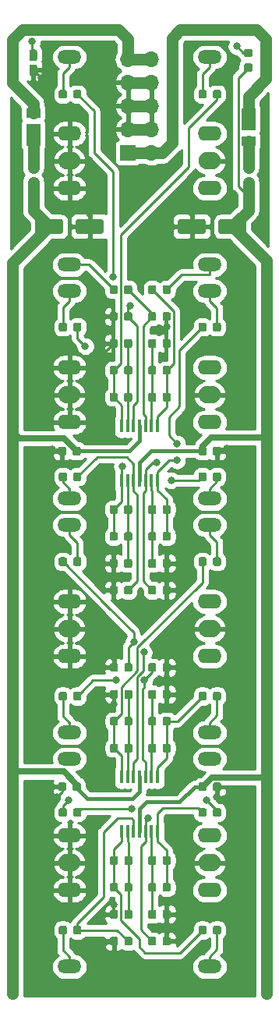
<source format=gbr>
G04 #@! TF.GenerationSoftware,KiCad,Pcbnew,5.1.4-e60b266~84~ubuntu18.04.1*
G04 #@! TF.CreationDate,2019-10-28T13:22:00+08:00*
G04 #@! TF.ProjectId,Lines,4c696e65-732e-46b6-9963-61645f706362,rev?*
G04 #@! TF.SameCoordinates,Original*
G04 #@! TF.FileFunction,Copper,L2,Bot*
G04 #@! TF.FilePolarity,Positive*
%FSLAX46Y46*%
G04 Gerber Fmt 4.6, Leading zero omitted, Abs format (unit mm)*
G04 Created by KiCad (PCBNEW 5.1.4-e60b266~84~ubuntu18.04.1) date 2019-10-28 13:22:00*
%MOMM*%
%LPD*%
G04 APERTURE LIST*
%ADD10O,1.700000X1.700000*%
%ADD11R,1.700000X1.700000*%
%ADD12O,2.600000X1.500000*%
%ADD13O,2.400000X1.900000*%
%ADD14O,2.600000X1.600000*%
%ADD15R,0.450000X1.450000*%
%ADD16C,0.100000*%
%ADD17C,0.875000*%
%ADD18C,0.850000*%
%ADD19R,1.500000X1.050000*%
%ADD20R,1.500000X2.400000*%
%ADD21C,1.600000*%
%ADD22C,0.800000*%
%ADD23C,0.250000*%
%ADD24C,0.635000*%
%ADD25C,1.270000*%
%ADD26C,0.381000*%
%ADD27C,0.254000*%
G04 APERTURE END LIST*
D10*
X128270000Y-52451000D03*
X125730000Y-52451000D03*
X128270000Y-54991000D03*
X125730000Y-54991000D03*
X128270000Y-57531000D03*
X125730000Y-57531000D03*
X128270000Y-60071000D03*
X125730000Y-60071000D03*
X128270000Y-62611000D03*
D11*
X125730000Y-62611000D03*
D12*
X134620000Y-150970000D03*
D13*
X134620000Y-139700000D03*
D14*
X134620000Y-142670000D03*
D12*
X134620000Y-128430000D03*
D13*
X134620000Y-139700000D03*
D14*
X134620000Y-136730000D03*
D12*
X134620000Y-125570000D03*
D13*
X134620000Y-114300000D03*
D14*
X134620000Y-117270000D03*
D12*
X134620000Y-103030000D03*
D13*
X134620000Y-114300000D03*
D14*
X134620000Y-111330000D03*
D12*
X134620000Y-100170000D03*
D13*
X134620000Y-88900000D03*
D14*
X134620000Y-91870000D03*
D12*
X134620000Y-77630000D03*
D13*
X134620000Y-88900000D03*
D14*
X134620000Y-85930000D03*
D12*
X134620000Y-74770000D03*
D13*
X134620000Y-63500000D03*
D14*
X134620000Y-66470000D03*
D12*
X134620000Y-52230000D03*
D13*
X134620000Y-63500000D03*
D14*
X134620000Y-60530000D03*
D12*
X119380000Y-150970000D03*
D13*
X119380000Y-139700000D03*
D14*
X119380000Y-142670000D03*
D12*
X119380000Y-128430000D03*
D13*
X119380000Y-139700000D03*
D14*
X119380000Y-136730000D03*
D12*
X119380000Y-125570000D03*
D13*
X119380000Y-114300000D03*
D14*
X119380000Y-117270000D03*
D12*
X119380000Y-103030000D03*
D13*
X119380000Y-114300000D03*
D14*
X119380000Y-111330000D03*
D12*
X119380000Y-100170000D03*
D13*
X119380000Y-88900000D03*
D14*
X119380000Y-91870000D03*
D12*
X119380000Y-77630000D03*
D13*
X119380000Y-88900000D03*
D14*
X119380000Y-85930000D03*
D12*
X119380000Y-74770000D03*
D13*
X119380000Y-63500000D03*
D14*
X119380000Y-66470000D03*
D12*
X119380000Y-52230000D03*
D13*
X119380000Y-63500000D03*
D14*
X119380000Y-60530000D03*
D15*
X125050000Y-136300000D03*
X125700000Y-136300000D03*
X126350000Y-136300000D03*
X127000000Y-136300000D03*
X127650000Y-136300000D03*
X128300000Y-136300000D03*
X128950000Y-136300000D03*
X128950000Y-130400000D03*
X128300000Y-130400000D03*
X127650000Y-130400000D03*
X127000000Y-130400000D03*
X126350000Y-130400000D03*
X125700000Y-130400000D03*
X125050000Y-130400000D03*
X125050000Y-98200000D03*
X125700000Y-98200000D03*
X126350000Y-98200000D03*
X127000000Y-98200000D03*
X127650000Y-98200000D03*
X128300000Y-98200000D03*
X128950000Y-98200000D03*
X128950000Y-92300000D03*
X128300000Y-92300000D03*
X127650000Y-92300000D03*
X127000000Y-92300000D03*
X126350000Y-92300000D03*
X125700000Y-92300000D03*
X125050000Y-92300000D03*
D16*
G36*
X139088691Y-52929053D02*
G01*
X139109926Y-52932203D01*
X139130750Y-52937419D01*
X139150962Y-52944651D01*
X139170368Y-52953830D01*
X139188781Y-52964866D01*
X139206024Y-52977654D01*
X139221930Y-52992070D01*
X139236346Y-53007976D01*
X139249134Y-53025219D01*
X139260170Y-53043632D01*
X139269349Y-53063038D01*
X139276581Y-53083250D01*
X139281797Y-53104074D01*
X139284947Y-53125309D01*
X139286000Y-53146750D01*
X139286000Y-53584250D01*
X139284947Y-53605691D01*
X139281797Y-53626926D01*
X139276581Y-53647750D01*
X139269349Y-53667962D01*
X139260170Y-53687368D01*
X139249134Y-53705781D01*
X139236346Y-53723024D01*
X139221930Y-53738930D01*
X139206024Y-53753346D01*
X139188781Y-53766134D01*
X139170368Y-53777170D01*
X139150962Y-53786349D01*
X139130750Y-53793581D01*
X139109926Y-53798797D01*
X139088691Y-53801947D01*
X139067250Y-53803000D01*
X138554750Y-53803000D01*
X138533309Y-53801947D01*
X138512074Y-53798797D01*
X138491250Y-53793581D01*
X138471038Y-53786349D01*
X138451632Y-53777170D01*
X138433219Y-53766134D01*
X138415976Y-53753346D01*
X138400070Y-53738930D01*
X138385654Y-53723024D01*
X138372866Y-53705781D01*
X138361830Y-53687368D01*
X138352651Y-53667962D01*
X138345419Y-53647750D01*
X138340203Y-53626926D01*
X138337053Y-53605691D01*
X138336000Y-53584250D01*
X138336000Y-53146750D01*
X138337053Y-53125309D01*
X138340203Y-53104074D01*
X138345419Y-53083250D01*
X138352651Y-53063038D01*
X138361830Y-53043632D01*
X138372866Y-53025219D01*
X138385654Y-53007976D01*
X138400070Y-52992070D01*
X138415976Y-52977654D01*
X138433219Y-52964866D01*
X138451632Y-52953830D01*
X138471038Y-52944651D01*
X138491250Y-52937419D01*
X138512074Y-52932203D01*
X138533309Y-52929053D01*
X138554750Y-52928000D01*
X139067250Y-52928000D01*
X139088691Y-52929053D01*
X139088691Y-52929053D01*
G37*
D17*
X138811000Y-53365500D03*
D16*
G36*
X139088691Y-51354053D02*
G01*
X139109926Y-51357203D01*
X139130750Y-51362419D01*
X139150962Y-51369651D01*
X139170368Y-51378830D01*
X139188781Y-51389866D01*
X139206024Y-51402654D01*
X139221930Y-51417070D01*
X139236346Y-51432976D01*
X139249134Y-51450219D01*
X139260170Y-51468632D01*
X139269349Y-51488038D01*
X139276581Y-51508250D01*
X139281797Y-51529074D01*
X139284947Y-51550309D01*
X139286000Y-51571750D01*
X139286000Y-52009250D01*
X139284947Y-52030691D01*
X139281797Y-52051926D01*
X139276581Y-52072750D01*
X139269349Y-52092962D01*
X139260170Y-52112368D01*
X139249134Y-52130781D01*
X139236346Y-52148024D01*
X139221930Y-52163930D01*
X139206024Y-52178346D01*
X139188781Y-52191134D01*
X139170368Y-52202170D01*
X139150962Y-52211349D01*
X139130750Y-52218581D01*
X139109926Y-52223797D01*
X139088691Y-52226947D01*
X139067250Y-52228000D01*
X138554750Y-52228000D01*
X138533309Y-52226947D01*
X138512074Y-52223797D01*
X138491250Y-52218581D01*
X138471038Y-52211349D01*
X138451632Y-52202170D01*
X138433219Y-52191134D01*
X138415976Y-52178346D01*
X138400070Y-52163930D01*
X138385654Y-52148024D01*
X138372866Y-52130781D01*
X138361830Y-52112368D01*
X138352651Y-52092962D01*
X138345419Y-52072750D01*
X138340203Y-52051926D01*
X138337053Y-52030691D01*
X138336000Y-52009250D01*
X138336000Y-51571750D01*
X138337053Y-51550309D01*
X138340203Y-51529074D01*
X138345419Y-51508250D01*
X138352651Y-51488038D01*
X138361830Y-51468632D01*
X138372866Y-51450219D01*
X138385654Y-51432976D01*
X138400070Y-51417070D01*
X138415976Y-51402654D01*
X138433219Y-51389866D01*
X138451632Y-51378830D01*
X138471038Y-51369651D01*
X138491250Y-51362419D01*
X138512074Y-51357203D01*
X138533309Y-51354053D01*
X138554750Y-51353000D01*
X139067250Y-51353000D01*
X139088691Y-51354053D01*
X139088691Y-51354053D01*
G37*
D17*
X138811000Y-51790500D03*
D16*
G36*
X134072691Y-146528053D02*
G01*
X134093926Y-146531203D01*
X134114750Y-146536419D01*
X134134962Y-146543651D01*
X134154368Y-146552830D01*
X134172781Y-146563866D01*
X134190024Y-146576654D01*
X134205930Y-146591070D01*
X134220346Y-146606976D01*
X134233134Y-146624219D01*
X134244170Y-146642632D01*
X134253349Y-146662038D01*
X134260581Y-146682250D01*
X134265797Y-146703074D01*
X134268947Y-146724309D01*
X134270000Y-146745750D01*
X134270000Y-147258250D01*
X134268947Y-147279691D01*
X134265797Y-147300926D01*
X134260581Y-147321750D01*
X134253349Y-147341962D01*
X134244170Y-147361368D01*
X134233134Y-147379781D01*
X134220346Y-147397024D01*
X134205930Y-147412930D01*
X134190024Y-147427346D01*
X134172781Y-147440134D01*
X134154368Y-147451170D01*
X134134962Y-147460349D01*
X134114750Y-147467581D01*
X134093926Y-147472797D01*
X134072691Y-147475947D01*
X134051250Y-147477000D01*
X133613750Y-147477000D01*
X133592309Y-147475947D01*
X133571074Y-147472797D01*
X133550250Y-147467581D01*
X133530038Y-147460349D01*
X133510632Y-147451170D01*
X133492219Y-147440134D01*
X133474976Y-147427346D01*
X133459070Y-147412930D01*
X133444654Y-147397024D01*
X133431866Y-147379781D01*
X133420830Y-147361368D01*
X133411651Y-147341962D01*
X133404419Y-147321750D01*
X133399203Y-147300926D01*
X133396053Y-147279691D01*
X133395000Y-147258250D01*
X133395000Y-146745750D01*
X133396053Y-146724309D01*
X133399203Y-146703074D01*
X133404419Y-146682250D01*
X133411651Y-146662038D01*
X133420830Y-146642632D01*
X133431866Y-146624219D01*
X133444654Y-146606976D01*
X133459070Y-146591070D01*
X133474976Y-146576654D01*
X133492219Y-146563866D01*
X133510632Y-146552830D01*
X133530038Y-146543651D01*
X133550250Y-146536419D01*
X133571074Y-146531203D01*
X133592309Y-146528053D01*
X133613750Y-146527000D01*
X134051250Y-146527000D01*
X134072691Y-146528053D01*
X134072691Y-146528053D01*
G37*
D17*
X133832500Y-147002000D03*
D16*
G36*
X135647691Y-146528053D02*
G01*
X135668926Y-146531203D01*
X135689750Y-146536419D01*
X135709962Y-146543651D01*
X135729368Y-146552830D01*
X135747781Y-146563866D01*
X135765024Y-146576654D01*
X135780930Y-146591070D01*
X135795346Y-146606976D01*
X135808134Y-146624219D01*
X135819170Y-146642632D01*
X135828349Y-146662038D01*
X135835581Y-146682250D01*
X135840797Y-146703074D01*
X135843947Y-146724309D01*
X135845000Y-146745750D01*
X135845000Y-147258250D01*
X135843947Y-147279691D01*
X135840797Y-147300926D01*
X135835581Y-147321750D01*
X135828349Y-147341962D01*
X135819170Y-147361368D01*
X135808134Y-147379781D01*
X135795346Y-147397024D01*
X135780930Y-147412930D01*
X135765024Y-147427346D01*
X135747781Y-147440134D01*
X135729368Y-147451170D01*
X135709962Y-147460349D01*
X135689750Y-147467581D01*
X135668926Y-147472797D01*
X135647691Y-147475947D01*
X135626250Y-147477000D01*
X135188750Y-147477000D01*
X135167309Y-147475947D01*
X135146074Y-147472797D01*
X135125250Y-147467581D01*
X135105038Y-147460349D01*
X135085632Y-147451170D01*
X135067219Y-147440134D01*
X135049976Y-147427346D01*
X135034070Y-147412930D01*
X135019654Y-147397024D01*
X135006866Y-147379781D01*
X134995830Y-147361368D01*
X134986651Y-147341962D01*
X134979419Y-147321750D01*
X134974203Y-147300926D01*
X134971053Y-147279691D01*
X134970000Y-147258250D01*
X134970000Y-146745750D01*
X134971053Y-146724309D01*
X134974203Y-146703074D01*
X134979419Y-146682250D01*
X134986651Y-146662038D01*
X134995830Y-146642632D01*
X135006866Y-146624219D01*
X135019654Y-146606976D01*
X135034070Y-146591070D01*
X135049976Y-146576654D01*
X135067219Y-146563866D01*
X135085632Y-146552830D01*
X135105038Y-146543651D01*
X135125250Y-146536419D01*
X135146074Y-146531203D01*
X135167309Y-146528053D01*
X135188750Y-146527000D01*
X135626250Y-146527000D01*
X135647691Y-146528053D01*
X135647691Y-146528053D01*
G37*
D17*
X135407500Y-147002000D03*
D16*
G36*
X134072691Y-133765053D02*
G01*
X134093926Y-133768203D01*
X134114750Y-133773419D01*
X134134962Y-133780651D01*
X134154368Y-133789830D01*
X134172781Y-133800866D01*
X134190024Y-133813654D01*
X134205930Y-133828070D01*
X134220346Y-133843976D01*
X134233134Y-133861219D01*
X134244170Y-133879632D01*
X134253349Y-133899038D01*
X134260581Y-133919250D01*
X134265797Y-133940074D01*
X134268947Y-133961309D01*
X134270000Y-133982750D01*
X134270000Y-134495250D01*
X134268947Y-134516691D01*
X134265797Y-134537926D01*
X134260581Y-134558750D01*
X134253349Y-134578962D01*
X134244170Y-134598368D01*
X134233134Y-134616781D01*
X134220346Y-134634024D01*
X134205930Y-134649930D01*
X134190024Y-134664346D01*
X134172781Y-134677134D01*
X134154368Y-134688170D01*
X134134962Y-134697349D01*
X134114750Y-134704581D01*
X134093926Y-134709797D01*
X134072691Y-134712947D01*
X134051250Y-134714000D01*
X133613750Y-134714000D01*
X133592309Y-134712947D01*
X133571074Y-134709797D01*
X133550250Y-134704581D01*
X133530038Y-134697349D01*
X133510632Y-134688170D01*
X133492219Y-134677134D01*
X133474976Y-134664346D01*
X133459070Y-134649930D01*
X133444654Y-134634024D01*
X133431866Y-134616781D01*
X133420830Y-134598368D01*
X133411651Y-134578962D01*
X133404419Y-134558750D01*
X133399203Y-134537926D01*
X133396053Y-134516691D01*
X133395000Y-134495250D01*
X133395000Y-133982750D01*
X133396053Y-133961309D01*
X133399203Y-133940074D01*
X133404419Y-133919250D01*
X133411651Y-133899038D01*
X133420830Y-133879632D01*
X133431866Y-133861219D01*
X133444654Y-133843976D01*
X133459070Y-133828070D01*
X133474976Y-133813654D01*
X133492219Y-133800866D01*
X133510632Y-133789830D01*
X133530038Y-133780651D01*
X133550250Y-133773419D01*
X133571074Y-133768203D01*
X133592309Y-133765053D01*
X133613750Y-133764000D01*
X134051250Y-133764000D01*
X134072691Y-133765053D01*
X134072691Y-133765053D01*
G37*
D17*
X133832500Y-134239000D03*
D16*
G36*
X135647691Y-133765053D02*
G01*
X135668926Y-133768203D01*
X135689750Y-133773419D01*
X135709962Y-133780651D01*
X135729368Y-133789830D01*
X135747781Y-133800866D01*
X135765024Y-133813654D01*
X135780930Y-133828070D01*
X135795346Y-133843976D01*
X135808134Y-133861219D01*
X135819170Y-133879632D01*
X135828349Y-133899038D01*
X135835581Y-133919250D01*
X135840797Y-133940074D01*
X135843947Y-133961309D01*
X135845000Y-133982750D01*
X135845000Y-134495250D01*
X135843947Y-134516691D01*
X135840797Y-134537926D01*
X135835581Y-134558750D01*
X135828349Y-134578962D01*
X135819170Y-134598368D01*
X135808134Y-134616781D01*
X135795346Y-134634024D01*
X135780930Y-134649930D01*
X135765024Y-134664346D01*
X135747781Y-134677134D01*
X135729368Y-134688170D01*
X135709962Y-134697349D01*
X135689750Y-134704581D01*
X135668926Y-134709797D01*
X135647691Y-134712947D01*
X135626250Y-134714000D01*
X135188750Y-134714000D01*
X135167309Y-134712947D01*
X135146074Y-134709797D01*
X135125250Y-134704581D01*
X135105038Y-134697349D01*
X135085632Y-134688170D01*
X135067219Y-134677134D01*
X135049976Y-134664346D01*
X135034070Y-134649930D01*
X135019654Y-134634024D01*
X135006866Y-134616781D01*
X134995830Y-134598368D01*
X134986651Y-134578962D01*
X134979419Y-134558750D01*
X134974203Y-134537926D01*
X134971053Y-134516691D01*
X134970000Y-134495250D01*
X134970000Y-133982750D01*
X134971053Y-133961309D01*
X134974203Y-133940074D01*
X134979419Y-133919250D01*
X134986651Y-133899038D01*
X134995830Y-133879632D01*
X135006866Y-133861219D01*
X135019654Y-133843976D01*
X135034070Y-133828070D01*
X135049976Y-133813654D01*
X135067219Y-133800866D01*
X135085632Y-133789830D01*
X135105038Y-133780651D01*
X135125250Y-133773419D01*
X135146074Y-133768203D01*
X135167309Y-133765053D01*
X135188750Y-133764000D01*
X135626250Y-133764000D01*
X135647691Y-133765053D01*
X135647691Y-133765053D01*
G37*
D17*
X135407500Y-134239000D03*
D16*
G36*
X124446691Y-138972053D02*
G01*
X124467926Y-138975203D01*
X124488750Y-138980419D01*
X124508962Y-138987651D01*
X124528368Y-138996830D01*
X124546781Y-139007866D01*
X124564024Y-139020654D01*
X124579930Y-139035070D01*
X124594346Y-139050976D01*
X124607134Y-139068219D01*
X124618170Y-139086632D01*
X124627349Y-139106038D01*
X124634581Y-139126250D01*
X124639797Y-139147074D01*
X124642947Y-139168309D01*
X124644000Y-139189750D01*
X124644000Y-139702250D01*
X124642947Y-139723691D01*
X124639797Y-139744926D01*
X124634581Y-139765750D01*
X124627349Y-139785962D01*
X124618170Y-139805368D01*
X124607134Y-139823781D01*
X124594346Y-139841024D01*
X124579930Y-139856930D01*
X124564024Y-139871346D01*
X124546781Y-139884134D01*
X124528368Y-139895170D01*
X124508962Y-139904349D01*
X124488750Y-139911581D01*
X124467926Y-139916797D01*
X124446691Y-139919947D01*
X124425250Y-139921000D01*
X123987750Y-139921000D01*
X123966309Y-139919947D01*
X123945074Y-139916797D01*
X123924250Y-139911581D01*
X123904038Y-139904349D01*
X123884632Y-139895170D01*
X123866219Y-139884134D01*
X123848976Y-139871346D01*
X123833070Y-139856930D01*
X123818654Y-139841024D01*
X123805866Y-139823781D01*
X123794830Y-139805368D01*
X123785651Y-139785962D01*
X123778419Y-139765750D01*
X123773203Y-139744926D01*
X123770053Y-139723691D01*
X123769000Y-139702250D01*
X123769000Y-139189750D01*
X123770053Y-139168309D01*
X123773203Y-139147074D01*
X123778419Y-139126250D01*
X123785651Y-139106038D01*
X123794830Y-139086632D01*
X123805866Y-139068219D01*
X123818654Y-139050976D01*
X123833070Y-139035070D01*
X123848976Y-139020654D01*
X123866219Y-139007866D01*
X123884632Y-138996830D01*
X123904038Y-138987651D01*
X123924250Y-138980419D01*
X123945074Y-138975203D01*
X123966309Y-138972053D01*
X123987750Y-138971000D01*
X124425250Y-138971000D01*
X124446691Y-138972053D01*
X124446691Y-138972053D01*
G37*
D17*
X124206500Y-139446000D03*
D16*
G36*
X126021691Y-138972053D02*
G01*
X126042926Y-138975203D01*
X126063750Y-138980419D01*
X126083962Y-138987651D01*
X126103368Y-138996830D01*
X126121781Y-139007866D01*
X126139024Y-139020654D01*
X126154930Y-139035070D01*
X126169346Y-139050976D01*
X126182134Y-139068219D01*
X126193170Y-139086632D01*
X126202349Y-139106038D01*
X126209581Y-139126250D01*
X126214797Y-139147074D01*
X126217947Y-139168309D01*
X126219000Y-139189750D01*
X126219000Y-139702250D01*
X126217947Y-139723691D01*
X126214797Y-139744926D01*
X126209581Y-139765750D01*
X126202349Y-139785962D01*
X126193170Y-139805368D01*
X126182134Y-139823781D01*
X126169346Y-139841024D01*
X126154930Y-139856930D01*
X126139024Y-139871346D01*
X126121781Y-139884134D01*
X126103368Y-139895170D01*
X126083962Y-139904349D01*
X126063750Y-139911581D01*
X126042926Y-139916797D01*
X126021691Y-139919947D01*
X126000250Y-139921000D01*
X125562750Y-139921000D01*
X125541309Y-139919947D01*
X125520074Y-139916797D01*
X125499250Y-139911581D01*
X125479038Y-139904349D01*
X125459632Y-139895170D01*
X125441219Y-139884134D01*
X125423976Y-139871346D01*
X125408070Y-139856930D01*
X125393654Y-139841024D01*
X125380866Y-139823781D01*
X125369830Y-139805368D01*
X125360651Y-139785962D01*
X125353419Y-139765750D01*
X125348203Y-139744926D01*
X125345053Y-139723691D01*
X125344000Y-139702250D01*
X125344000Y-139189750D01*
X125345053Y-139168309D01*
X125348203Y-139147074D01*
X125353419Y-139126250D01*
X125360651Y-139106038D01*
X125369830Y-139086632D01*
X125380866Y-139068219D01*
X125393654Y-139050976D01*
X125408070Y-139035070D01*
X125423976Y-139020654D01*
X125441219Y-139007866D01*
X125459632Y-138996830D01*
X125479038Y-138987651D01*
X125499250Y-138980419D01*
X125520074Y-138975203D01*
X125541309Y-138972053D01*
X125562750Y-138971000D01*
X126000250Y-138971000D01*
X126021691Y-138972053D01*
X126021691Y-138972053D01*
G37*
D17*
X125781500Y-139446000D03*
D16*
G36*
X130186691Y-138972053D02*
G01*
X130207926Y-138975203D01*
X130228750Y-138980419D01*
X130248962Y-138987651D01*
X130268368Y-138996830D01*
X130286781Y-139007866D01*
X130304024Y-139020654D01*
X130319930Y-139035070D01*
X130334346Y-139050976D01*
X130347134Y-139068219D01*
X130358170Y-139086632D01*
X130367349Y-139106038D01*
X130374581Y-139126250D01*
X130379797Y-139147074D01*
X130382947Y-139168309D01*
X130384000Y-139189750D01*
X130384000Y-139702250D01*
X130382947Y-139723691D01*
X130379797Y-139744926D01*
X130374581Y-139765750D01*
X130367349Y-139785962D01*
X130358170Y-139805368D01*
X130347134Y-139823781D01*
X130334346Y-139841024D01*
X130319930Y-139856930D01*
X130304024Y-139871346D01*
X130286781Y-139884134D01*
X130268368Y-139895170D01*
X130248962Y-139904349D01*
X130228750Y-139911581D01*
X130207926Y-139916797D01*
X130186691Y-139919947D01*
X130165250Y-139921000D01*
X129727750Y-139921000D01*
X129706309Y-139919947D01*
X129685074Y-139916797D01*
X129664250Y-139911581D01*
X129644038Y-139904349D01*
X129624632Y-139895170D01*
X129606219Y-139884134D01*
X129588976Y-139871346D01*
X129573070Y-139856930D01*
X129558654Y-139841024D01*
X129545866Y-139823781D01*
X129534830Y-139805368D01*
X129525651Y-139785962D01*
X129518419Y-139765750D01*
X129513203Y-139744926D01*
X129510053Y-139723691D01*
X129509000Y-139702250D01*
X129509000Y-139189750D01*
X129510053Y-139168309D01*
X129513203Y-139147074D01*
X129518419Y-139126250D01*
X129525651Y-139106038D01*
X129534830Y-139086632D01*
X129545866Y-139068219D01*
X129558654Y-139050976D01*
X129573070Y-139035070D01*
X129588976Y-139020654D01*
X129606219Y-139007866D01*
X129624632Y-138996830D01*
X129644038Y-138987651D01*
X129664250Y-138980419D01*
X129685074Y-138975203D01*
X129706309Y-138972053D01*
X129727750Y-138971000D01*
X130165250Y-138971000D01*
X130186691Y-138972053D01*
X130186691Y-138972053D01*
G37*
D17*
X129946500Y-139446000D03*
D16*
G36*
X128611691Y-138972053D02*
G01*
X128632926Y-138975203D01*
X128653750Y-138980419D01*
X128673962Y-138987651D01*
X128693368Y-138996830D01*
X128711781Y-139007866D01*
X128729024Y-139020654D01*
X128744930Y-139035070D01*
X128759346Y-139050976D01*
X128772134Y-139068219D01*
X128783170Y-139086632D01*
X128792349Y-139106038D01*
X128799581Y-139126250D01*
X128804797Y-139147074D01*
X128807947Y-139168309D01*
X128809000Y-139189750D01*
X128809000Y-139702250D01*
X128807947Y-139723691D01*
X128804797Y-139744926D01*
X128799581Y-139765750D01*
X128792349Y-139785962D01*
X128783170Y-139805368D01*
X128772134Y-139823781D01*
X128759346Y-139841024D01*
X128744930Y-139856930D01*
X128729024Y-139871346D01*
X128711781Y-139884134D01*
X128693368Y-139895170D01*
X128673962Y-139904349D01*
X128653750Y-139911581D01*
X128632926Y-139916797D01*
X128611691Y-139919947D01*
X128590250Y-139921000D01*
X128152750Y-139921000D01*
X128131309Y-139919947D01*
X128110074Y-139916797D01*
X128089250Y-139911581D01*
X128069038Y-139904349D01*
X128049632Y-139895170D01*
X128031219Y-139884134D01*
X128013976Y-139871346D01*
X127998070Y-139856930D01*
X127983654Y-139841024D01*
X127970866Y-139823781D01*
X127959830Y-139805368D01*
X127950651Y-139785962D01*
X127943419Y-139765750D01*
X127938203Y-139744926D01*
X127935053Y-139723691D01*
X127934000Y-139702250D01*
X127934000Y-139189750D01*
X127935053Y-139168309D01*
X127938203Y-139147074D01*
X127943419Y-139126250D01*
X127950651Y-139106038D01*
X127959830Y-139086632D01*
X127970866Y-139068219D01*
X127983654Y-139050976D01*
X127998070Y-139035070D01*
X128013976Y-139020654D01*
X128031219Y-139007866D01*
X128049632Y-138996830D01*
X128069038Y-138987651D01*
X128089250Y-138980419D01*
X128110074Y-138975203D01*
X128131309Y-138972053D01*
X128152750Y-138971000D01*
X128590250Y-138971000D01*
X128611691Y-138972053D01*
X128611691Y-138972053D01*
G37*
D17*
X128371500Y-139446000D03*
D16*
G36*
X126021691Y-144814053D02*
G01*
X126042926Y-144817203D01*
X126063750Y-144822419D01*
X126083962Y-144829651D01*
X126103368Y-144838830D01*
X126121781Y-144849866D01*
X126139024Y-144862654D01*
X126154930Y-144877070D01*
X126169346Y-144892976D01*
X126182134Y-144910219D01*
X126193170Y-144928632D01*
X126202349Y-144948038D01*
X126209581Y-144968250D01*
X126214797Y-144989074D01*
X126217947Y-145010309D01*
X126219000Y-145031750D01*
X126219000Y-145544250D01*
X126217947Y-145565691D01*
X126214797Y-145586926D01*
X126209581Y-145607750D01*
X126202349Y-145627962D01*
X126193170Y-145647368D01*
X126182134Y-145665781D01*
X126169346Y-145683024D01*
X126154930Y-145698930D01*
X126139024Y-145713346D01*
X126121781Y-145726134D01*
X126103368Y-145737170D01*
X126083962Y-145746349D01*
X126063750Y-145753581D01*
X126042926Y-145758797D01*
X126021691Y-145761947D01*
X126000250Y-145763000D01*
X125562750Y-145763000D01*
X125541309Y-145761947D01*
X125520074Y-145758797D01*
X125499250Y-145753581D01*
X125479038Y-145746349D01*
X125459632Y-145737170D01*
X125441219Y-145726134D01*
X125423976Y-145713346D01*
X125408070Y-145698930D01*
X125393654Y-145683024D01*
X125380866Y-145665781D01*
X125369830Y-145647368D01*
X125360651Y-145627962D01*
X125353419Y-145607750D01*
X125348203Y-145586926D01*
X125345053Y-145565691D01*
X125344000Y-145544250D01*
X125344000Y-145031750D01*
X125345053Y-145010309D01*
X125348203Y-144989074D01*
X125353419Y-144968250D01*
X125360651Y-144948038D01*
X125369830Y-144928632D01*
X125380866Y-144910219D01*
X125393654Y-144892976D01*
X125408070Y-144877070D01*
X125423976Y-144862654D01*
X125441219Y-144849866D01*
X125459632Y-144838830D01*
X125479038Y-144829651D01*
X125499250Y-144822419D01*
X125520074Y-144817203D01*
X125541309Y-144814053D01*
X125562750Y-144813000D01*
X126000250Y-144813000D01*
X126021691Y-144814053D01*
X126021691Y-144814053D01*
G37*
D17*
X125781500Y-145288000D03*
D16*
G36*
X124446691Y-144814053D02*
G01*
X124467926Y-144817203D01*
X124488750Y-144822419D01*
X124508962Y-144829651D01*
X124528368Y-144838830D01*
X124546781Y-144849866D01*
X124564024Y-144862654D01*
X124579930Y-144877070D01*
X124594346Y-144892976D01*
X124607134Y-144910219D01*
X124618170Y-144928632D01*
X124627349Y-144948038D01*
X124634581Y-144968250D01*
X124639797Y-144989074D01*
X124642947Y-145010309D01*
X124644000Y-145031750D01*
X124644000Y-145544250D01*
X124642947Y-145565691D01*
X124639797Y-145586926D01*
X124634581Y-145607750D01*
X124627349Y-145627962D01*
X124618170Y-145647368D01*
X124607134Y-145665781D01*
X124594346Y-145683024D01*
X124579930Y-145698930D01*
X124564024Y-145713346D01*
X124546781Y-145726134D01*
X124528368Y-145737170D01*
X124508962Y-145746349D01*
X124488750Y-145753581D01*
X124467926Y-145758797D01*
X124446691Y-145761947D01*
X124425250Y-145763000D01*
X123987750Y-145763000D01*
X123966309Y-145761947D01*
X123945074Y-145758797D01*
X123924250Y-145753581D01*
X123904038Y-145746349D01*
X123884632Y-145737170D01*
X123866219Y-145726134D01*
X123848976Y-145713346D01*
X123833070Y-145698930D01*
X123818654Y-145683024D01*
X123805866Y-145665781D01*
X123794830Y-145647368D01*
X123785651Y-145627962D01*
X123778419Y-145607750D01*
X123773203Y-145586926D01*
X123770053Y-145565691D01*
X123769000Y-145544250D01*
X123769000Y-145031750D01*
X123770053Y-145010309D01*
X123773203Y-144989074D01*
X123778419Y-144968250D01*
X123785651Y-144948038D01*
X123794830Y-144928632D01*
X123805866Y-144910219D01*
X123818654Y-144892976D01*
X123833070Y-144877070D01*
X123848976Y-144862654D01*
X123866219Y-144849866D01*
X123884632Y-144838830D01*
X123904038Y-144829651D01*
X123924250Y-144822419D01*
X123945074Y-144817203D01*
X123966309Y-144814053D01*
X123987750Y-144813000D01*
X124425250Y-144813000D01*
X124446691Y-144814053D01*
X124446691Y-144814053D01*
G37*
D17*
X124206500Y-145288000D03*
D16*
G36*
X128611691Y-144814053D02*
G01*
X128632926Y-144817203D01*
X128653750Y-144822419D01*
X128673962Y-144829651D01*
X128693368Y-144838830D01*
X128711781Y-144849866D01*
X128729024Y-144862654D01*
X128744930Y-144877070D01*
X128759346Y-144892976D01*
X128772134Y-144910219D01*
X128783170Y-144928632D01*
X128792349Y-144948038D01*
X128799581Y-144968250D01*
X128804797Y-144989074D01*
X128807947Y-145010309D01*
X128809000Y-145031750D01*
X128809000Y-145544250D01*
X128807947Y-145565691D01*
X128804797Y-145586926D01*
X128799581Y-145607750D01*
X128792349Y-145627962D01*
X128783170Y-145647368D01*
X128772134Y-145665781D01*
X128759346Y-145683024D01*
X128744930Y-145698930D01*
X128729024Y-145713346D01*
X128711781Y-145726134D01*
X128693368Y-145737170D01*
X128673962Y-145746349D01*
X128653750Y-145753581D01*
X128632926Y-145758797D01*
X128611691Y-145761947D01*
X128590250Y-145763000D01*
X128152750Y-145763000D01*
X128131309Y-145761947D01*
X128110074Y-145758797D01*
X128089250Y-145753581D01*
X128069038Y-145746349D01*
X128049632Y-145737170D01*
X128031219Y-145726134D01*
X128013976Y-145713346D01*
X127998070Y-145698930D01*
X127983654Y-145683024D01*
X127970866Y-145665781D01*
X127959830Y-145647368D01*
X127950651Y-145627962D01*
X127943419Y-145607750D01*
X127938203Y-145586926D01*
X127935053Y-145565691D01*
X127934000Y-145544250D01*
X127934000Y-145031750D01*
X127935053Y-145010309D01*
X127938203Y-144989074D01*
X127943419Y-144968250D01*
X127950651Y-144948038D01*
X127959830Y-144928632D01*
X127970866Y-144910219D01*
X127983654Y-144892976D01*
X127998070Y-144877070D01*
X128013976Y-144862654D01*
X128031219Y-144849866D01*
X128049632Y-144838830D01*
X128069038Y-144829651D01*
X128089250Y-144822419D01*
X128110074Y-144817203D01*
X128131309Y-144814053D01*
X128152750Y-144813000D01*
X128590250Y-144813000D01*
X128611691Y-144814053D01*
X128611691Y-144814053D01*
G37*
D17*
X128371500Y-145288000D03*
D16*
G36*
X130186691Y-144814053D02*
G01*
X130207926Y-144817203D01*
X130228750Y-144822419D01*
X130248962Y-144829651D01*
X130268368Y-144838830D01*
X130286781Y-144849866D01*
X130304024Y-144862654D01*
X130319930Y-144877070D01*
X130334346Y-144892976D01*
X130347134Y-144910219D01*
X130358170Y-144928632D01*
X130367349Y-144948038D01*
X130374581Y-144968250D01*
X130379797Y-144989074D01*
X130382947Y-145010309D01*
X130384000Y-145031750D01*
X130384000Y-145544250D01*
X130382947Y-145565691D01*
X130379797Y-145586926D01*
X130374581Y-145607750D01*
X130367349Y-145627962D01*
X130358170Y-145647368D01*
X130347134Y-145665781D01*
X130334346Y-145683024D01*
X130319930Y-145698930D01*
X130304024Y-145713346D01*
X130286781Y-145726134D01*
X130268368Y-145737170D01*
X130248962Y-145746349D01*
X130228750Y-145753581D01*
X130207926Y-145758797D01*
X130186691Y-145761947D01*
X130165250Y-145763000D01*
X129727750Y-145763000D01*
X129706309Y-145761947D01*
X129685074Y-145758797D01*
X129664250Y-145753581D01*
X129644038Y-145746349D01*
X129624632Y-145737170D01*
X129606219Y-145726134D01*
X129588976Y-145713346D01*
X129573070Y-145698930D01*
X129558654Y-145683024D01*
X129545866Y-145665781D01*
X129534830Y-145647368D01*
X129525651Y-145627962D01*
X129518419Y-145607750D01*
X129513203Y-145586926D01*
X129510053Y-145565691D01*
X129509000Y-145544250D01*
X129509000Y-145031750D01*
X129510053Y-145010309D01*
X129513203Y-144989074D01*
X129518419Y-144968250D01*
X129525651Y-144948038D01*
X129534830Y-144928632D01*
X129545866Y-144910219D01*
X129558654Y-144892976D01*
X129573070Y-144877070D01*
X129588976Y-144862654D01*
X129606219Y-144849866D01*
X129624632Y-144838830D01*
X129644038Y-144829651D01*
X129664250Y-144822419D01*
X129685074Y-144817203D01*
X129706309Y-144814053D01*
X129727750Y-144813000D01*
X130165250Y-144813000D01*
X130186691Y-144814053D01*
X130186691Y-144814053D01*
G37*
D17*
X129946500Y-145288000D03*
D16*
G36*
X124446691Y-147735053D02*
G01*
X124467926Y-147738203D01*
X124488750Y-147743419D01*
X124508962Y-147750651D01*
X124528368Y-147759830D01*
X124546781Y-147770866D01*
X124564024Y-147783654D01*
X124579930Y-147798070D01*
X124594346Y-147813976D01*
X124607134Y-147831219D01*
X124618170Y-147849632D01*
X124627349Y-147869038D01*
X124634581Y-147889250D01*
X124639797Y-147910074D01*
X124642947Y-147931309D01*
X124644000Y-147952750D01*
X124644000Y-148465250D01*
X124642947Y-148486691D01*
X124639797Y-148507926D01*
X124634581Y-148528750D01*
X124627349Y-148548962D01*
X124618170Y-148568368D01*
X124607134Y-148586781D01*
X124594346Y-148604024D01*
X124579930Y-148619930D01*
X124564024Y-148634346D01*
X124546781Y-148647134D01*
X124528368Y-148658170D01*
X124508962Y-148667349D01*
X124488750Y-148674581D01*
X124467926Y-148679797D01*
X124446691Y-148682947D01*
X124425250Y-148684000D01*
X123987750Y-148684000D01*
X123966309Y-148682947D01*
X123945074Y-148679797D01*
X123924250Y-148674581D01*
X123904038Y-148667349D01*
X123884632Y-148658170D01*
X123866219Y-148647134D01*
X123848976Y-148634346D01*
X123833070Y-148619930D01*
X123818654Y-148604024D01*
X123805866Y-148586781D01*
X123794830Y-148568368D01*
X123785651Y-148548962D01*
X123778419Y-148528750D01*
X123773203Y-148507926D01*
X123770053Y-148486691D01*
X123769000Y-148465250D01*
X123769000Y-147952750D01*
X123770053Y-147931309D01*
X123773203Y-147910074D01*
X123778419Y-147889250D01*
X123785651Y-147869038D01*
X123794830Y-147849632D01*
X123805866Y-147831219D01*
X123818654Y-147813976D01*
X123833070Y-147798070D01*
X123848976Y-147783654D01*
X123866219Y-147770866D01*
X123884632Y-147759830D01*
X123904038Y-147750651D01*
X123924250Y-147743419D01*
X123945074Y-147738203D01*
X123966309Y-147735053D01*
X123987750Y-147734000D01*
X124425250Y-147734000D01*
X124446691Y-147735053D01*
X124446691Y-147735053D01*
G37*
D17*
X124206500Y-148209000D03*
D16*
G36*
X126021691Y-147735053D02*
G01*
X126042926Y-147738203D01*
X126063750Y-147743419D01*
X126083962Y-147750651D01*
X126103368Y-147759830D01*
X126121781Y-147770866D01*
X126139024Y-147783654D01*
X126154930Y-147798070D01*
X126169346Y-147813976D01*
X126182134Y-147831219D01*
X126193170Y-147849632D01*
X126202349Y-147869038D01*
X126209581Y-147889250D01*
X126214797Y-147910074D01*
X126217947Y-147931309D01*
X126219000Y-147952750D01*
X126219000Y-148465250D01*
X126217947Y-148486691D01*
X126214797Y-148507926D01*
X126209581Y-148528750D01*
X126202349Y-148548962D01*
X126193170Y-148568368D01*
X126182134Y-148586781D01*
X126169346Y-148604024D01*
X126154930Y-148619930D01*
X126139024Y-148634346D01*
X126121781Y-148647134D01*
X126103368Y-148658170D01*
X126083962Y-148667349D01*
X126063750Y-148674581D01*
X126042926Y-148679797D01*
X126021691Y-148682947D01*
X126000250Y-148684000D01*
X125562750Y-148684000D01*
X125541309Y-148682947D01*
X125520074Y-148679797D01*
X125499250Y-148674581D01*
X125479038Y-148667349D01*
X125459632Y-148658170D01*
X125441219Y-148647134D01*
X125423976Y-148634346D01*
X125408070Y-148619930D01*
X125393654Y-148604024D01*
X125380866Y-148586781D01*
X125369830Y-148568368D01*
X125360651Y-148548962D01*
X125353419Y-148528750D01*
X125348203Y-148507926D01*
X125345053Y-148486691D01*
X125344000Y-148465250D01*
X125344000Y-147952750D01*
X125345053Y-147931309D01*
X125348203Y-147910074D01*
X125353419Y-147889250D01*
X125360651Y-147869038D01*
X125369830Y-147849632D01*
X125380866Y-147831219D01*
X125393654Y-147813976D01*
X125408070Y-147798070D01*
X125423976Y-147783654D01*
X125441219Y-147770866D01*
X125459632Y-147759830D01*
X125479038Y-147750651D01*
X125499250Y-147743419D01*
X125520074Y-147738203D01*
X125541309Y-147735053D01*
X125562750Y-147734000D01*
X126000250Y-147734000D01*
X126021691Y-147735053D01*
X126021691Y-147735053D01*
G37*
D17*
X125781500Y-148209000D03*
D16*
G36*
X130186691Y-147735053D02*
G01*
X130207926Y-147738203D01*
X130228750Y-147743419D01*
X130248962Y-147750651D01*
X130268368Y-147759830D01*
X130286781Y-147770866D01*
X130304024Y-147783654D01*
X130319930Y-147798070D01*
X130334346Y-147813976D01*
X130347134Y-147831219D01*
X130358170Y-147849632D01*
X130367349Y-147869038D01*
X130374581Y-147889250D01*
X130379797Y-147910074D01*
X130382947Y-147931309D01*
X130384000Y-147952750D01*
X130384000Y-148465250D01*
X130382947Y-148486691D01*
X130379797Y-148507926D01*
X130374581Y-148528750D01*
X130367349Y-148548962D01*
X130358170Y-148568368D01*
X130347134Y-148586781D01*
X130334346Y-148604024D01*
X130319930Y-148619930D01*
X130304024Y-148634346D01*
X130286781Y-148647134D01*
X130268368Y-148658170D01*
X130248962Y-148667349D01*
X130228750Y-148674581D01*
X130207926Y-148679797D01*
X130186691Y-148682947D01*
X130165250Y-148684000D01*
X129727750Y-148684000D01*
X129706309Y-148682947D01*
X129685074Y-148679797D01*
X129664250Y-148674581D01*
X129644038Y-148667349D01*
X129624632Y-148658170D01*
X129606219Y-148647134D01*
X129588976Y-148634346D01*
X129573070Y-148619930D01*
X129558654Y-148604024D01*
X129545866Y-148586781D01*
X129534830Y-148568368D01*
X129525651Y-148548962D01*
X129518419Y-148528750D01*
X129513203Y-148507926D01*
X129510053Y-148486691D01*
X129509000Y-148465250D01*
X129509000Y-147952750D01*
X129510053Y-147931309D01*
X129513203Y-147910074D01*
X129518419Y-147889250D01*
X129525651Y-147869038D01*
X129534830Y-147849632D01*
X129545866Y-147831219D01*
X129558654Y-147813976D01*
X129573070Y-147798070D01*
X129588976Y-147783654D01*
X129606219Y-147770866D01*
X129624632Y-147759830D01*
X129644038Y-147750651D01*
X129664250Y-147743419D01*
X129685074Y-147738203D01*
X129706309Y-147735053D01*
X129727750Y-147734000D01*
X130165250Y-147734000D01*
X130186691Y-147735053D01*
X130186691Y-147735053D01*
G37*
D17*
X129946500Y-148209000D03*
D16*
G36*
X128611691Y-147735053D02*
G01*
X128632926Y-147738203D01*
X128653750Y-147743419D01*
X128673962Y-147750651D01*
X128693368Y-147759830D01*
X128711781Y-147770866D01*
X128729024Y-147783654D01*
X128744930Y-147798070D01*
X128759346Y-147813976D01*
X128772134Y-147831219D01*
X128783170Y-147849632D01*
X128792349Y-147869038D01*
X128799581Y-147889250D01*
X128804797Y-147910074D01*
X128807947Y-147931309D01*
X128809000Y-147952750D01*
X128809000Y-148465250D01*
X128807947Y-148486691D01*
X128804797Y-148507926D01*
X128799581Y-148528750D01*
X128792349Y-148548962D01*
X128783170Y-148568368D01*
X128772134Y-148586781D01*
X128759346Y-148604024D01*
X128744930Y-148619930D01*
X128729024Y-148634346D01*
X128711781Y-148647134D01*
X128693368Y-148658170D01*
X128673962Y-148667349D01*
X128653750Y-148674581D01*
X128632926Y-148679797D01*
X128611691Y-148682947D01*
X128590250Y-148684000D01*
X128152750Y-148684000D01*
X128131309Y-148682947D01*
X128110074Y-148679797D01*
X128089250Y-148674581D01*
X128069038Y-148667349D01*
X128049632Y-148658170D01*
X128031219Y-148647134D01*
X128013976Y-148634346D01*
X127998070Y-148619930D01*
X127983654Y-148604024D01*
X127970866Y-148586781D01*
X127959830Y-148568368D01*
X127950651Y-148548962D01*
X127943419Y-148528750D01*
X127938203Y-148507926D01*
X127935053Y-148486691D01*
X127934000Y-148465250D01*
X127934000Y-147952750D01*
X127935053Y-147931309D01*
X127938203Y-147910074D01*
X127943419Y-147889250D01*
X127950651Y-147869038D01*
X127959830Y-147849632D01*
X127970866Y-147831219D01*
X127983654Y-147813976D01*
X127998070Y-147798070D01*
X128013976Y-147783654D01*
X128031219Y-147770866D01*
X128049632Y-147759830D01*
X128069038Y-147750651D01*
X128089250Y-147743419D01*
X128110074Y-147738203D01*
X128131309Y-147735053D01*
X128152750Y-147734000D01*
X128590250Y-147734000D01*
X128611691Y-147735053D01*
X128611691Y-147735053D01*
G37*
D17*
X128371500Y-148209000D03*
D16*
G36*
X118896691Y-146528053D02*
G01*
X118917926Y-146531203D01*
X118938750Y-146536419D01*
X118958962Y-146543651D01*
X118978368Y-146552830D01*
X118996781Y-146563866D01*
X119014024Y-146576654D01*
X119029930Y-146591070D01*
X119044346Y-146606976D01*
X119057134Y-146624219D01*
X119068170Y-146642632D01*
X119077349Y-146662038D01*
X119084581Y-146682250D01*
X119089797Y-146703074D01*
X119092947Y-146724309D01*
X119094000Y-146745750D01*
X119094000Y-147258250D01*
X119092947Y-147279691D01*
X119089797Y-147300926D01*
X119084581Y-147321750D01*
X119077349Y-147341962D01*
X119068170Y-147361368D01*
X119057134Y-147379781D01*
X119044346Y-147397024D01*
X119029930Y-147412930D01*
X119014024Y-147427346D01*
X118996781Y-147440134D01*
X118978368Y-147451170D01*
X118958962Y-147460349D01*
X118938750Y-147467581D01*
X118917926Y-147472797D01*
X118896691Y-147475947D01*
X118875250Y-147477000D01*
X118437750Y-147477000D01*
X118416309Y-147475947D01*
X118395074Y-147472797D01*
X118374250Y-147467581D01*
X118354038Y-147460349D01*
X118334632Y-147451170D01*
X118316219Y-147440134D01*
X118298976Y-147427346D01*
X118283070Y-147412930D01*
X118268654Y-147397024D01*
X118255866Y-147379781D01*
X118244830Y-147361368D01*
X118235651Y-147341962D01*
X118228419Y-147321750D01*
X118223203Y-147300926D01*
X118220053Y-147279691D01*
X118219000Y-147258250D01*
X118219000Y-146745750D01*
X118220053Y-146724309D01*
X118223203Y-146703074D01*
X118228419Y-146682250D01*
X118235651Y-146662038D01*
X118244830Y-146642632D01*
X118255866Y-146624219D01*
X118268654Y-146606976D01*
X118283070Y-146591070D01*
X118298976Y-146576654D01*
X118316219Y-146563866D01*
X118334632Y-146552830D01*
X118354038Y-146543651D01*
X118374250Y-146536419D01*
X118395074Y-146531203D01*
X118416309Y-146528053D01*
X118437750Y-146527000D01*
X118875250Y-146527000D01*
X118896691Y-146528053D01*
X118896691Y-146528053D01*
G37*
D17*
X118656500Y-147002000D03*
D16*
G36*
X120471691Y-146528053D02*
G01*
X120492926Y-146531203D01*
X120513750Y-146536419D01*
X120533962Y-146543651D01*
X120553368Y-146552830D01*
X120571781Y-146563866D01*
X120589024Y-146576654D01*
X120604930Y-146591070D01*
X120619346Y-146606976D01*
X120632134Y-146624219D01*
X120643170Y-146642632D01*
X120652349Y-146662038D01*
X120659581Y-146682250D01*
X120664797Y-146703074D01*
X120667947Y-146724309D01*
X120669000Y-146745750D01*
X120669000Y-147258250D01*
X120667947Y-147279691D01*
X120664797Y-147300926D01*
X120659581Y-147321750D01*
X120652349Y-147341962D01*
X120643170Y-147361368D01*
X120632134Y-147379781D01*
X120619346Y-147397024D01*
X120604930Y-147412930D01*
X120589024Y-147427346D01*
X120571781Y-147440134D01*
X120553368Y-147451170D01*
X120533962Y-147460349D01*
X120513750Y-147467581D01*
X120492926Y-147472797D01*
X120471691Y-147475947D01*
X120450250Y-147477000D01*
X120012750Y-147477000D01*
X119991309Y-147475947D01*
X119970074Y-147472797D01*
X119949250Y-147467581D01*
X119929038Y-147460349D01*
X119909632Y-147451170D01*
X119891219Y-147440134D01*
X119873976Y-147427346D01*
X119858070Y-147412930D01*
X119843654Y-147397024D01*
X119830866Y-147379781D01*
X119819830Y-147361368D01*
X119810651Y-147341962D01*
X119803419Y-147321750D01*
X119798203Y-147300926D01*
X119795053Y-147279691D01*
X119794000Y-147258250D01*
X119794000Y-146745750D01*
X119795053Y-146724309D01*
X119798203Y-146703074D01*
X119803419Y-146682250D01*
X119810651Y-146662038D01*
X119819830Y-146642632D01*
X119830866Y-146624219D01*
X119843654Y-146606976D01*
X119858070Y-146591070D01*
X119873976Y-146576654D01*
X119891219Y-146563866D01*
X119909632Y-146552830D01*
X119929038Y-146543651D01*
X119949250Y-146536419D01*
X119970074Y-146531203D01*
X119991309Y-146528053D01*
X120012750Y-146527000D01*
X120450250Y-146527000D01*
X120471691Y-146528053D01*
X120471691Y-146528053D01*
G37*
D17*
X120231500Y-147002000D03*
D16*
G36*
X118896691Y-133765053D02*
G01*
X118917926Y-133768203D01*
X118938750Y-133773419D01*
X118958962Y-133780651D01*
X118978368Y-133789830D01*
X118996781Y-133800866D01*
X119014024Y-133813654D01*
X119029930Y-133828070D01*
X119044346Y-133843976D01*
X119057134Y-133861219D01*
X119068170Y-133879632D01*
X119077349Y-133899038D01*
X119084581Y-133919250D01*
X119089797Y-133940074D01*
X119092947Y-133961309D01*
X119094000Y-133982750D01*
X119094000Y-134495250D01*
X119092947Y-134516691D01*
X119089797Y-134537926D01*
X119084581Y-134558750D01*
X119077349Y-134578962D01*
X119068170Y-134598368D01*
X119057134Y-134616781D01*
X119044346Y-134634024D01*
X119029930Y-134649930D01*
X119014024Y-134664346D01*
X118996781Y-134677134D01*
X118978368Y-134688170D01*
X118958962Y-134697349D01*
X118938750Y-134704581D01*
X118917926Y-134709797D01*
X118896691Y-134712947D01*
X118875250Y-134714000D01*
X118437750Y-134714000D01*
X118416309Y-134712947D01*
X118395074Y-134709797D01*
X118374250Y-134704581D01*
X118354038Y-134697349D01*
X118334632Y-134688170D01*
X118316219Y-134677134D01*
X118298976Y-134664346D01*
X118283070Y-134649930D01*
X118268654Y-134634024D01*
X118255866Y-134616781D01*
X118244830Y-134598368D01*
X118235651Y-134578962D01*
X118228419Y-134558750D01*
X118223203Y-134537926D01*
X118220053Y-134516691D01*
X118219000Y-134495250D01*
X118219000Y-133982750D01*
X118220053Y-133961309D01*
X118223203Y-133940074D01*
X118228419Y-133919250D01*
X118235651Y-133899038D01*
X118244830Y-133879632D01*
X118255866Y-133861219D01*
X118268654Y-133843976D01*
X118283070Y-133828070D01*
X118298976Y-133813654D01*
X118316219Y-133800866D01*
X118334632Y-133789830D01*
X118354038Y-133780651D01*
X118374250Y-133773419D01*
X118395074Y-133768203D01*
X118416309Y-133765053D01*
X118437750Y-133764000D01*
X118875250Y-133764000D01*
X118896691Y-133765053D01*
X118896691Y-133765053D01*
G37*
D17*
X118656500Y-134239000D03*
D16*
G36*
X120471691Y-133765053D02*
G01*
X120492926Y-133768203D01*
X120513750Y-133773419D01*
X120533962Y-133780651D01*
X120553368Y-133789830D01*
X120571781Y-133800866D01*
X120589024Y-133813654D01*
X120604930Y-133828070D01*
X120619346Y-133843976D01*
X120632134Y-133861219D01*
X120643170Y-133879632D01*
X120652349Y-133899038D01*
X120659581Y-133919250D01*
X120664797Y-133940074D01*
X120667947Y-133961309D01*
X120669000Y-133982750D01*
X120669000Y-134495250D01*
X120667947Y-134516691D01*
X120664797Y-134537926D01*
X120659581Y-134558750D01*
X120652349Y-134578962D01*
X120643170Y-134598368D01*
X120632134Y-134616781D01*
X120619346Y-134634024D01*
X120604930Y-134649930D01*
X120589024Y-134664346D01*
X120571781Y-134677134D01*
X120553368Y-134688170D01*
X120533962Y-134697349D01*
X120513750Y-134704581D01*
X120492926Y-134709797D01*
X120471691Y-134712947D01*
X120450250Y-134714000D01*
X120012750Y-134714000D01*
X119991309Y-134712947D01*
X119970074Y-134709797D01*
X119949250Y-134704581D01*
X119929038Y-134697349D01*
X119909632Y-134688170D01*
X119891219Y-134677134D01*
X119873976Y-134664346D01*
X119858070Y-134649930D01*
X119843654Y-134634024D01*
X119830866Y-134616781D01*
X119819830Y-134598368D01*
X119810651Y-134578962D01*
X119803419Y-134558750D01*
X119798203Y-134537926D01*
X119795053Y-134516691D01*
X119794000Y-134495250D01*
X119794000Y-133982750D01*
X119795053Y-133961309D01*
X119798203Y-133940074D01*
X119803419Y-133919250D01*
X119810651Y-133899038D01*
X119819830Y-133879632D01*
X119830866Y-133861219D01*
X119843654Y-133843976D01*
X119858070Y-133828070D01*
X119873976Y-133813654D01*
X119891219Y-133800866D01*
X119909632Y-133789830D01*
X119929038Y-133780651D01*
X119949250Y-133773419D01*
X119970074Y-133768203D01*
X119991309Y-133765053D01*
X120012750Y-133764000D01*
X120450250Y-133764000D01*
X120471691Y-133765053D01*
X120471691Y-133765053D01*
G37*
D17*
X120231500Y-134239000D03*
D16*
G36*
X134072691Y-121128053D02*
G01*
X134093926Y-121131203D01*
X134114750Y-121136419D01*
X134134962Y-121143651D01*
X134154368Y-121152830D01*
X134172781Y-121163866D01*
X134190024Y-121176654D01*
X134205930Y-121191070D01*
X134220346Y-121206976D01*
X134233134Y-121224219D01*
X134244170Y-121242632D01*
X134253349Y-121262038D01*
X134260581Y-121282250D01*
X134265797Y-121303074D01*
X134268947Y-121324309D01*
X134270000Y-121345750D01*
X134270000Y-121858250D01*
X134268947Y-121879691D01*
X134265797Y-121900926D01*
X134260581Y-121921750D01*
X134253349Y-121941962D01*
X134244170Y-121961368D01*
X134233134Y-121979781D01*
X134220346Y-121997024D01*
X134205930Y-122012930D01*
X134190024Y-122027346D01*
X134172781Y-122040134D01*
X134154368Y-122051170D01*
X134134962Y-122060349D01*
X134114750Y-122067581D01*
X134093926Y-122072797D01*
X134072691Y-122075947D01*
X134051250Y-122077000D01*
X133613750Y-122077000D01*
X133592309Y-122075947D01*
X133571074Y-122072797D01*
X133550250Y-122067581D01*
X133530038Y-122060349D01*
X133510632Y-122051170D01*
X133492219Y-122040134D01*
X133474976Y-122027346D01*
X133459070Y-122012930D01*
X133444654Y-121997024D01*
X133431866Y-121979781D01*
X133420830Y-121961368D01*
X133411651Y-121941962D01*
X133404419Y-121921750D01*
X133399203Y-121900926D01*
X133396053Y-121879691D01*
X133395000Y-121858250D01*
X133395000Y-121345750D01*
X133396053Y-121324309D01*
X133399203Y-121303074D01*
X133404419Y-121282250D01*
X133411651Y-121262038D01*
X133420830Y-121242632D01*
X133431866Y-121224219D01*
X133444654Y-121206976D01*
X133459070Y-121191070D01*
X133474976Y-121176654D01*
X133492219Y-121163866D01*
X133510632Y-121152830D01*
X133530038Y-121143651D01*
X133550250Y-121136419D01*
X133571074Y-121131203D01*
X133592309Y-121128053D01*
X133613750Y-121127000D01*
X134051250Y-121127000D01*
X134072691Y-121128053D01*
X134072691Y-121128053D01*
G37*
D17*
X133832500Y-121602000D03*
D16*
G36*
X135647691Y-121128053D02*
G01*
X135668926Y-121131203D01*
X135689750Y-121136419D01*
X135709962Y-121143651D01*
X135729368Y-121152830D01*
X135747781Y-121163866D01*
X135765024Y-121176654D01*
X135780930Y-121191070D01*
X135795346Y-121206976D01*
X135808134Y-121224219D01*
X135819170Y-121242632D01*
X135828349Y-121262038D01*
X135835581Y-121282250D01*
X135840797Y-121303074D01*
X135843947Y-121324309D01*
X135845000Y-121345750D01*
X135845000Y-121858250D01*
X135843947Y-121879691D01*
X135840797Y-121900926D01*
X135835581Y-121921750D01*
X135828349Y-121941962D01*
X135819170Y-121961368D01*
X135808134Y-121979781D01*
X135795346Y-121997024D01*
X135780930Y-122012930D01*
X135765024Y-122027346D01*
X135747781Y-122040134D01*
X135729368Y-122051170D01*
X135709962Y-122060349D01*
X135689750Y-122067581D01*
X135668926Y-122072797D01*
X135647691Y-122075947D01*
X135626250Y-122077000D01*
X135188750Y-122077000D01*
X135167309Y-122075947D01*
X135146074Y-122072797D01*
X135125250Y-122067581D01*
X135105038Y-122060349D01*
X135085632Y-122051170D01*
X135067219Y-122040134D01*
X135049976Y-122027346D01*
X135034070Y-122012930D01*
X135019654Y-121997024D01*
X135006866Y-121979781D01*
X134995830Y-121961368D01*
X134986651Y-121941962D01*
X134979419Y-121921750D01*
X134974203Y-121900926D01*
X134971053Y-121879691D01*
X134970000Y-121858250D01*
X134970000Y-121345750D01*
X134971053Y-121324309D01*
X134974203Y-121303074D01*
X134979419Y-121282250D01*
X134986651Y-121262038D01*
X134995830Y-121242632D01*
X135006866Y-121224219D01*
X135019654Y-121206976D01*
X135034070Y-121191070D01*
X135049976Y-121176654D01*
X135067219Y-121163866D01*
X135085632Y-121152830D01*
X135105038Y-121143651D01*
X135125250Y-121136419D01*
X135146074Y-121131203D01*
X135167309Y-121128053D01*
X135188750Y-121127000D01*
X135626250Y-121127000D01*
X135647691Y-121128053D01*
X135647691Y-121128053D01*
G37*
D17*
X135407500Y-121602000D03*
D16*
G36*
X134072691Y-106524053D02*
G01*
X134093926Y-106527203D01*
X134114750Y-106532419D01*
X134134962Y-106539651D01*
X134154368Y-106548830D01*
X134172781Y-106559866D01*
X134190024Y-106572654D01*
X134205930Y-106587070D01*
X134220346Y-106602976D01*
X134233134Y-106620219D01*
X134244170Y-106638632D01*
X134253349Y-106658038D01*
X134260581Y-106678250D01*
X134265797Y-106699074D01*
X134268947Y-106720309D01*
X134270000Y-106741750D01*
X134270000Y-107254250D01*
X134268947Y-107275691D01*
X134265797Y-107296926D01*
X134260581Y-107317750D01*
X134253349Y-107337962D01*
X134244170Y-107357368D01*
X134233134Y-107375781D01*
X134220346Y-107393024D01*
X134205930Y-107408930D01*
X134190024Y-107423346D01*
X134172781Y-107436134D01*
X134154368Y-107447170D01*
X134134962Y-107456349D01*
X134114750Y-107463581D01*
X134093926Y-107468797D01*
X134072691Y-107471947D01*
X134051250Y-107473000D01*
X133613750Y-107473000D01*
X133592309Y-107471947D01*
X133571074Y-107468797D01*
X133550250Y-107463581D01*
X133530038Y-107456349D01*
X133510632Y-107447170D01*
X133492219Y-107436134D01*
X133474976Y-107423346D01*
X133459070Y-107408930D01*
X133444654Y-107393024D01*
X133431866Y-107375781D01*
X133420830Y-107357368D01*
X133411651Y-107337962D01*
X133404419Y-107317750D01*
X133399203Y-107296926D01*
X133396053Y-107275691D01*
X133395000Y-107254250D01*
X133395000Y-106741750D01*
X133396053Y-106720309D01*
X133399203Y-106699074D01*
X133404419Y-106678250D01*
X133411651Y-106658038D01*
X133420830Y-106638632D01*
X133431866Y-106620219D01*
X133444654Y-106602976D01*
X133459070Y-106587070D01*
X133474976Y-106572654D01*
X133492219Y-106559866D01*
X133510632Y-106548830D01*
X133530038Y-106539651D01*
X133550250Y-106532419D01*
X133571074Y-106527203D01*
X133592309Y-106524053D01*
X133613750Y-106523000D01*
X134051250Y-106523000D01*
X134072691Y-106524053D01*
X134072691Y-106524053D01*
G37*
D17*
X133832500Y-106998000D03*
D16*
G36*
X135647691Y-106524053D02*
G01*
X135668926Y-106527203D01*
X135689750Y-106532419D01*
X135709962Y-106539651D01*
X135729368Y-106548830D01*
X135747781Y-106559866D01*
X135765024Y-106572654D01*
X135780930Y-106587070D01*
X135795346Y-106602976D01*
X135808134Y-106620219D01*
X135819170Y-106638632D01*
X135828349Y-106658038D01*
X135835581Y-106678250D01*
X135840797Y-106699074D01*
X135843947Y-106720309D01*
X135845000Y-106741750D01*
X135845000Y-107254250D01*
X135843947Y-107275691D01*
X135840797Y-107296926D01*
X135835581Y-107317750D01*
X135828349Y-107337962D01*
X135819170Y-107357368D01*
X135808134Y-107375781D01*
X135795346Y-107393024D01*
X135780930Y-107408930D01*
X135765024Y-107423346D01*
X135747781Y-107436134D01*
X135729368Y-107447170D01*
X135709962Y-107456349D01*
X135689750Y-107463581D01*
X135668926Y-107468797D01*
X135647691Y-107471947D01*
X135626250Y-107473000D01*
X135188750Y-107473000D01*
X135167309Y-107471947D01*
X135146074Y-107468797D01*
X135125250Y-107463581D01*
X135105038Y-107456349D01*
X135085632Y-107447170D01*
X135067219Y-107436134D01*
X135049976Y-107423346D01*
X135034070Y-107408930D01*
X135019654Y-107393024D01*
X135006866Y-107375781D01*
X134995830Y-107357368D01*
X134986651Y-107337962D01*
X134979419Y-107317750D01*
X134974203Y-107296926D01*
X134971053Y-107275691D01*
X134970000Y-107254250D01*
X134970000Y-106741750D01*
X134971053Y-106720309D01*
X134974203Y-106699074D01*
X134979419Y-106678250D01*
X134986651Y-106658038D01*
X134995830Y-106638632D01*
X135006866Y-106620219D01*
X135019654Y-106602976D01*
X135034070Y-106587070D01*
X135049976Y-106572654D01*
X135067219Y-106559866D01*
X135085632Y-106548830D01*
X135105038Y-106539651D01*
X135125250Y-106532419D01*
X135146074Y-106527203D01*
X135167309Y-106524053D01*
X135188750Y-106523000D01*
X135626250Y-106523000D01*
X135647691Y-106524053D01*
X135647691Y-106524053D01*
G37*
D17*
X135407500Y-106998000D03*
D16*
G36*
X130186691Y-126780053D02*
G01*
X130207926Y-126783203D01*
X130228750Y-126788419D01*
X130248962Y-126795651D01*
X130268368Y-126804830D01*
X130286781Y-126815866D01*
X130304024Y-126828654D01*
X130319930Y-126843070D01*
X130334346Y-126858976D01*
X130347134Y-126876219D01*
X130358170Y-126894632D01*
X130367349Y-126914038D01*
X130374581Y-126934250D01*
X130379797Y-126955074D01*
X130382947Y-126976309D01*
X130384000Y-126997750D01*
X130384000Y-127510250D01*
X130382947Y-127531691D01*
X130379797Y-127552926D01*
X130374581Y-127573750D01*
X130367349Y-127593962D01*
X130358170Y-127613368D01*
X130347134Y-127631781D01*
X130334346Y-127649024D01*
X130319930Y-127664930D01*
X130304024Y-127679346D01*
X130286781Y-127692134D01*
X130268368Y-127703170D01*
X130248962Y-127712349D01*
X130228750Y-127719581D01*
X130207926Y-127724797D01*
X130186691Y-127727947D01*
X130165250Y-127729000D01*
X129727750Y-127729000D01*
X129706309Y-127727947D01*
X129685074Y-127724797D01*
X129664250Y-127719581D01*
X129644038Y-127712349D01*
X129624632Y-127703170D01*
X129606219Y-127692134D01*
X129588976Y-127679346D01*
X129573070Y-127664930D01*
X129558654Y-127649024D01*
X129545866Y-127631781D01*
X129534830Y-127613368D01*
X129525651Y-127593962D01*
X129518419Y-127573750D01*
X129513203Y-127552926D01*
X129510053Y-127531691D01*
X129509000Y-127510250D01*
X129509000Y-126997750D01*
X129510053Y-126976309D01*
X129513203Y-126955074D01*
X129518419Y-126934250D01*
X129525651Y-126914038D01*
X129534830Y-126894632D01*
X129545866Y-126876219D01*
X129558654Y-126858976D01*
X129573070Y-126843070D01*
X129588976Y-126828654D01*
X129606219Y-126815866D01*
X129624632Y-126804830D01*
X129644038Y-126795651D01*
X129664250Y-126788419D01*
X129685074Y-126783203D01*
X129706309Y-126780053D01*
X129727750Y-126779000D01*
X130165250Y-126779000D01*
X130186691Y-126780053D01*
X130186691Y-126780053D01*
G37*
D17*
X129946500Y-127254000D03*
D16*
G36*
X128611691Y-126780053D02*
G01*
X128632926Y-126783203D01*
X128653750Y-126788419D01*
X128673962Y-126795651D01*
X128693368Y-126804830D01*
X128711781Y-126815866D01*
X128729024Y-126828654D01*
X128744930Y-126843070D01*
X128759346Y-126858976D01*
X128772134Y-126876219D01*
X128783170Y-126894632D01*
X128792349Y-126914038D01*
X128799581Y-126934250D01*
X128804797Y-126955074D01*
X128807947Y-126976309D01*
X128809000Y-126997750D01*
X128809000Y-127510250D01*
X128807947Y-127531691D01*
X128804797Y-127552926D01*
X128799581Y-127573750D01*
X128792349Y-127593962D01*
X128783170Y-127613368D01*
X128772134Y-127631781D01*
X128759346Y-127649024D01*
X128744930Y-127664930D01*
X128729024Y-127679346D01*
X128711781Y-127692134D01*
X128693368Y-127703170D01*
X128673962Y-127712349D01*
X128653750Y-127719581D01*
X128632926Y-127724797D01*
X128611691Y-127727947D01*
X128590250Y-127729000D01*
X128152750Y-127729000D01*
X128131309Y-127727947D01*
X128110074Y-127724797D01*
X128089250Y-127719581D01*
X128069038Y-127712349D01*
X128049632Y-127703170D01*
X128031219Y-127692134D01*
X128013976Y-127679346D01*
X127998070Y-127664930D01*
X127983654Y-127649024D01*
X127970866Y-127631781D01*
X127959830Y-127613368D01*
X127950651Y-127593962D01*
X127943419Y-127573750D01*
X127938203Y-127552926D01*
X127935053Y-127531691D01*
X127934000Y-127510250D01*
X127934000Y-126997750D01*
X127935053Y-126976309D01*
X127938203Y-126955074D01*
X127943419Y-126934250D01*
X127950651Y-126914038D01*
X127959830Y-126894632D01*
X127970866Y-126876219D01*
X127983654Y-126858976D01*
X127998070Y-126843070D01*
X128013976Y-126828654D01*
X128031219Y-126815866D01*
X128049632Y-126804830D01*
X128069038Y-126795651D01*
X128089250Y-126788419D01*
X128110074Y-126783203D01*
X128131309Y-126780053D01*
X128152750Y-126779000D01*
X128590250Y-126779000D01*
X128611691Y-126780053D01*
X128611691Y-126780053D01*
G37*
D17*
X128371500Y-127254000D03*
D16*
G36*
X124446691Y-126780053D02*
G01*
X124467926Y-126783203D01*
X124488750Y-126788419D01*
X124508962Y-126795651D01*
X124528368Y-126804830D01*
X124546781Y-126815866D01*
X124564024Y-126828654D01*
X124579930Y-126843070D01*
X124594346Y-126858976D01*
X124607134Y-126876219D01*
X124618170Y-126894632D01*
X124627349Y-126914038D01*
X124634581Y-126934250D01*
X124639797Y-126955074D01*
X124642947Y-126976309D01*
X124644000Y-126997750D01*
X124644000Y-127510250D01*
X124642947Y-127531691D01*
X124639797Y-127552926D01*
X124634581Y-127573750D01*
X124627349Y-127593962D01*
X124618170Y-127613368D01*
X124607134Y-127631781D01*
X124594346Y-127649024D01*
X124579930Y-127664930D01*
X124564024Y-127679346D01*
X124546781Y-127692134D01*
X124528368Y-127703170D01*
X124508962Y-127712349D01*
X124488750Y-127719581D01*
X124467926Y-127724797D01*
X124446691Y-127727947D01*
X124425250Y-127729000D01*
X123987750Y-127729000D01*
X123966309Y-127727947D01*
X123945074Y-127724797D01*
X123924250Y-127719581D01*
X123904038Y-127712349D01*
X123884632Y-127703170D01*
X123866219Y-127692134D01*
X123848976Y-127679346D01*
X123833070Y-127664930D01*
X123818654Y-127649024D01*
X123805866Y-127631781D01*
X123794830Y-127613368D01*
X123785651Y-127593962D01*
X123778419Y-127573750D01*
X123773203Y-127552926D01*
X123770053Y-127531691D01*
X123769000Y-127510250D01*
X123769000Y-126997750D01*
X123770053Y-126976309D01*
X123773203Y-126955074D01*
X123778419Y-126934250D01*
X123785651Y-126914038D01*
X123794830Y-126894632D01*
X123805866Y-126876219D01*
X123818654Y-126858976D01*
X123833070Y-126843070D01*
X123848976Y-126828654D01*
X123866219Y-126815866D01*
X123884632Y-126804830D01*
X123904038Y-126795651D01*
X123924250Y-126788419D01*
X123945074Y-126783203D01*
X123966309Y-126780053D01*
X123987750Y-126779000D01*
X124425250Y-126779000D01*
X124446691Y-126780053D01*
X124446691Y-126780053D01*
G37*
D17*
X124206500Y-127254000D03*
D16*
G36*
X126021691Y-126780053D02*
G01*
X126042926Y-126783203D01*
X126063750Y-126788419D01*
X126083962Y-126795651D01*
X126103368Y-126804830D01*
X126121781Y-126815866D01*
X126139024Y-126828654D01*
X126154930Y-126843070D01*
X126169346Y-126858976D01*
X126182134Y-126876219D01*
X126193170Y-126894632D01*
X126202349Y-126914038D01*
X126209581Y-126934250D01*
X126214797Y-126955074D01*
X126217947Y-126976309D01*
X126219000Y-126997750D01*
X126219000Y-127510250D01*
X126217947Y-127531691D01*
X126214797Y-127552926D01*
X126209581Y-127573750D01*
X126202349Y-127593962D01*
X126193170Y-127613368D01*
X126182134Y-127631781D01*
X126169346Y-127649024D01*
X126154930Y-127664930D01*
X126139024Y-127679346D01*
X126121781Y-127692134D01*
X126103368Y-127703170D01*
X126083962Y-127712349D01*
X126063750Y-127719581D01*
X126042926Y-127724797D01*
X126021691Y-127727947D01*
X126000250Y-127729000D01*
X125562750Y-127729000D01*
X125541309Y-127727947D01*
X125520074Y-127724797D01*
X125499250Y-127719581D01*
X125479038Y-127712349D01*
X125459632Y-127703170D01*
X125441219Y-127692134D01*
X125423976Y-127679346D01*
X125408070Y-127664930D01*
X125393654Y-127649024D01*
X125380866Y-127631781D01*
X125369830Y-127613368D01*
X125360651Y-127593962D01*
X125353419Y-127573750D01*
X125348203Y-127552926D01*
X125345053Y-127531691D01*
X125344000Y-127510250D01*
X125344000Y-126997750D01*
X125345053Y-126976309D01*
X125348203Y-126955074D01*
X125353419Y-126934250D01*
X125360651Y-126914038D01*
X125369830Y-126894632D01*
X125380866Y-126876219D01*
X125393654Y-126858976D01*
X125408070Y-126843070D01*
X125423976Y-126828654D01*
X125441219Y-126815866D01*
X125459632Y-126804830D01*
X125479038Y-126795651D01*
X125499250Y-126788419D01*
X125520074Y-126783203D01*
X125541309Y-126780053D01*
X125562750Y-126779000D01*
X126000250Y-126779000D01*
X126021691Y-126780053D01*
X126021691Y-126780053D01*
G37*
D17*
X125781500Y-127254000D03*
D16*
G36*
X128611691Y-120938053D02*
G01*
X128632926Y-120941203D01*
X128653750Y-120946419D01*
X128673962Y-120953651D01*
X128693368Y-120962830D01*
X128711781Y-120973866D01*
X128729024Y-120986654D01*
X128744930Y-121001070D01*
X128759346Y-121016976D01*
X128772134Y-121034219D01*
X128783170Y-121052632D01*
X128792349Y-121072038D01*
X128799581Y-121092250D01*
X128804797Y-121113074D01*
X128807947Y-121134309D01*
X128809000Y-121155750D01*
X128809000Y-121668250D01*
X128807947Y-121689691D01*
X128804797Y-121710926D01*
X128799581Y-121731750D01*
X128792349Y-121751962D01*
X128783170Y-121771368D01*
X128772134Y-121789781D01*
X128759346Y-121807024D01*
X128744930Y-121822930D01*
X128729024Y-121837346D01*
X128711781Y-121850134D01*
X128693368Y-121861170D01*
X128673962Y-121870349D01*
X128653750Y-121877581D01*
X128632926Y-121882797D01*
X128611691Y-121885947D01*
X128590250Y-121887000D01*
X128152750Y-121887000D01*
X128131309Y-121885947D01*
X128110074Y-121882797D01*
X128089250Y-121877581D01*
X128069038Y-121870349D01*
X128049632Y-121861170D01*
X128031219Y-121850134D01*
X128013976Y-121837346D01*
X127998070Y-121822930D01*
X127983654Y-121807024D01*
X127970866Y-121789781D01*
X127959830Y-121771368D01*
X127950651Y-121751962D01*
X127943419Y-121731750D01*
X127938203Y-121710926D01*
X127935053Y-121689691D01*
X127934000Y-121668250D01*
X127934000Y-121155750D01*
X127935053Y-121134309D01*
X127938203Y-121113074D01*
X127943419Y-121092250D01*
X127950651Y-121072038D01*
X127959830Y-121052632D01*
X127970866Y-121034219D01*
X127983654Y-121016976D01*
X127998070Y-121001070D01*
X128013976Y-120986654D01*
X128031219Y-120973866D01*
X128049632Y-120962830D01*
X128069038Y-120953651D01*
X128089250Y-120946419D01*
X128110074Y-120941203D01*
X128131309Y-120938053D01*
X128152750Y-120937000D01*
X128590250Y-120937000D01*
X128611691Y-120938053D01*
X128611691Y-120938053D01*
G37*
D17*
X128371500Y-121412000D03*
D16*
G36*
X130186691Y-120938053D02*
G01*
X130207926Y-120941203D01*
X130228750Y-120946419D01*
X130248962Y-120953651D01*
X130268368Y-120962830D01*
X130286781Y-120973866D01*
X130304024Y-120986654D01*
X130319930Y-121001070D01*
X130334346Y-121016976D01*
X130347134Y-121034219D01*
X130358170Y-121052632D01*
X130367349Y-121072038D01*
X130374581Y-121092250D01*
X130379797Y-121113074D01*
X130382947Y-121134309D01*
X130384000Y-121155750D01*
X130384000Y-121668250D01*
X130382947Y-121689691D01*
X130379797Y-121710926D01*
X130374581Y-121731750D01*
X130367349Y-121751962D01*
X130358170Y-121771368D01*
X130347134Y-121789781D01*
X130334346Y-121807024D01*
X130319930Y-121822930D01*
X130304024Y-121837346D01*
X130286781Y-121850134D01*
X130268368Y-121861170D01*
X130248962Y-121870349D01*
X130228750Y-121877581D01*
X130207926Y-121882797D01*
X130186691Y-121885947D01*
X130165250Y-121887000D01*
X129727750Y-121887000D01*
X129706309Y-121885947D01*
X129685074Y-121882797D01*
X129664250Y-121877581D01*
X129644038Y-121870349D01*
X129624632Y-121861170D01*
X129606219Y-121850134D01*
X129588976Y-121837346D01*
X129573070Y-121822930D01*
X129558654Y-121807024D01*
X129545866Y-121789781D01*
X129534830Y-121771368D01*
X129525651Y-121751962D01*
X129518419Y-121731750D01*
X129513203Y-121710926D01*
X129510053Y-121689691D01*
X129509000Y-121668250D01*
X129509000Y-121155750D01*
X129510053Y-121134309D01*
X129513203Y-121113074D01*
X129518419Y-121092250D01*
X129525651Y-121072038D01*
X129534830Y-121052632D01*
X129545866Y-121034219D01*
X129558654Y-121016976D01*
X129573070Y-121001070D01*
X129588976Y-120986654D01*
X129606219Y-120973866D01*
X129624632Y-120962830D01*
X129644038Y-120953651D01*
X129664250Y-120946419D01*
X129685074Y-120941203D01*
X129706309Y-120938053D01*
X129727750Y-120937000D01*
X130165250Y-120937000D01*
X130186691Y-120938053D01*
X130186691Y-120938053D01*
G37*
D17*
X129946500Y-121412000D03*
D16*
G36*
X126021691Y-120938053D02*
G01*
X126042926Y-120941203D01*
X126063750Y-120946419D01*
X126083962Y-120953651D01*
X126103368Y-120962830D01*
X126121781Y-120973866D01*
X126139024Y-120986654D01*
X126154930Y-121001070D01*
X126169346Y-121016976D01*
X126182134Y-121034219D01*
X126193170Y-121052632D01*
X126202349Y-121072038D01*
X126209581Y-121092250D01*
X126214797Y-121113074D01*
X126217947Y-121134309D01*
X126219000Y-121155750D01*
X126219000Y-121668250D01*
X126217947Y-121689691D01*
X126214797Y-121710926D01*
X126209581Y-121731750D01*
X126202349Y-121751962D01*
X126193170Y-121771368D01*
X126182134Y-121789781D01*
X126169346Y-121807024D01*
X126154930Y-121822930D01*
X126139024Y-121837346D01*
X126121781Y-121850134D01*
X126103368Y-121861170D01*
X126083962Y-121870349D01*
X126063750Y-121877581D01*
X126042926Y-121882797D01*
X126021691Y-121885947D01*
X126000250Y-121887000D01*
X125562750Y-121887000D01*
X125541309Y-121885947D01*
X125520074Y-121882797D01*
X125499250Y-121877581D01*
X125479038Y-121870349D01*
X125459632Y-121861170D01*
X125441219Y-121850134D01*
X125423976Y-121837346D01*
X125408070Y-121822930D01*
X125393654Y-121807024D01*
X125380866Y-121789781D01*
X125369830Y-121771368D01*
X125360651Y-121751962D01*
X125353419Y-121731750D01*
X125348203Y-121710926D01*
X125345053Y-121689691D01*
X125344000Y-121668250D01*
X125344000Y-121155750D01*
X125345053Y-121134309D01*
X125348203Y-121113074D01*
X125353419Y-121092250D01*
X125360651Y-121072038D01*
X125369830Y-121052632D01*
X125380866Y-121034219D01*
X125393654Y-121016976D01*
X125408070Y-121001070D01*
X125423976Y-120986654D01*
X125441219Y-120973866D01*
X125459632Y-120962830D01*
X125479038Y-120953651D01*
X125499250Y-120946419D01*
X125520074Y-120941203D01*
X125541309Y-120938053D01*
X125562750Y-120937000D01*
X126000250Y-120937000D01*
X126021691Y-120938053D01*
X126021691Y-120938053D01*
G37*
D17*
X125781500Y-121412000D03*
D16*
G36*
X124446691Y-120938053D02*
G01*
X124467926Y-120941203D01*
X124488750Y-120946419D01*
X124508962Y-120953651D01*
X124528368Y-120962830D01*
X124546781Y-120973866D01*
X124564024Y-120986654D01*
X124579930Y-121001070D01*
X124594346Y-121016976D01*
X124607134Y-121034219D01*
X124618170Y-121052632D01*
X124627349Y-121072038D01*
X124634581Y-121092250D01*
X124639797Y-121113074D01*
X124642947Y-121134309D01*
X124644000Y-121155750D01*
X124644000Y-121668250D01*
X124642947Y-121689691D01*
X124639797Y-121710926D01*
X124634581Y-121731750D01*
X124627349Y-121751962D01*
X124618170Y-121771368D01*
X124607134Y-121789781D01*
X124594346Y-121807024D01*
X124579930Y-121822930D01*
X124564024Y-121837346D01*
X124546781Y-121850134D01*
X124528368Y-121861170D01*
X124508962Y-121870349D01*
X124488750Y-121877581D01*
X124467926Y-121882797D01*
X124446691Y-121885947D01*
X124425250Y-121887000D01*
X123987750Y-121887000D01*
X123966309Y-121885947D01*
X123945074Y-121882797D01*
X123924250Y-121877581D01*
X123904038Y-121870349D01*
X123884632Y-121861170D01*
X123866219Y-121850134D01*
X123848976Y-121837346D01*
X123833070Y-121822930D01*
X123818654Y-121807024D01*
X123805866Y-121789781D01*
X123794830Y-121771368D01*
X123785651Y-121751962D01*
X123778419Y-121731750D01*
X123773203Y-121710926D01*
X123770053Y-121689691D01*
X123769000Y-121668250D01*
X123769000Y-121155750D01*
X123770053Y-121134309D01*
X123773203Y-121113074D01*
X123778419Y-121092250D01*
X123785651Y-121072038D01*
X123794830Y-121052632D01*
X123805866Y-121034219D01*
X123818654Y-121016976D01*
X123833070Y-121001070D01*
X123848976Y-120986654D01*
X123866219Y-120973866D01*
X123884632Y-120962830D01*
X123904038Y-120953651D01*
X123924250Y-120946419D01*
X123945074Y-120941203D01*
X123966309Y-120938053D01*
X123987750Y-120937000D01*
X124425250Y-120937000D01*
X124446691Y-120938053D01*
X124446691Y-120938053D01*
G37*
D17*
X124206500Y-121412000D03*
D16*
G36*
X130186691Y-118017053D02*
G01*
X130207926Y-118020203D01*
X130228750Y-118025419D01*
X130248962Y-118032651D01*
X130268368Y-118041830D01*
X130286781Y-118052866D01*
X130304024Y-118065654D01*
X130319930Y-118080070D01*
X130334346Y-118095976D01*
X130347134Y-118113219D01*
X130358170Y-118131632D01*
X130367349Y-118151038D01*
X130374581Y-118171250D01*
X130379797Y-118192074D01*
X130382947Y-118213309D01*
X130384000Y-118234750D01*
X130384000Y-118747250D01*
X130382947Y-118768691D01*
X130379797Y-118789926D01*
X130374581Y-118810750D01*
X130367349Y-118830962D01*
X130358170Y-118850368D01*
X130347134Y-118868781D01*
X130334346Y-118886024D01*
X130319930Y-118901930D01*
X130304024Y-118916346D01*
X130286781Y-118929134D01*
X130268368Y-118940170D01*
X130248962Y-118949349D01*
X130228750Y-118956581D01*
X130207926Y-118961797D01*
X130186691Y-118964947D01*
X130165250Y-118966000D01*
X129727750Y-118966000D01*
X129706309Y-118964947D01*
X129685074Y-118961797D01*
X129664250Y-118956581D01*
X129644038Y-118949349D01*
X129624632Y-118940170D01*
X129606219Y-118929134D01*
X129588976Y-118916346D01*
X129573070Y-118901930D01*
X129558654Y-118886024D01*
X129545866Y-118868781D01*
X129534830Y-118850368D01*
X129525651Y-118830962D01*
X129518419Y-118810750D01*
X129513203Y-118789926D01*
X129510053Y-118768691D01*
X129509000Y-118747250D01*
X129509000Y-118234750D01*
X129510053Y-118213309D01*
X129513203Y-118192074D01*
X129518419Y-118171250D01*
X129525651Y-118151038D01*
X129534830Y-118131632D01*
X129545866Y-118113219D01*
X129558654Y-118095976D01*
X129573070Y-118080070D01*
X129588976Y-118065654D01*
X129606219Y-118052866D01*
X129624632Y-118041830D01*
X129644038Y-118032651D01*
X129664250Y-118025419D01*
X129685074Y-118020203D01*
X129706309Y-118017053D01*
X129727750Y-118016000D01*
X130165250Y-118016000D01*
X130186691Y-118017053D01*
X130186691Y-118017053D01*
G37*
D17*
X129946500Y-118491000D03*
D16*
G36*
X128611691Y-118017053D02*
G01*
X128632926Y-118020203D01*
X128653750Y-118025419D01*
X128673962Y-118032651D01*
X128693368Y-118041830D01*
X128711781Y-118052866D01*
X128729024Y-118065654D01*
X128744930Y-118080070D01*
X128759346Y-118095976D01*
X128772134Y-118113219D01*
X128783170Y-118131632D01*
X128792349Y-118151038D01*
X128799581Y-118171250D01*
X128804797Y-118192074D01*
X128807947Y-118213309D01*
X128809000Y-118234750D01*
X128809000Y-118747250D01*
X128807947Y-118768691D01*
X128804797Y-118789926D01*
X128799581Y-118810750D01*
X128792349Y-118830962D01*
X128783170Y-118850368D01*
X128772134Y-118868781D01*
X128759346Y-118886024D01*
X128744930Y-118901930D01*
X128729024Y-118916346D01*
X128711781Y-118929134D01*
X128693368Y-118940170D01*
X128673962Y-118949349D01*
X128653750Y-118956581D01*
X128632926Y-118961797D01*
X128611691Y-118964947D01*
X128590250Y-118966000D01*
X128152750Y-118966000D01*
X128131309Y-118964947D01*
X128110074Y-118961797D01*
X128089250Y-118956581D01*
X128069038Y-118949349D01*
X128049632Y-118940170D01*
X128031219Y-118929134D01*
X128013976Y-118916346D01*
X127998070Y-118901930D01*
X127983654Y-118886024D01*
X127970866Y-118868781D01*
X127959830Y-118850368D01*
X127950651Y-118830962D01*
X127943419Y-118810750D01*
X127938203Y-118789926D01*
X127935053Y-118768691D01*
X127934000Y-118747250D01*
X127934000Y-118234750D01*
X127935053Y-118213309D01*
X127938203Y-118192074D01*
X127943419Y-118171250D01*
X127950651Y-118151038D01*
X127959830Y-118131632D01*
X127970866Y-118113219D01*
X127983654Y-118095976D01*
X127998070Y-118080070D01*
X128013976Y-118065654D01*
X128031219Y-118052866D01*
X128049632Y-118041830D01*
X128069038Y-118032651D01*
X128089250Y-118025419D01*
X128110074Y-118020203D01*
X128131309Y-118017053D01*
X128152750Y-118016000D01*
X128590250Y-118016000D01*
X128611691Y-118017053D01*
X128611691Y-118017053D01*
G37*
D17*
X128371500Y-118491000D03*
D16*
G36*
X124446691Y-118017053D02*
G01*
X124467926Y-118020203D01*
X124488750Y-118025419D01*
X124508962Y-118032651D01*
X124528368Y-118041830D01*
X124546781Y-118052866D01*
X124564024Y-118065654D01*
X124579930Y-118080070D01*
X124594346Y-118095976D01*
X124607134Y-118113219D01*
X124618170Y-118131632D01*
X124627349Y-118151038D01*
X124634581Y-118171250D01*
X124639797Y-118192074D01*
X124642947Y-118213309D01*
X124644000Y-118234750D01*
X124644000Y-118747250D01*
X124642947Y-118768691D01*
X124639797Y-118789926D01*
X124634581Y-118810750D01*
X124627349Y-118830962D01*
X124618170Y-118850368D01*
X124607134Y-118868781D01*
X124594346Y-118886024D01*
X124579930Y-118901930D01*
X124564024Y-118916346D01*
X124546781Y-118929134D01*
X124528368Y-118940170D01*
X124508962Y-118949349D01*
X124488750Y-118956581D01*
X124467926Y-118961797D01*
X124446691Y-118964947D01*
X124425250Y-118966000D01*
X123987750Y-118966000D01*
X123966309Y-118964947D01*
X123945074Y-118961797D01*
X123924250Y-118956581D01*
X123904038Y-118949349D01*
X123884632Y-118940170D01*
X123866219Y-118929134D01*
X123848976Y-118916346D01*
X123833070Y-118901930D01*
X123818654Y-118886024D01*
X123805866Y-118868781D01*
X123794830Y-118850368D01*
X123785651Y-118830962D01*
X123778419Y-118810750D01*
X123773203Y-118789926D01*
X123770053Y-118768691D01*
X123769000Y-118747250D01*
X123769000Y-118234750D01*
X123770053Y-118213309D01*
X123773203Y-118192074D01*
X123778419Y-118171250D01*
X123785651Y-118151038D01*
X123794830Y-118131632D01*
X123805866Y-118113219D01*
X123818654Y-118095976D01*
X123833070Y-118080070D01*
X123848976Y-118065654D01*
X123866219Y-118052866D01*
X123884632Y-118041830D01*
X123904038Y-118032651D01*
X123924250Y-118025419D01*
X123945074Y-118020203D01*
X123966309Y-118017053D01*
X123987750Y-118016000D01*
X124425250Y-118016000D01*
X124446691Y-118017053D01*
X124446691Y-118017053D01*
G37*
D17*
X124206500Y-118491000D03*
D16*
G36*
X126021691Y-118017053D02*
G01*
X126042926Y-118020203D01*
X126063750Y-118025419D01*
X126083962Y-118032651D01*
X126103368Y-118041830D01*
X126121781Y-118052866D01*
X126139024Y-118065654D01*
X126154930Y-118080070D01*
X126169346Y-118095976D01*
X126182134Y-118113219D01*
X126193170Y-118131632D01*
X126202349Y-118151038D01*
X126209581Y-118171250D01*
X126214797Y-118192074D01*
X126217947Y-118213309D01*
X126219000Y-118234750D01*
X126219000Y-118747250D01*
X126217947Y-118768691D01*
X126214797Y-118789926D01*
X126209581Y-118810750D01*
X126202349Y-118830962D01*
X126193170Y-118850368D01*
X126182134Y-118868781D01*
X126169346Y-118886024D01*
X126154930Y-118901930D01*
X126139024Y-118916346D01*
X126121781Y-118929134D01*
X126103368Y-118940170D01*
X126083962Y-118949349D01*
X126063750Y-118956581D01*
X126042926Y-118961797D01*
X126021691Y-118964947D01*
X126000250Y-118966000D01*
X125562750Y-118966000D01*
X125541309Y-118964947D01*
X125520074Y-118961797D01*
X125499250Y-118956581D01*
X125479038Y-118949349D01*
X125459632Y-118940170D01*
X125441219Y-118929134D01*
X125423976Y-118916346D01*
X125408070Y-118901930D01*
X125393654Y-118886024D01*
X125380866Y-118868781D01*
X125369830Y-118850368D01*
X125360651Y-118830962D01*
X125353419Y-118810750D01*
X125348203Y-118789926D01*
X125345053Y-118768691D01*
X125344000Y-118747250D01*
X125344000Y-118234750D01*
X125345053Y-118213309D01*
X125348203Y-118192074D01*
X125353419Y-118171250D01*
X125360651Y-118151038D01*
X125369830Y-118131632D01*
X125380866Y-118113219D01*
X125393654Y-118095976D01*
X125408070Y-118080070D01*
X125423976Y-118065654D01*
X125441219Y-118052866D01*
X125459632Y-118041830D01*
X125479038Y-118032651D01*
X125499250Y-118025419D01*
X125520074Y-118020203D01*
X125541309Y-118017053D01*
X125562750Y-118016000D01*
X126000250Y-118016000D01*
X126021691Y-118017053D01*
X126021691Y-118017053D01*
G37*
D17*
X125781500Y-118491000D03*
D16*
G36*
X118896691Y-121128053D02*
G01*
X118917926Y-121131203D01*
X118938750Y-121136419D01*
X118958962Y-121143651D01*
X118978368Y-121152830D01*
X118996781Y-121163866D01*
X119014024Y-121176654D01*
X119029930Y-121191070D01*
X119044346Y-121206976D01*
X119057134Y-121224219D01*
X119068170Y-121242632D01*
X119077349Y-121262038D01*
X119084581Y-121282250D01*
X119089797Y-121303074D01*
X119092947Y-121324309D01*
X119094000Y-121345750D01*
X119094000Y-121858250D01*
X119092947Y-121879691D01*
X119089797Y-121900926D01*
X119084581Y-121921750D01*
X119077349Y-121941962D01*
X119068170Y-121961368D01*
X119057134Y-121979781D01*
X119044346Y-121997024D01*
X119029930Y-122012930D01*
X119014024Y-122027346D01*
X118996781Y-122040134D01*
X118978368Y-122051170D01*
X118958962Y-122060349D01*
X118938750Y-122067581D01*
X118917926Y-122072797D01*
X118896691Y-122075947D01*
X118875250Y-122077000D01*
X118437750Y-122077000D01*
X118416309Y-122075947D01*
X118395074Y-122072797D01*
X118374250Y-122067581D01*
X118354038Y-122060349D01*
X118334632Y-122051170D01*
X118316219Y-122040134D01*
X118298976Y-122027346D01*
X118283070Y-122012930D01*
X118268654Y-121997024D01*
X118255866Y-121979781D01*
X118244830Y-121961368D01*
X118235651Y-121941962D01*
X118228419Y-121921750D01*
X118223203Y-121900926D01*
X118220053Y-121879691D01*
X118219000Y-121858250D01*
X118219000Y-121345750D01*
X118220053Y-121324309D01*
X118223203Y-121303074D01*
X118228419Y-121282250D01*
X118235651Y-121262038D01*
X118244830Y-121242632D01*
X118255866Y-121224219D01*
X118268654Y-121206976D01*
X118283070Y-121191070D01*
X118298976Y-121176654D01*
X118316219Y-121163866D01*
X118334632Y-121152830D01*
X118354038Y-121143651D01*
X118374250Y-121136419D01*
X118395074Y-121131203D01*
X118416309Y-121128053D01*
X118437750Y-121127000D01*
X118875250Y-121127000D01*
X118896691Y-121128053D01*
X118896691Y-121128053D01*
G37*
D17*
X118656500Y-121602000D03*
D16*
G36*
X120471691Y-121128053D02*
G01*
X120492926Y-121131203D01*
X120513750Y-121136419D01*
X120533962Y-121143651D01*
X120553368Y-121152830D01*
X120571781Y-121163866D01*
X120589024Y-121176654D01*
X120604930Y-121191070D01*
X120619346Y-121206976D01*
X120632134Y-121224219D01*
X120643170Y-121242632D01*
X120652349Y-121262038D01*
X120659581Y-121282250D01*
X120664797Y-121303074D01*
X120667947Y-121324309D01*
X120669000Y-121345750D01*
X120669000Y-121858250D01*
X120667947Y-121879691D01*
X120664797Y-121900926D01*
X120659581Y-121921750D01*
X120652349Y-121941962D01*
X120643170Y-121961368D01*
X120632134Y-121979781D01*
X120619346Y-121997024D01*
X120604930Y-122012930D01*
X120589024Y-122027346D01*
X120571781Y-122040134D01*
X120553368Y-122051170D01*
X120533962Y-122060349D01*
X120513750Y-122067581D01*
X120492926Y-122072797D01*
X120471691Y-122075947D01*
X120450250Y-122077000D01*
X120012750Y-122077000D01*
X119991309Y-122075947D01*
X119970074Y-122072797D01*
X119949250Y-122067581D01*
X119929038Y-122060349D01*
X119909632Y-122051170D01*
X119891219Y-122040134D01*
X119873976Y-122027346D01*
X119858070Y-122012930D01*
X119843654Y-121997024D01*
X119830866Y-121979781D01*
X119819830Y-121961368D01*
X119810651Y-121941962D01*
X119803419Y-121921750D01*
X119798203Y-121900926D01*
X119795053Y-121879691D01*
X119794000Y-121858250D01*
X119794000Y-121345750D01*
X119795053Y-121324309D01*
X119798203Y-121303074D01*
X119803419Y-121282250D01*
X119810651Y-121262038D01*
X119819830Y-121242632D01*
X119830866Y-121224219D01*
X119843654Y-121206976D01*
X119858070Y-121191070D01*
X119873976Y-121176654D01*
X119891219Y-121163866D01*
X119909632Y-121152830D01*
X119929038Y-121143651D01*
X119949250Y-121136419D01*
X119970074Y-121131203D01*
X119991309Y-121128053D01*
X120012750Y-121127000D01*
X120450250Y-121127000D01*
X120471691Y-121128053D01*
X120471691Y-121128053D01*
G37*
D17*
X120231500Y-121602000D03*
D16*
G36*
X120471691Y-106524053D02*
G01*
X120492926Y-106527203D01*
X120513750Y-106532419D01*
X120533962Y-106539651D01*
X120553368Y-106548830D01*
X120571781Y-106559866D01*
X120589024Y-106572654D01*
X120604930Y-106587070D01*
X120619346Y-106602976D01*
X120632134Y-106620219D01*
X120643170Y-106638632D01*
X120652349Y-106658038D01*
X120659581Y-106678250D01*
X120664797Y-106699074D01*
X120667947Y-106720309D01*
X120669000Y-106741750D01*
X120669000Y-107254250D01*
X120667947Y-107275691D01*
X120664797Y-107296926D01*
X120659581Y-107317750D01*
X120652349Y-107337962D01*
X120643170Y-107357368D01*
X120632134Y-107375781D01*
X120619346Y-107393024D01*
X120604930Y-107408930D01*
X120589024Y-107423346D01*
X120571781Y-107436134D01*
X120553368Y-107447170D01*
X120533962Y-107456349D01*
X120513750Y-107463581D01*
X120492926Y-107468797D01*
X120471691Y-107471947D01*
X120450250Y-107473000D01*
X120012750Y-107473000D01*
X119991309Y-107471947D01*
X119970074Y-107468797D01*
X119949250Y-107463581D01*
X119929038Y-107456349D01*
X119909632Y-107447170D01*
X119891219Y-107436134D01*
X119873976Y-107423346D01*
X119858070Y-107408930D01*
X119843654Y-107393024D01*
X119830866Y-107375781D01*
X119819830Y-107357368D01*
X119810651Y-107337962D01*
X119803419Y-107317750D01*
X119798203Y-107296926D01*
X119795053Y-107275691D01*
X119794000Y-107254250D01*
X119794000Y-106741750D01*
X119795053Y-106720309D01*
X119798203Y-106699074D01*
X119803419Y-106678250D01*
X119810651Y-106658038D01*
X119819830Y-106638632D01*
X119830866Y-106620219D01*
X119843654Y-106602976D01*
X119858070Y-106587070D01*
X119873976Y-106572654D01*
X119891219Y-106559866D01*
X119909632Y-106548830D01*
X119929038Y-106539651D01*
X119949250Y-106532419D01*
X119970074Y-106527203D01*
X119991309Y-106524053D01*
X120012750Y-106523000D01*
X120450250Y-106523000D01*
X120471691Y-106524053D01*
X120471691Y-106524053D01*
G37*
D17*
X120231500Y-106998000D03*
D16*
G36*
X118896691Y-106524053D02*
G01*
X118917926Y-106527203D01*
X118938750Y-106532419D01*
X118958962Y-106539651D01*
X118978368Y-106548830D01*
X118996781Y-106559866D01*
X119014024Y-106572654D01*
X119029930Y-106587070D01*
X119044346Y-106602976D01*
X119057134Y-106620219D01*
X119068170Y-106638632D01*
X119077349Y-106658038D01*
X119084581Y-106678250D01*
X119089797Y-106699074D01*
X119092947Y-106720309D01*
X119094000Y-106741750D01*
X119094000Y-107254250D01*
X119092947Y-107275691D01*
X119089797Y-107296926D01*
X119084581Y-107317750D01*
X119077349Y-107337962D01*
X119068170Y-107357368D01*
X119057134Y-107375781D01*
X119044346Y-107393024D01*
X119029930Y-107408930D01*
X119014024Y-107423346D01*
X118996781Y-107436134D01*
X118978368Y-107447170D01*
X118958962Y-107456349D01*
X118938750Y-107463581D01*
X118917926Y-107468797D01*
X118896691Y-107471947D01*
X118875250Y-107473000D01*
X118437750Y-107473000D01*
X118416309Y-107471947D01*
X118395074Y-107468797D01*
X118374250Y-107463581D01*
X118354038Y-107456349D01*
X118334632Y-107447170D01*
X118316219Y-107436134D01*
X118298976Y-107423346D01*
X118283070Y-107408930D01*
X118268654Y-107393024D01*
X118255866Y-107375781D01*
X118244830Y-107357368D01*
X118235651Y-107337962D01*
X118228419Y-107317750D01*
X118223203Y-107296926D01*
X118220053Y-107275691D01*
X118219000Y-107254250D01*
X118219000Y-106741750D01*
X118220053Y-106720309D01*
X118223203Y-106699074D01*
X118228419Y-106678250D01*
X118235651Y-106658038D01*
X118244830Y-106638632D01*
X118255866Y-106620219D01*
X118268654Y-106602976D01*
X118283070Y-106587070D01*
X118298976Y-106572654D01*
X118316219Y-106559866D01*
X118334632Y-106548830D01*
X118354038Y-106539651D01*
X118374250Y-106532419D01*
X118395074Y-106527203D01*
X118416309Y-106524053D01*
X118437750Y-106523000D01*
X118875250Y-106523000D01*
X118896691Y-106524053D01*
X118896691Y-106524053D01*
G37*
D17*
X118656500Y-106998000D03*
D16*
G36*
X134072691Y-97316053D02*
G01*
X134093926Y-97319203D01*
X134114750Y-97324419D01*
X134134962Y-97331651D01*
X134154368Y-97340830D01*
X134172781Y-97351866D01*
X134190024Y-97364654D01*
X134205930Y-97379070D01*
X134220346Y-97394976D01*
X134233134Y-97412219D01*
X134244170Y-97430632D01*
X134253349Y-97450038D01*
X134260581Y-97470250D01*
X134265797Y-97491074D01*
X134268947Y-97512309D01*
X134270000Y-97533750D01*
X134270000Y-98046250D01*
X134268947Y-98067691D01*
X134265797Y-98088926D01*
X134260581Y-98109750D01*
X134253349Y-98129962D01*
X134244170Y-98149368D01*
X134233134Y-98167781D01*
X134220346Y-98185024D01*
X134205930Y-98200930D01*
X134190024Y-98215346D01*
X134172781Y-98228134D01*
X134154368Y-98239170D01*
X134134962Y-98248349D01*
X134114750Y-98255581D01*
X134093926Y-98260797D01*
X134072691Y-98263947D01*
X134051250Y-98265000D01*
X133613750Y-98265000D01*
X133592309Y-98263947D01*
X133571074Y-98260797D01*
X133550250Y-98255581D01*
X133530038Y-98248349D01*
X133510632Y-98239170D01*
X133492219Y-98228134D01*
X133474976Y-98215346D01*
X133459070Y-98200930D01*
X133444654Y-98185024D01*
X133431866Y-98167781D01*
X133420830Y-98149368D01*
X133411651Y-98129962D01*
X133404419Y-98109750D01*
X133399203Y-98088926D01*
X133396053Y-98067691D01*
X133395000Y-98046250D01*
X133395000Y-97533750D01*
X133396053Y-97512309D01*
X133399203Y-97491074D01*
X133404419Y-97470250D01*
X133411651Y-97450038D01*
X133420830Y-97430632D01*
X133431866Y-97412219D01*
X133444654Y-97394976D01*
X133459070Y-97379070D01*
X133474976Y-97364654D01*
X133492219Y-97351866D01*
X133510632Y-97340830D01*
X133530038Y-97331651D01*
X133550250Y-97324419D01*
X133571074Y-97319203D01*
X133592309Y-97316053D01*
X133613750Y-97315000D01*
X134051250Y-97315000D01*
X134072691Y-97316053D01*
X134072691Y-97316053D01*
G37*
D17*
X133832500Y-97790000D03*
D16*
G36*
X135647691Y-97316053D02*
G01*
X135668926Y-97319203D01*
X135689750Y-97324419D01*
X135709962Y-97331651D01*
X135729368Y-97340830D01*
X135747781Y-97351866D01*
X135765024Y-97364654D01*
X135780930Y-97379070D01*
X135795346Y-97394976D01*
X135808134Y-97412219D01*
X135819170Y-97430632D01*
X135828349Y-97450038D01*
X135835581Y-97470250D01*
X135840797Y-97491074D01*
X135843947Y-97512309D01*
X135845000Y-97533750D01*
X135845000Y-98046250D01*
X135843947Y-98067691D01*
X135840797Y-98088926D01*
X135835581Y-98109750D01*
X135828349Y-98129962D01*
X135819170Y-98149368D01*
X135808134Y-98167781D01*
X135795346Y-98185024D01*
X135780930Y-98200930D01*
X135765024Y-98215346D01*
X135747781Y-98228134D01*
X135729368Y-98239170D01*
X135709962Y-98248349D01*
X135689750Y-98255581D01*
X135668926Y-98260797D01*
X135647691Y-98263947D01*
X135626250Y-98265000D01*
X135188750Y-98265000D01*
X135167309Y-98263947D01*
X135146074Y-98260797D01*
X135125250Y-98255581D01*
X135105038Y-98248349D01*
X135085632Y-98239170D01*
X135067219Y-98228134D01*
X135049976Y-98215346D01*
X135034070Y-98200930D01*
X135019654Y-98185024D01*
X135006866Y-98167781D01*
X134995830Y-98149368D01*
X134986651Y-98129962D01*
X134979419Y-98109750D01*
X134974203Y-98088926D01*
X134971053Y-98067691D01*
X134970000Y-98046250D01*
X134970000Y-97533750D01*
X134971053Y-97512309D01*
X134974203Y-97491074D01*
X134979419Y-97470250D01*
X134986651Y-97450038D01*
X134995830Y-97430632D01*
X135006866Y-97412219D01*
X135019654Y-97394976D01*
X135034070Y-97379070D01*
X135049976Y-97364654D01*
X135067219Y-97351866D01*
X135085632Y-97340830D01*
X135105038Y-97331651D01*
X135125250Y-97324419D01*
X135146074Y-97319203D01*
X135167309Y-97316053D01*
X135188750Y-97315000D01*
X135626250Y-97315000D01*
X135647691Y-97316053D01*
X135647691Y-97316053D01*
G37*
D17*
X135407500Y-97790000D03*
D16*
G36*
X134072691Y-81060053D02*
G01*
X134093926Y-81063203D01*
X134114750Y-81068419D01*
X134134962Y-81075651D01*
X134154368Y-81084830D01*
X134172781Y-81095866D01*
X134190024Y-81108654D01*
X134205930Y-81123070D01*
X134220346Y-81138976D01*
X134233134Y-81156219D01*
X134244170Y-81174632D01*
X134253349Y-81194038D01*
X134260581Y-81214250D01*
X134265797Y-81235074D01*
X134268947Y-81256309D01*
X134270000Y-81277750D01*
X134270000Y-81790250D01*
X134268947Y-81811691D01*
X134265797Y-81832926D01*
X134260581Y-81853750D01*
X134253349Y-81873962D01*
X134244170Y-81893368D01*
X134233134Y-81911781D01*
X134220346Y-81929024D01*
X134205930Y-81944930D01*
X134190024Y-81959346D01*
X134172781Y-81972134D01*
X134154368Y-81983170D01*
X134134962Y-81992349D01*
X134114750Y-81999581D01*
X134093926Y-82004797D01*
X134072691Y-82007947D01*
X134051250Y-82009000D01*
X133613750Y-82009000D01*
X133592309Y-82007947D01*
X133571074Y-82004797D01*
X133550250Y-81999581D01*
X133530038Y-81992349D01*
X133510632Y-81983170D01*
X133492219Y-81972134D01*
X133474976Y-81959346D01*
X133459070Y-81944930D01*
X133444654Y-81929024D01*
X133431866Y-81911781D01*
X133420830Y-81893368D01*
X133411651Y-81873962D01*
X133404419Y-81853750D01*
X133399203Y-81832926D01*
X133396053Y-81811691D01*
X133395000Y-81790250D01*
X133395000Y-81277750D01*
X133396053Y-81256309D01*
X133399203Y-81235074D01*
X133404419Y-81214250D01*
X133411651Y-81194038D01*
X133420830Y-81174632D01*
X133431866Y-81156219D01*
X133444654Y-81138976D01*
X133459070Y-81123070D01*
X133474976Y-81108654D01*
X133492219Y-81095866D01*
X133510632Y-81084830D01*
X133530038Y-81075651D01*
X133550250Y-81068419D01*
X133571074Y-81063203D01*
X133592309Y-81060053D01*
X133613750Y-81059000D01*
X134051250Y-81059000D01*
X134072691Y-81060053D01*
X134072691Y-81060053D01*
G37*
D17*
X133832500Y-81534000D03*
D16*
G36*
X135647691Y-81060053D02*
G01*
X135668926Y-81063203D01*
X135689750Y-81068419D01*
X135709962Y-81075651D01*
X135729368Y-81084830D01*
X135747781Y-81095866D01*
X135765024Y-81108654D01*
X135780930Y-81123070D01*
X135795346Y-81138976D01*
X135808134Y-81156219D01*
X135819170Y-81174632D01*
X135828349Y-81194038D01*
X135835581Y-81214250D01*
X135840797Y-81235074D01*
X135843947Y-81256309D01*
X135845000Y-81277750D01*
X135845000Y-81790250D01*
X135843947Y-81811691D01*
X135840797Y-81832926D01*
X135835581Y-81853750D01*
X135828349Y-81873962D01*
X135819170Y-81893368D01*
X135808134Y-81911781D01*
X135795346Y-81929024D01*
X135780930Y-81944930D01*
X135765024Y-81959346D01*
X135747781Y-81972134D01*
X135729368Y-81983170D01*
X135709962Y-81992349D01*
X135689750Y-81999581D01*
X135668926Y-82004797D01*
X135647691Y-82007947D01*
X135626250Y-82009000D01*
X135188750Y-82009000D01*
X135167309Y-82007947D01*
X135146074Y-82004797D01*
X135125250Y-81999581D01*
X135105038Y-81992349D01*
X135085632Y-81983170D01*
X135067219Y-81972134D01*
X135049976Y-81959346D01*
X135034070Y-81944930D01*
X135019654Y-81929024D01*
X135006866Y-81911781D01*
X134995830Y-81893368D01*
X134986651Y-81873962D01*
X134979419Y-81853750D01*
X134974203Y-81832926D01*
X134971053Y-81811691D01*
X134970000Y-81790250D01*
X134970000Y-81277750D01*
X134971053Y-81256309D01*
X134974203Y-81235074D01*
X134979419Y-81214250D01*
X134986651Y-81194038D01*
X134995830Y-81174632D01*
X135006866Y-81156219D01*
X135019654Y-81138976D01*
X135034070Y-81123070D01*
X135049976Y-81108654D01*
X135067219Y-81095866D01*
X135085632Y-81084830D01*
X135105038Y-81075651D01*
X135125250Y-81068419D01*
X135146074Y-81063203D01*
X135167309Y-81060053D01*
X135188750Y-81059000D01*
X135626250Y-81059000D01*
X135647691Y-81060053D01*
X135647691Y-81060053D01*
G37*
D17*
X135407500Y-81534000D03*
D16*
G36*
X124420691Y-100872053D02*
G01*
X124441926Y-100875203D01*
X124462750Y-100880419D01*
X124482962Y-100887651D01*
X124502368Y-100896830D01*
X124520781Y-100907866D01*
X124538024Y-100920654D01*
X124553930Y-100935070D01*
X124568346Y-100950976D01*
X124581134Y-100968219D01*
X124592170Y-100986632D01*
X124601349Y-101006038D01*
X124608581Y-101026250D01*
X124613797Y-101047074D01*
X124616947Y-101068309D01*
X124618000Y-101089750D01*
X124618000Y-101602250D01*
X124616947Y-101623691D01*
X124613797Y-101644926D01*
X124608581Y-101665750D01*
X124601349Y-101685962D01*
X124592170Y-101705368D01*
X124581134Y-101723781D01*
X124568346Y-101741024D01*
X124553930Y-101756930D01*
X124538024Y-101771346D01*
X124520781Y-101784134D01*
X124502368Y-101795170D01*
X124482962Y-101804349D01*
X124462750Y-101811581D01*
X124441926Y-101816797D01*
X124420691Y-101819947D01*
X124399250Y-101821000D01*
X123961750Y-101821000D01*
X123940309Y-101819947D01*
X123919074Y-101816797D01*
X123898250Y-101811581D01*
X123878038Y-101804349D01*
X123858632Y-101795170D01*
X123840219Y-101784134D01*
X123822976Y-101771346D01*
X123807070Y-101756930D01*
X123792654Y-101741024D01*
X123779866Y-101723781D01*
X123768830Y-101705368D01*
X123759651Y-101685962D01*
X123752419Y-101665750D01*
X123747203Y-101644926D01*
X123744053Y-101623691D01*
X123743000Y-101602250D01*
X123743000Y-101089750D01*
X123744053Y-101068309D01*
X123747203Y-101047074D01*
X123752419Y-101026250D01*
X123759651Y-101006038D01*
X123768830Y-100986632D01*
X123779866Y-100968219D01*
X123792654Y-100950976D01*
X123807070Y-100935070D01*
X123822976Y-100920654D01*
X123840219Y-100907866D01*
X123858632Y-100896830D01*
X123878038Y-100887651D01*
X123898250Y-100880419D01*
X123919074Y-100875203D01*
X123940309Y-100872053D01*
X123961750Y-100871000D01*
X124399250Y-100871000D01*
X124420691Y-100872053D01*
X124420691Y-100872053D01*
G37*
D17*
X124180500Y-101346000D03*
D16*
G36*
X125995691Y-100872053D02*
G01*
X126016926Y-100875203D01*
X126037750Y-100880419D01*
X126057962Y-100887651D01*
X126077368Y-100896830D01*
X126095781Y-100907866D01*
X126113024Y-100920654D01*
X126128930Y-100935070D01*
X126143346Y-100950976D01*
X126156134Y-100968219D01*
X126167170Y-100986632D01*
X126176349Y-101006038D01*
X126183581Y-101026250D01*
X126188797Y-101047074D01*
X126191947Y-101068309D01*
X126193000Y-101089750D01*
X126193000Y-101602250D01*
X126191947Y-101623691D01*
X126188797Y-101644926D01*
X126183581Y-101665750D01*
X126176349Y-101685962D01*
X126167170Y-101705368D01*
X126156134Y-101723781D01*
X126143346Y-101741024D01*
X126128930Y-101756930D01*
X126113024Y-101771346D01*
X126095781Y-101784134D01*
X126077368Y-101795170D01*
X126057962Y-101804349D01*
X126037750Y-101811581D01*
X126016926Y-101816797D01*
X125995691Y-101819947D01*
X125974250Y-101821000D01*
X125536750Y-101821000D01*
X125515309Y-101819947D01*
X125494074Y-101816797D01*
X125473250Y-101811581D01*
X125453038Y-101804349D01*
X125433632Y-101795170D01*
X125415219Y-101784134D01*
X125397976Y-101771346D01*
X125382070Y-101756930D01*
X125367654Y-101741024D01*
X125354866Y-101723781D01*
X125343830Y-101705368D01*
X125334651Y-101685962D01*
X125327419Y-101665750D01*
X125322203Y-101644926D01*
X125319053Y-101623691D01*
X125318000Y-101602250D01*
X125318000Y-101089750D01*
X125319053Y-101068309D01*
X125322203Y-101047074D01*
X125327419Y-101026250D01*
X125334651Y-101006038D01*
X125343830Y-100986632D01*
X125354866Y-100968219D01*
X125367654Y-100950976D01*
X125382070Y-100935070D01*
X125397976Y-100920654D01*
X125415219Y-100907866D01*
X125433632Y-100896830D01*
X125453038Y-100887651D01*
X125473250Y-100880419D01*
X125494074Y-100875203D01*
X125515309Y-100872053D01*
X125536750Y-100871000D01*
X125974250Y-100871000D01*
X125995691Y-100872053D01*
X125995691Y-100872053D01*
G37*
D17*
X125755500Y-101346000D03*
D16*
G36*
X130186691Y-100872053D02*
G01*
X130207926Y-100875203D01*
X130228750Y-100880419D01*
X130248962Y-100887651D01*
X130268368Y-100896830D01*
X130286781Y-100907866D01*
X130304024Y-100920654D01*
X130319930Y-100935070D01*
X130334346Y-100950976D01*
X130347134Y-100968219D01*
X130358170Y-100986632D01*
X130367349Y-101006038D01*
X130374581Y-101026250D01*
X130379797Y-101047074D01*
X130382947Y-101068309D01*
X130384000Y-101089750D01*
X130384000Y-101602250D01*
X130382947Y-101623691D01*
X130379797Y-101644926D01*
X130374581Y-101665750D01*
X130367349Y-101685962D01*
X130358170Y-101705368D01*
X130347134Y-101723781D01*
X130334346Y-101741024D01*
X130319930Y-101756930D01*
X130304024Y-101771346D01*
X130286781Y-101784134D01*
X130268368Y-101795170D01*
X130248962Y-101804349D01*
X130228750Y-101811581D01*
X130207926Y-101816797D01*
X130186691Y-101819947D01*
X130165250Y-101821000D01*
X129727750Y-101821000D01*
X129706309Y-101819947D01*
X129685074Y-101816797D01*
X129664250Y-101811581D01*
X129644038Y-101804349D01*
X129624632Y-101795170D01*
X129606219Y-101784134D01*
X129588976Y-101771346D01*
X129573070Y-101756930D01*
X129558654Y-101741024D01*
X129545866Y-101723781D01*
X129534830Y-101705368D01*
X129525651Y-101685962D01*
X129518419Y-101665750D01*
X129513203Y-101644926D01*
X129510053Y-101623691D01*
X129509000Y-101602250D01*
X129509000Y-101089750D01*
X129510053Y-101068309D01*
X129513203Y-101047074D01*
X129518419Y-101026250D01*
X129525651Y-101006038D01*
X129534830Y-100986632D01*
X129545866Y-100968219D01*
X129558654Y-100950976D01*
X129573070Y-100935070D01*
X129588976Y-100920654D01*
X129606219Y-100907866D01*
X129624632Y-100896830D01*
X129644038Y-100887651D01*
X129664250Y-100880419D01*
X129685074Y-100875203D01*
X129706309Y-100872053D01*
X129727750Y-100871000D01*
X130165250Y-100871000D01*
X130186691Y-100872053D01*
X130186691Y-100872053D01*
G37*
D17*
X129946500Y-101346000D03*
D16*
G36*
X128611691Y-100872053D02*
G01*
X128632926Y-100875203D01*
X128653750Y-100880419D01*
X128673962Y-100887651D01*
X128693368Y-100896830D01*
X128711781Y-100907866D01*
X128729024Y-100920654D01*
X128744930Y-100935070D01*
X128759346Y-100950976D01*
X128772134Y-100968219D01*
X128783170Y-100986632D01*
X128792349Y-101006038D01*
X128799581Y-101026250D01*
X128804797Y-101047074D01*
X128807947Y-101068309D01*
X128809000Y-101089750D01*
X128809000Y-101602250D01*
X128807947Y-101623691D01*
X128804797Y-101644926D01*
X128799581Y-101665750D01*
X128792349Y-101685962D01*
X128783170Y-101705368D01*
X128772134Y-101723781D01*
X128759346Y-101741024D01*
X128744930Y-101756930D01*
X128729024Y-101771346D01*
X128711781Y-101784134D01*
X128693368Y-101795170D01*
X128673962Y-101804349D01*
X128653750Y-101811581D01*
X128632926Y-101816797D01*
X128611691Y-101819947D01*
X128590250Y-101821000D01*
X128152750Y-101821000D01*
X128131309Y-101819947D01*
X128110074Y-101816797D01*
X128089250Y-101811581D01*
X128069038Y-101804349D01*
X128049632Y-101795170D01*
X128031219Y-101784134D01*
X128013976Y-101771346D01*
X127998070Y-101756930D01*
X127983654Y-101741024D01*
X127970866Y-101723781D01*
X127959830Y-101705368D01*
X127950651Y-101685962D01*
X127943419Y-101665750D01*
X127938203Y-101644926D01*
X127935053Y-101623691D01*
X127934000Y-101602250D01*
X127934000Y-101089750D01*
X127935053Y-101068309D01*
X127938203Y-101047074D01*
X127943419Y-101026250D01*
X127950651Y-101006038D01*
X127959830Y-100986632D01*
X127970866Y-100968219D01*
X127983654Y-100950976D01*
X127998070Y-100935070D01*
X128013976Y-100920654D01*
X128031219Y-100907866D01*
X128049632Y-100896830D01*
X128069038Y-100887651D01*
X128089250Y-100880419D01*
X128110074Y-100875203D01*
X128131309Y-100872053D01*
X128152750Y-100871000D01*
X128590250Y-100871000D01*
X128611691Y-100872053D01*
X128611691Y-100872053D01*
G37*
D17*
X128371500Y-101346000D03*
D16*
G36*
X125995691Y-106714053D02*
G01*
X126016926Y-106717203D01*
X126037750Y-106722419D01*
X126057962Y-106729651D01*
X126077368Y-106738830D01*
X126095781Y-106749866D01*
X126113024Y-106762654D01*
X126128930Y-106777070D01*
X126143346Y-106792976D01*
X126156134Y-106810219D01*
X126167170Y-106828632D01*
X126176349Y-106848038D01*
X126183581Y-106868250D01*
X126188797Y-106889074D01*
X126191947Y-106910309D01*
X126193000Y-106931750D01*
X126193000Y-107444250D01*
X126191947Y-107465691D01*
X126188797Y-107486926D01*
X126183581Y-107507750D01*
X126176349Y-107527962D01*
X126167170Y-107547368D01*
X126156134Y-107565781D01*
X126143346Y-107583024D01*
X126128930Y-107598930D01*
X126113024Y-107613346D01*
X126095781Y-107626134D01*
X126077368Y-107637170D01*
X126057962Y-107646349D01*
X126037750Y-107653581D01*
X126016926Y-107658797D01*
X125995691Y-107661947D01*
X125974250Y-107663000D01*
X125536750Y-107663000D01*
X125515309Y-107661947D01*
X125494074Y-107658797D01*
X125473250Y-107653581D01*
X125453038Y-107646349D01*
X125433632Y-107637170D01*
X125415219Y-107626134D01*
X125397976Y-107613346D01*
X125382070Y-107598930D01*
X125367654Y-107583024D01*
X125354866Y-107565781D01*
X125343830Y-107547368D01*
X125334651Y-107527962D01*
X125327419Y-107507750D01*
X125322203Y-107486926D01*
X125319053Y-107465691D01*
X125318000Y-107444250D01*
X125318000Y-106931750D01*
X125319053Y-106910309D01*
X125322203Y-106889074D01*
X125327419Y-106868250D01*
X125334651Y-106848038D01*
X125343830Y-106828632D01*
X125354866Y-106810219D01*
X125367654Y-106792976D01*
X125382070Y-106777070D01*
X125397976Y-106762654D01*
X125415219Y-106749866D01*
X125433632Y-106738830D01*
X125453038Y-106729651D01*
X125473250Y-106722419D01*
X125494074Y-106717203D01*
X125515309Y-106714053D01*
X125536750Y-106713000D01*
X125974250Y-106713000D01*
X125995691Y-106714053D01*
X125995691Y-106714053D01*
G37*
D17*
X125755500Y-107188000D03*
D16*
G36*
X124420691Y-106714053D02*
G01*
X124441926Y-106717203D01*
X124462750Y-106722419D01*
X124482962Y-106729651D01*
X124502368Y-106738830D01*
X124520781Y-106749866D01*
X124538024Y-106762654D01*
X124553930Y-106777070D01*
X124568346Y-106792976D01*
X124581134Y-106810219D01*
X124592170Y-106828632D01*
X124601349Y-106848038D01*
X124608581Y-106868250D01*
X124613797Y-106889074D01*
X124616947Y-106910309D01*
X124618000Y-106931750D01*
X124618000Y-107444250D01*
X124616947Y-107465691D01*
X124613797Y-107486926D01*
X124608581Y-107507750D01*
X124601349Y-107527962D01*
X124592170Y-107547368D01*
X124581134Y-107565781D01*
X124568346Y-107583024D01*
X124553930Y-107598930D01*
X124538024Y-107613346D01*
X124520781Y-107626134D01*
X124502368Y-107637170D01*
X124482962Y-107646349D01*
X124462750Y-107653581D01*
X124441926Y-107658797D01*
X124420691Y-107661947D01*
X124399250Y-107663000D01*
X123961750Y-107663000D01*
X123940309Y-107661947D01*
X123919074Y-107658797D01*
X123898250Y-107653581D01*
X123878038Y-107646349D01*
X123858632Y-107637170D01*
X123840219Y-107626134D01*
X123822976Y-107613346D01*
X123807070Y-107598930D01*
X123792654Y-107583024D01*
X123779866Y-107565781D01*
X123768830Y-107547368D01*
X123759651Y-107527962D01*
X123752419Y-107507750D01*
X123747203Y-107486926D01*
X123744053Y-107465691D01*
X123743000Y-107444250D01*
X123743000Y-106931750D01*
X123744053Y-106910309D01*
X123747203Y-106889074D01*
X123752419Y-106868250D01*
X123759651Y-106848038D01*
X123768830Y-106828632D01*
X123779866Y-106810219D01*
X123792654Y-106792976D01*
X123807070Y-106777070D01*
X123822976Y-106762654D01*
X123840219Y-106749866D01*
X123858632Y-106738830D01*
X123878038Y-106729651D01*
X123898250Y-106722419D01*
X123919074Y-106717203D01*
X123940309Y-106714053D01*
X123961750Y-106713000D01*
X124399250Y-106713000D01*
X124420691Y-106714053D01*
X124420691Y-106714053D01*
G37*
D17*
X124180500Y-107188000D03*
D16*
G36*
X128611691Y-106714053D02*
G01*
X128632926Y-106717203D01*
X128653750Y-106722419D01*
X128673962Y-106729651D01*
X128693368Y-106738830D01*
X128711781Y-106749866D01*
X128729024Y-106762654D01*
X128744930Y-106777070D01*
X128759346Y-106792976D01*
X128772134Y-106810219D01*
X128783170Y-106828632D01*
X128792349Y-106848038D01*
X128799581Y-106868250D01*
X128804797Y-106889074D01*
X128807947Y-106910309D01*
X128809000Y-106931750D01*
X128809000Y-107444250D01*
X128807947Y-107465691D01*
X128804797Y-107486926D01*
X128799581Y-107507750D01*
X128792349Y-107527962D01*
X128783170Y-107547368D01*
X128772134Y-107565781D01*
X128759346Y-107583024D01*
X128744930Y-107598930D01*
X128729024Y-107613346D01*
X128711781Y-107626134D01*
X128693368Y-107637170D01*
X128673962Y-107646349D01*
X128653750Y-107653581D01*
X128632926Y-107658797D01*
X128611691Y-107661947D01*
X128590250Y-107663000D01*
X128152750Y-107663000D01*
X128131309Y-107661947D01*
X128110074Y-107658797D01*
X128089250Y-107653581D01*
X128069038Y-107646349D01*
X128049632Y-107637170D01*
X128031219Y-107626134D01*
X128013976Y-107613346D01*
X127998070Y-107598930D01*
X127983654Y-107583024D01*
X127970866Y-107565781D01*
X127959830Y-107547368D01*
X127950651Y-107527962D01*
X127943419Y-107507750D01*
X127938203Y-107486926D01*
X127935053Y-107465691D01*
X127934000Y-107444250D01*
X127934000Y-106931750D01*
X127935053Y-106910309D01*
X127938203Y-106889074D01*
X127943419Y-106868250D01*
X127950651Y-106848038D01*
X127959830Y-106828632D01*
X127970866Y-106810219D01*
X127983654Y-106792976D01*
X127998070Y-106777070D01*
X128013976Y-106762654D01*
X128031219Y-106749866D01*
X128049632Y-106738830D01*
X128069038Y-106729651D01*
X128089250Y-106722419D01*
X128110074Y-106717203D01*
X128131309Y-106714053D01*
X128152750Y-106713000D01*
X128590250Y-106713000D01*
X128611691Y-106714053D01*
X128611691Y-106714053D01*
G37*
D17*
X128371500Y-107188000D03*
D16*
G36*
X130186691Y-106714053D02*
G01*
X130207926Y-106717203D01*
X130228750Y-106722419D01*
X130248962Y-106729651D01*
X130268368Y-106738830D01*
X130286781Y-106749866D01*
X130304024Y-106762654D01*
X130319930Y-106777070D01*
X130334346Y-106792976D01*
X130347134Y-106810219D01*
X130358170Y-106828632D01*
X130367349Y-106848038D01*
X130374581Y-106868250D01*
X130379797Y-106889074D01*
X130382947Y-106910309D01*
X130384000Y-106931750D01*
X130384000Y-107444250D01*
X130382947Y-107465691D01*
X130379797Y-107486926D01*
X130374581Y-107507750D01*
X130367349Y-107527962D01*
X130358170Y-107547368D01*
X130347134Y-107565781D01*
X130334346Y-107583024D01*
X130319930Y-107598930D01*
X130304024Y-107613346D01*
X130286781Y-107626134D01*
X130268368Y-107637170D01*
X130248962Y-107646349D01*
X130228750Y-107653581D01*
X130207926Y-107658797D01*
X130186691Y-107661947D01*
X130165250Y-107663000D01*
X129727750Y-107663000D01*
X129706309Y-107661947D01*
X129685074Y-107658797D01*
X129664250Y-107653581D01*
X129644038Y-107646349D01*
X129624632Y-107637170D01*
X129606219Y-107626134D01*
X129588976Y-107613346D01*
X129573070Y-107598930D01*
X129558654Y-107583024D01*
X129545866Y-107565781D01*
X129534830Y-107547368D01*
X129525651Y-107527962D01*
X129518419Y-107507750D01*
X129513203Y-107486926D01*
X129510053Y-107465691D01*
X129509000Y-107444250D01*
X129509000Y-106931750D01*
X129510053Y-106910309D01*
X129513203Y-106889074D01*
X129518419Y-106868250D01*
X129525651Y-106848038D01*
X129534830Y-106828632D01*
X129545866Y-106810219D01*
X129558654Y-106792976D01*
X129573070Y-106777070D01*
X129588976Y-106762654D01*
X129606219Y-106749866D01*
X129624632Y-106738830D01*
X129644038Y-106729651D01*
X129664250Y-106722419D01*
X129685074Y-106717203D01*
X129706309Y-106714053D01*
X129727750Y-106713000D01*
X130165250Y-106713000D01*
X130186691Y-106714053D01*
X130186691Y-106714053D01*
G37*
D17*
X129946500Y-107188000D03*
D16*
G36*
X124420691Y-109635053D02*
G01*
X124441926Y-109638203D01*
X124462750Y-109643419D01*
X124482962Y-109650651D01*
X124502368Y-109659830D01*
X124520781Y-109670866D01*
X124538024Y-109683654D01*
X124553930Y-109698070D01*
X124568346Y-109713976D01*
X124581134Y-109731219D01*
X124592170Y-109749632D01*
X124601349Y-109769038D01*
X124608581Y-109789250D01*
X124613797Y-109810074D01*
X124616947Y-109831309D01*
X124618000Y-109852750D01*
X124618000Y-110365250D01*
X124616947Y-110386691D01*
X124613797Y-110407926D01*
X124608581Y-110428750D01*
X124601349Y-110448962D01*
X124592170Y-110468368D01*
X124581134Y-110486781D01*
X124568346Y-110504024D01*
X124553930Y-110519930D01*
X124538024Y-110534346D01*
X124520781Y-110547134D01*
X124502368Y-110558170D01*
X124482962Y-110567349D01*
X124462750Y-110574581D01*
X124441926Y-110579797D01*
X124420691Y-110582947D01*
X124399250Y-110584000D01*
X123961750Y-110584000D01*
X123940309Y-110582947D01*
X123919074Y-110579797D01*
X123898250Y-110574581D01*
X123878038Y-110567349D01*
X123858632Y-110558170D01*
X123840219Y-110547134D01*
X123822976Y-110534346D01*
X123807070Y-110519930D01*
X123792654Y-110504024D01*
X123779866Y-110486781D01*
X123768830Y-110468368D01*
X123759651Y-110448962D01*
X123752419Y-110428750D01*
X123747203Y-110407926D01*
X123744053Y-110386691D01*
X123743000Y-110365250D01*
X123743000Y-109852750D01*
X123744053Y-109831309D01*
X123747203Y-109810074D01*
X123752419Y-109789250D01*
X123759651Y-109769038D01*
X123768830Y-109749632D01*
X123779866Y-109731219D01*
X123792654Y-109713976D01*
X123807070Y-109698070D01*
X123822976Y-109683654D01*
X123840219Y-109670866D01*
X123858632Y-109659830D01*
X123878038Y-109650651D01*
X123898250Y-109643419D01*
X123919074Y-109638203D01*
X123940309Y-109635053D01*
X123961750Y-109634000D01*
X124399250Y-109634000D01*
X124420691Y-109635053D01*
X124420691Y-109635053D01*
G37*
D17*
X124180500Y-110109000D03*
D16*
G36*
X125995691Y-109635053D02*
G01*
X126016926Y-109638203D01*
X126037750Y-109643419D01*
X126057962Y-109650651D01*
X126077368Y-109659830D01*
X126095781Y-109670866D01*
X126113024Y-109683654D01*
X126128930Y-109698070D01*
X126143346Y-109713976D01*
X126156134Y-109731219D01*
X126167170Y-109749632D01*
X126176349Y-109769038D01*
X126183581Y-109789250D01*
X126188797Y-109810074D01*
X126191947Y-109831309D01*
X126193000Y-109852750D01*
X126193000Y-110365250D01*
X126191947Y-110386691D01*
X126188797Y-110407926D01*
X126183581Y-110428750D01*
X126176349Y-110448962D01*
X126167170Y-110468368D01*
X126156134Y-110486781D01*
X126143346Y-110504024D01*
X126128930Y-110519930D01*
X126113024Y-110534346D01*
X126095781Y-110547134D01*
X126077368Y-110558170D01*
X126057962Y-110567349D01*
X126037750Y-110574581D01*
X126016926Y-110579797D01*
X125995691Y-110582947D01*
X125974250Y-110584000D01*
X125536750Y-110584000D01*
X125515309Y-110582947D01*
X125494074Y-110579797D01*
X125473250Y-110574581D01*
X125453038Y-110567349D01*
X125433632Y-110558170D01*
X125415219Y-110547134D01*
X125397976Y-110534346D01*
X125382070Y-110519930D01*
X125367654Y-110504024D01*
X125354866Y-110486781D01*
X125343830Y-110468368D01*
X125334651Y-110448962D01*
X125327419Y-110428750D01*
X125322203Y-110407926D01*
X125319053Y-110386691D01*
X125318000Y-110365250D01*
X125318000Y-109852750D01*
X125319053Y-109831309D01*
X125322203Y-109810074D01*
X125327419Y-109789250D01*
X125334651Y-109769038D01*
X125343830Y-109749632D01*
X125354866Y-109731219D01*
X125367654Y-109713976D01*
X125382070Y-109698070D01*
X125397976Y-109683654D01*
X125415219Y-109670866D01*
X125433632Y-109659830D01*
X125453038Y-109650651D01*
X125473250Y-109643419D01*
X125494074Y-109638203D01*
X125515309Y-109635053D01*
X125536750Y-109634000D01*
X125974250Y-109634000D01*
X125995691Y-109635053D01*
X125995691Y-109635053D01*
G37*
D17*
X125755500Y-110109000D03*
D16*
G36*
X130186691Y-109635053D02*
G01*
X130207926Y-109638203D01*
X130228750Y-109643419D01*
X130248962Y-109650651D01*
X130268368Y-109659830D01*
X130286781Y-109670866D01*
X130304024Y-109683654D01*
X130319930Y-109698070D01*
X130334346Y-109713976D01*
X130347134Y-109731219D01*
X130358170Y-109749632D01*
X130367349Y-109769038D01*
X130374581Y-109789250D01*
X130379797Y-109810074D01*
X130382947Y-109831309D01*
X130384000Y-109852750D01*
X130384000Y-110365250D01*
X130382947Y-110386691D01*
X130379797Y-110407926D01*
X130374581Y-110428750D01*
X130367349Y-110448962D01*
X130358170Y-110468368D01*
X130347134Y-110486781D01*
X130334346Y-110504024D01*
X130319930Y-110519930D01*
X130304024Y-110534346D01*
X130286781Y-110547134D01*
X130268368Y-110558170D01*
X130248962Y-110567349D01*
X130228750Y-110574581D01*
X130207926Y-110579797D01*
X130186691Y-110582947D01*
X130165250Y-110584000D01*
X129727750Y-110584000D01*
X129706309Y-110582947D01*
X129685074Y-110579797D01*
X129664250Y-110574581D01*
X129644038Y-110567349D01*
X129624632Y-110558170D01*
X129606219Y-110547134D01*
X129588976Y-110534346D01*
X129573070Y-110519930D01*
X129558654Y-110504024D01*
X129545866Y-110486781D01*
X129534830Y-110468368D01*
X129525651Y-110448962D01*
X129518419Y-110428750D01*
X129513203Y-110407926D01*
X129510053Y-110386691D01*
X129509000Y-110365250D01*
X129509000Y-109852750D01*
X129510053Y-109831309D01*
X129513203Y-109810074D01*
X129518419Y-109789250D01*
X129525651Y-109769038D01*
X129534830Y-109749632D01*
X129545866Y-109731219D01*
X129558654Y-109713976D01*
X129573070Y-109698070D01*
X129588976Y-109683654D01*
X129606219Y-109670866D01*
X129624632Y-109659830D01*
X129644038Y-109650651D01*
X129664250Y-109643419D01*
X129685074Y-109638203D01*
X129706309Y-109635053D01*
X129727750Y-109634000D01*
X130165250Y-109634000D01*
X130186691Y-109635053D01*
X130186691Y-109635053D01*
G37*
D17*
X129946500Y-110109000D03*
D16*
G36*
X128611691Y-109635053D02*
G01*
X128632926Y-109638203D01*
X128653750Y-109643419D01*
X128673962Y-109650651D01*
X128693368Y-109659830D01*
X128711781Y-109670866D01*
X128729024Y-109683654D01*
X128744930Y-109698070D01*
X128759346Y-109713976D01*
X128772134Y-109731219D01*
X128783170Y-109749632D01*
X128792349Y-109769038D01*
X128799581Y-109789250D01*
X128804797Y-109810074D01*
X128807947Y-109831309D01*
X128809000Y-109852750D01*
X128809000Y-110365250D01*
X128807947Y-110386691D01*
X128804797Y-110407926D01*
X128799581Y-110428750D01*
X128792349Y-110448962D01*
X128783170Y-110468368D01*
X128772134Y-110486781D01*
X128759346Y-110504024D01*
X128744930Y-110519930D01*
X128729024Y-110534346D01*
X128711781Y-110547134D01*
X128693368Y-110558170D01*
X128673962Y-110567349D01*
X128653750Y-110574581D01*
X128632926Y-110579797D01*
X128611691Y-110582947D01*
X128590250Y-110584000D01*
X128152750Y-110584000D01*
X128131309Y-110582947D01*
X128110074Y-110579797D01*
X128089250Y-110574581D01*
X128069038Y-110567349D01*
X128049632Y-110558170D01*
X128031219Y-110547134D01*
X128013976Y-110534346D01*
X127998070Y-110519930D01*
X127983654Y-110504024D01*
X127970866Y-110486781D01*
X127959830Y-110468368D01*
X127950651Y-110448962D01*
X127943419Y-110428750D01*
X127938203Y-110407926D01*
X127935053Y-110386691D01*
X127934000Y-110365250D01*
X127934000Y-109852750D01*
X127935053Y-109831309D01*
X127938203Y-109810074D01*
X127943419Y-109789250D01*
X127950651Y-109769038D01*
X127959830Y-109749632D01*
X127970866Y-109731219D01*
X127983654Y-109713976D01*
X127998070Y-109698070D01*
X128013976Y-109683654D01*
X128031219Y-109670866D01*
X128049632Y-109659830D01*
X128069038Y-109650651D01*
X128089250Y-109643419D01*
X128110074Y-109638203D01*
X128131309Y-109635053D01*
X128152750Y-109634000D01*
X128590250Y-109634000D01*
X128611691Y-109635053D01*
X128611691Y-109635053D01*
G37*
D17*
X128371500Y-110109000D03*
D16*
G36*
X118896691Y-97316053D02*
G01*
X118917926Y-97319203D01*
X118938750Y-97324419D01*
X118958962Y-97331651D01*
X118978368Y-97340830D01*
X118996781Y-97351866D01*
X119014024Y-97364654D01*
X119029930Y-97379070D01*
X119044346Y-97394976D01*
X119057134Y-97412219D01*
X119068170Y-97430632D01*
X119077349Y-97450038D01*
X119084581Y-97470250D01*
X119089797Y-97491074D01*
X119092947Y-97512309D01*
X119094000Y-97533750D01*
X119094000Y-98046250D01*
X119092947Y-98067691D01*
X119089797Y-98088926D01*
X119084581Y-98109750D01*
X119077349Y-98129962D01*
X119068170Y-98149368D01*
X119057134Y-98167781D01*
X119044346Y-98185024D01*
X119029930Y-98200930D01*
X119014024Y-98215346D01*
X118996781Y-98228134D01*
X118978368Y-98239170D01*
X118958962Y-98248349D01*
X118938750Y-98255581D01*
X118917926Y-98260797D01*
X118896691Y-98263947D01*
X118875250Y-98265000D01*
X118437750Y-98265000D01*
X118416309Y-98263947D01*
X118395074Y-98260797D01*
X118374250Y-98255581D01*
X118354038Y-98248349D01*
X118334632Y-98239170D01*
X118316219Y-98228134D01*
X118298976Y-98215346D01*
X118283070Y-98200930D01*
X118268654Y-98185024D01*
X118255866Y-98167781D01*
X118244830Y-98149368D01*
X118235651Y-98129962D01*
X118228419Y-98109750D01*
X118223203Y-98088926D01*
X118220053Y-98067691D01*
X118219000Y-98046250D01*
X118219000Y-97533750D01*
X118220053Y-97512309D01*
X118223203Y-97491074D01*
X118228419Y-97470250D01*
X118235651Y-97450038D01*
X118244830Y-97430632D01*
X118255866Y-97412219D01*
X118268654Y-97394976D01*
X118283070Y-97379070D01*
X118298976Y-97364654D01*
X118316219Y-97351866D01*
X118334632Y-97340830D01*
X118354038Y-97331651D01*
X118374250Y-97324419D01*
X118395074Y-97319203D01*
X118416309Y-97316053D01*
X118437750Y-97315000D01*
X118875250Y-97315000D01*
X118896691Y-97316053D01*
X118896691Y-97316053D01*
G37*
D17*
X118656500Y-97790000D03*
D16*
G36*
X120471691Y-97316053D02*
G01*
X120492926Y-97319203D01*
X120513750Y-97324419D01*
X120533962Y-97331651D01*
X120553368Y-97340830D01*
X120571781Y-97351866D01*
X120589024Y-97364654D01*
X120604930Y-97379070D01*
X120619346Y-97394976D01*
X120632134Y-97412219D01*
X120643170Y-97430632D01*
X120652349Y-97450038D01*
X120659581Y-97470250D01*
X120664797Y-97491074D01*
X120667947Y-97512309D01*
X120669000Y-97533750D01*
X120669000Y-98046250D01*
X120667947Y-98067691D01*
X120664797Y-98088926D01*
X120659581Y-98109750D01*
X120652349Y-98129962D01*
X120643170Y-98149368D01*
X120632134Y-98167781D01*
X120619346Y-98185024D01*
X120604930Y-98200930D01*
X120589024Y-98215346D01*
X120571781Y-98228134D01*
X120553368Y-98239170D01*
X120533962Y-98248349D01*
X120513750Y-98255581D01*
X120492926Y-98260797D01*
X120471691Y-98263947D01*
X120450250Y-98265000D01*
X120012750Y-98265000D01*
X119991309Y-98263947D01*
X119970074Y-98260797D01*
X119949250Y-98255581D01*
X119929038Y-98248349D01*
X119909632Y-98239170D01*
X119891219Y-98228134D01*
X119873976Y-98215346D01*
X119858070Y-98200930D01*
X119843654Y-98185024D01*
X119830866Y-98167781D01*
X119819830Y-98149368D01*
X119810651Y-98129962D01*
X119803419Y-98109750D01*
X119798203Y-98088926D01*
X119795053Y-98067691D01*
X119794000Y-98046250D01*
X119794000Y-97533750D01*
X119795053Y-97512309D01*
X119798203Y-97491074D01*
X119803419Y-97470250D01*
X119810651Y-97450038D01*
X119819830Y-97430632D01*
X119830866Y-97412219D01*
X119843654Y-97394976D01*
X119858070Y-97379070D01*
X119873976Y-97364654D01*
X119891219Y-97351866D01*
X119909632Y-97340830D01*
X119929038Y-97331651D01*
X119949250Y-97324419D01*
X119970074Y-97319203D01*
X119991309Y-97316053D01*
X120012750Y-97315000D01*
X120450250Y-97315000D01*
X120471691Y-97316053D01*
X120471691Y-97316053D01*
G37*
D17*
X120231500Y-97790000D03*
D16*
G36*
X118896691Y-81060053D02*
G01*
X118917926Y-81063203D01*
X118938750Y-81068419D01*
X118958962Y-81075651D01*
X118978368Y-81084830D01*
X118996781Y-81095866D01*
X119014024Y-81108654D01*
X119029930Y-81123070D01*
X119044346Y-81138976D01*
X119057134Y-81156219D01*
X119068170Y-81174632D01*
X119077349Y-81194038D01*
X119084581Y-81214250D01*
X119089797Y-81235074D01*
X119092947Y-81256309D01*
X119094000Y-81277750D01*
X119094000Y-81790250D01*
X119092947Y-81811691D01*
X119089797Y-81832926D01*
X119084581Y-81853750D01*
X119077349Y-81873962D01*
X119068170Y-81893368D01*
X119057134Y-81911781D01*
X119044346Y-81929024D01*
X119029930Y-81944930D01*
X119014024Y-81959346D01*
X118996781Y-81972134D01*
X118978368Y-81983170D01*
X118958962Y-81992349D01*
X118938750Y-81999581D01*
X118917926Y-82004797D01*
X118896691Y-82007947D01*
X118875250Y-82009000D01*
X118437750Y-82009000D01*
X118416309Y-82007947D01*
X118395074Y-82004797D01*
X118374250Y-81999581D01*
X118354038Y-81992349D01*
X118334632Y-81983170D01*
X118316219Y-81972134D01*
X118298976Y-81959346D01*
X118283070Y-81944930D01*
X118268654Y-81929024D01*
X118255866Y-81911781D01*
X118244830Y-81893368D01*
X118235651Y-81873962D01*
X118228419Y-81853750D01*
X118223203Y-81832926D01*
X118220053Y-81811691D01*
X118219000Y-81790250D01*
X118219000Y-81277750D01*
X118220053Y-81256309D01*
X118223203Y-81235074D01*
X118228419Y-81214250D01*
X118235651Y-81194038D01*
X118244830Y-81174632D01*
X118255866Y-81156219D01*
X118268654Y-81138976D01*
X118283070Y-81123070D01*
X118298976Y-81108654D01*
X118316219Y-81095866D01*
X118334632Y-81084830D01*
X118354038Y-81075651D01*
X118374250Y-81068419D01*
X118395074Y-81063203D01*
X118416309Y-81060053D01*
X118437750Y-81059000D01*
X118875250Y-81059000D01*
X118896691Y-81060053D01*
X118896691Y-81060053D01*
G37*
D17*
X118656500Y-81534000D03*
D16*
G36*
X120471691Y-81060053D02*
G01*
X120492926Y-81063203D01*
X120513750Y-81068419D01*
X120533962Y-81075651D01*
X120553368Y-81084830D01*
X120571781Y-81095866D01*
X120589024Y-81108654D01*
X120604930Y-81123070D01*
X120619346Y-81138976D01*
X120632134Y-81156219D01*
X120643170Y-81174632D01*
X120652349Y-81194038D01*
X120659581Y-81214250D01*
X120664797Y-81235074D01*
X120667947Y-81256309D01*
X120669000Y-81277750D01*
X120669000Y-81790250D01*
X120667947Y-81811691D01*
X120664797Y-81832926D01*
X120659581Y-81853750D01*
X120652349Y-81873962D01*
X120643170Y-81893368D01*
X120632134Y-81911781D01*
X120619346Y-81929024D01*
X120604930Y-81944930D01*
X120589024Y-81959346D01*
X120571781Y-81972134D01*
X120553368Y-81983170D01*
X120533962Y-81992349D01*
X120513750Y-81999581D01*
X120492926Y-82004797D01*
X120471691Y-82007947D01*
X120450250Y-82009000D01*
X120012750Y-82009000D01*
X119991309Y-82007947D01*
X119970074Y-82004797D01*
X119949250Y-81999581D01*
X119929038Y-81992349D01*
X119909632Y-81983170D01*
X119891219Y-81972134D01*
X119873976Y-81959346D01*
X119858070Y-81944930D01*
X119843654Y-81929024D01*
X119830866Y-81911781D01*
X119819830Y-81893368D01*
X119810651Y-81873962D01*
X119803419Y-81853750D01*
X119798203Y-81832926D01*
X119795053Y-81811691D01*
X119794000Y-81790250D01*
X119794000Y-81277750D01*
X119795053Y-81256309D01*
X119798203Y-81235074D01*
X119803419Y-81214250D01*
X119810651Y-81194038D01*
X119819830Y-81174632D01*
X119830866Y-81156219D01*
X119843654Y-81138976D01*
X119858070Y-81123070D01*
X119873976Y-81108654D01*
X119891219Y-81095866D01*
X119909632Y-81084830D01*
X119929038Y-81075651D01*
X119949250Y-81068419D01*
X119970074Y-81063203D01*
X119991309Y-81060053D01*
X120012750Y-81059000D01*
X120450250Y-81059000D01*
X120471691Y-81060053D01*
X120471691Y-81060053D01*
G37*
D17*
X120231500Y-81534000D03*
D16*
G36*
X128611691Y-76996053D02*
G01*
X128632926Y-76999203D01*
X128653750Y-77004419D01*
X128673962Y-77011651D01*
X128693368Y-77020830D01*
X128711781Y-77031866D01*
X128729024Y-77044654D01*
X128744930Y-77059070D01*
X128759346Y-77074976D01*
X128772134Y-77092219D01*
X128783170Y-77110632D01*
X128792349Y-77130038D01*
X128799581Y-77150250D01*
X128804797Y-77171074D01*
X128807947Y-77192309D01*
X128809000Y-77213750D01*
X128809000Y-77726250D01*
X128807947Y-77747691D01*
X128804797Y-77768926D01*
X128799581Y-77789750D01*
X128792349Y-77809962D01*
X128783170Y-77829368D01*
X128772134Y-77847781D01*
X128759346Y-77865024D01*
X128744930Y-77880930D01*
X128729024Y-77895346D01*
X128711781Y-77908134D01*
X128693368Y-77919170D01*
X128673962Y-77928349D01*
X128653750Y-77935581D01*
X128632926Y-77940797D01*
X128611691Y-77943947D01*
X128590250Y-77945000D01*
X128152750Y-77945000D01*
X128131309Y-77943947D01*
X128110074Y-77940797D01*
X128089250Y-77935581D01*
X128069038Y-77928349D01*
X128049632Y-77919170D01*
X128031219Y-77908134D01*
X128013976Y-77895346D01*
X127998070Y-77880930D01*
X127983654Y-77865024D01*
X127970866Y-77847781D01*
X127959830Y-77829368D01*
X127950651Y-77809962D01*
X127943419Y-77789750D01*
X127938203Y-77768926D01*
X127935053Y-77747691D01*
X127934000Y-77726250D01*
X127934000Y-77213750D01*
X127935053Y-77192309D01*
X127938203Y-77171074D01*
X127943419Y-77150250D01*
X127950651Y-77130038D01*
X127959830Y-77110632D01*
X127970866Y-77092219D01*
X127983654Y-77074976D01*
X127998070Y-77059070D01*
X128013976Y-77044654D01*
X128031219Y-77031866D01*
X128049632Y-77020830D01*
X128069038Y-77011651D01*
X128089250Y-77004419D01*
X128110074Y-76999203D01*
X128131309Y-76996053D01*
X128152750Y-76995000D01*
X128590250Y-76995000D01*
X128611691Y-76996053D01*
X128611691Y-76996053D01*
G37*
D17*
X128371500Y-77470000D03*
D16*
G36*
X130186691Y-76996053D02*
G01*
X130207926Y-76999203D01*
X130228750Y-77004419D01*
X130248962Y-77011651D01*
X130268368Y-77020830D01*
X130286781Y-77031866D01*
X130304024Y-77044654D01*
X130319930Y-77059070D01*
X130334346Y-77074976D01*
X130347134Y-77092219D01*
X130358170Y-77110632D01*
X130367349Y-77130038D01*
X130374581Y-77150250D01*
X130379797Y-77171074D01*
X130382947Y-77192309D01*
X130384000Y-77213750D01*
X130384000Y-77726250D01*
X130382947Y-77747691D01*
X130379797Y-77768926D01*
X130374581Y-77789750D01*
X130367349Y-77809962D01*
X130358170Y-77829368D01*
X130347134Y-77847781D01*
X130334346Y-77865024D01*
X130319930Y-77880930D01*
X130304024Y-77895346D01*
X130286781Y-77908134D01*
X130268368Y-77919170D01*
X130248962Y-77928349D01*
X130228750Y-77935581D01*
X130207926Y-77940797D01*
X130186691Y-77943947D01*
X130165250Y-77945000D01*
X129727750Y-77945000D01*
X129706309Y-77943947D01*
X129685074Y-77940797D01*
X129664250Y-77935581D01*
X129644038Y-77928349D01*
X129624632Y-77919170D01*
X129606219Y-77908134D01*
X129588976Y-77895346D01*
X129573070Y-77880930D01*
X129558654Y-77865024D01*
X129545866Y-77847781D01*
X129534830Y-77829368D01*
X129525651Y-77809962D01*
X129518419Y-77789750D01*
X129513203Y-77768926D01*
X129510053Y-77747691D01*
X129509000Y-77726250D01*
X129509000Y-77213750D01*
X129510053Y-77192309D01*
X129513203Y-77171074D01*
X129518419Y-77150250D01*
X129525651Y-77130038D01*
X129534830Y-77110632D01*
X129545866Y-77092219D01*
X129558654Y-77074976D01*
X129573070Y-77059070D01*
X129588976Y-77044654D01*
X129606219Y-77031866D01*
X129624632Y-77020830D01*
X129644038Y-77011651D01*
X129664250Y-77004419D01*
X129685074Y-76999203D01*
X129706309Y-76996053D01*
X129727750Y-76995000D01*
X130165250Y-76995000D01*
X130186691Y-76996053D01*
X130186691Y-76996053D01*
G37*
D17*
X129946500Y-77470000D03*
D16*
G36*
X135647691Y-55787053D02*
G01*
X135668926Y-55790203D01*
X135689750Y-55795419D01*
X135709962Y-55802651D01*
X135729368Y-55811830D01*
X135747781Y-55822866D01*
X135765024Y-55835654D01*
X135780930Y-55850070D01*
X135795346Y-55865976D01*
X135808134Y-55883219D01*
X135819170Y-55901632D01*
X135828349Y-55921038D01*
X135835581Y-55941250D01*
X135840797Y-55962074D01*
X135843947Y-55983309D01*
X135845000Y-56004750D01*
X135845000Y-56517250D01*
X135843947Y-56538691D01*
X135840797Y-56559926D01*
X135835581Y-56580750D01*
X135828349Y-56600962D01*
X135819170Y-56620368D01*
X135808134Y-56638781D01*
X135795346Y-56656024D01*
X135780930Y-56671930D01*
X135765024Y-56686346D01*
X135747781Y-56699134D01*
X135729368Y-56710170D01*
X135709962Y-56719349D01*
X135689750Y-56726581D01*
X135668926Y-56731797D01*
X135647691Y-56734947D01*
X135626250Y-56736000D01*
X135188750Y-56736000D01*
X135167309Y-56734947D01*
X135146074Y-56731797D01*
X135125250Y-56726581D01*
X135105038Y-56719349D01*
X135085632Y-56710170D01*
X135067219Y-56699134D01*
X135049976Y-56686346D01*
X135034070Y-56671930D01*
X135019654Y-56656024D01*
X135006866Y-56638781D01*
X134995830Y-56620368D01*
X134986651Y-56600962D01*
X134979419Y-56580750D01*
X134974203Y-56559926D01*
X134971053Y-56538691D01*
X134970000Y-56517250D01*
X134970000Y-56004750D01*
X134971053Y-55983309D01*
X134974203Y-55962074D01*
X134979419Y-55941250D01*
X134986651Y-55921038D01*
X134995830Y-55901632D01*
X135006866Y-55883219D01*
X135019654Y-55865976D01*
X135034070Y-55850070D01*
X135049976Y-55835654D01*
X135067219Y-55822866D01*
X135085632Y-55811830D01*
X135105038Y-55802651D01*
X135125250Y-55795419D01*
X135146074Y-55790203D01*
X135167309Y-55787053D01*
X135188750Y-55786000D01*
X135626250Y-55786000D01*
X135647691Y-55787053D01*
X135647691Y-55787053D01*
G37*
D17*
X135407500Y-56261000D03*
D16*
G36*
X134072691Y-55787053D02*
G01*
X134093926Y-55790203D01*
X134114750Y-55795419D01*
X134134962Y-55802651D01*
X134154368Y-55811830D01*
X134172781Y-55822866D01*
X134190024Y-55835654D01*
X134205930Y-55850070D01*
X134220346Y-55865976D01*
X134233134Y-55883219D01*
X134244170Y-55901632D01*
X134253349Y-55921038D01*
X134260581Y-55941250D01*
X134265797Y-55962074D01*
X134268947Y-55983309D01*
X134270000Y-56004750D01*
X134270000Y-56517250D01*
X134268947Y-56538691D01*
X134265797Y-56559926D01*
X134260581Y-56580750D01*
X134253349Y-56600962D01*
X134244170Y-56620368D01*
X134233134Y-56638781D01*
X134220346Y-56656024D01*
X134205930Y-56671930D01*
X134190024Y-56686346D01*
X134172781Y-56699134D01*
X134154368Y-56710170D01*
X134134962Y-56719349D01*
X134114750Y-56726581D01*
X134093926Y-56731797D01*
X134072691Y-56734947D01*
X134051250Y-56736000D01*
X133613750Y-56736000D01*
X133592309Y-56734947D01*
X133571074Y-56731797D01*
X133550250Y-56726581D01*
X133530038Y-56719349D01*
X133510632Y-56710170D01*
X133492219Y-56699134D01*
X133474976Y-56686346D01*
X133459070Y-56671930D01*
X133444654Y-56656024D01*
X133431866Y-56638781D01*
X133420830Y-56620368D01*
X133411651Y-56600962D01*
X133404419Y-56580750D01*
X133399203Y-56559926D01*
X133396053Y-56538691D01*
X133395000Y-56517250D01*
X133395000Y-56004750D01*
X133396053Y-55983309D01*
X133399203Y-55962074D01*
X133404419Y-55941250D01*
X133411651Y-55921038D01*
X133420830Y-55901632D01*
X133431866Y-55883219D01*
X133444654Y-55865976D01*
X133459070Y-55850070D01*
X133474976Y-55835654D01*
X133492219Y-55822866D01*
X133510632Y-55811830D01*
X133530038Y-55802651D01*
X133550250Y-55795419D01*
X133571074Y-55790203D01*
X133592309Y-55787053D01*
X133613750Y-55786000D01*
X134051250Y-55786000D01*
X134072691Y-55787053D01*
X134072691Y-55787053D01*
G37*
D17*
X133832500Y-56261000D03*
D16*
G36*
X130186691Y-88680053D02*
G01*
X130207926Y-88683203D01*
X130228750Y-88688419D01*
X130248962Y-88695651D01*
X130268368Y-88704830D01*
X130286781Y-88715866D01*
X130304024Y-88728654D01*
X130319930Y-88743070D01*
X130334346Y-88758976D01*
X130347134Y-88776219D01*
X130358170Y-88794632D01*
X130367349Y-88814038D01*
X130374581Y-88834250D01*
X130379797Y-88855074D01*
X130382947Y-88876309D01*
X130384000Y-88897750D01*
X130384000Y-89410250D01*
X130382947Y-89431691D01*
X130379797Y-89452926D01*
X130374581Y-89473750D01*
X130367349Y-89493962D01*
X130358170Y-89513368D01*
X130347134Y-89531781D01*
X130334346Y-89549024D01*
X130319930Y-89564930D01*
X130304024Y-89579346D01*
X130286781Y-89592134D01*
X130268368Y-89603170D01*
X130248962Y-89612349D01*
X130228750Y-89619581D01*
X130207926Y-89624797D01*
X130186691Y-89627947D01*
X130165250Y-89629000D01*
X129727750Y-89629000D01*
X129706309Y-89627947D01*
X129685074Y-89624797D01*
X129664250Y-89619581D01*
X129644038Y-89612349D01*
X129624632Y-89603170D01*
X129606219Y-89592134D01*
X129588976Y-89579346D01*
X129573070Y-89564930D01*
X129558654Y-89549024D01*
X129545866Y-89531781D01*
X129534830Y-89513368D01*
X129525651Y-89493962D01*
X129518419Y-89473750D01*
X129513203Y-89452926D01*
X129510053Y-89431691D01*
X129509000Y-89410250D01*
X129509000Y-88897750D01*
X129510053Y-88876309D01*
X129513203Y-88855074D01*
X129518419Y-88834250D01*
X129525651Y-88814038D01*
X129534830Y-88794632D01*
X129545866Y-88776219D01*
X129558654Y-88758976D01*
X129573070Y-88743070D01*
X129588976Y-88728654D01*
X129606219Y-88715866D01*
X129624632Y-88704830D01*
X129644038Y-88695651D01*
X129664250Y-88688419D01*
X129685074Y-88683203D01*
X129706309Y-88680053D01*
X129727750Y-88679000D01*
X130165250Y-88679000D01*
X130186691Y-88680053D01*
X130186691Y-88680053D01*
G37*
D17*
X129946500Y-89154000D03*
D16*
G36*
X128611691Y-88680053D02*
G01*
X128632926Y-88683203D01*
X128653750Y-88688419D01*
X128673962Y-88695651D01*
X128693368Y-88704830D01*
X128711781Y-88715866D01*
X128729024Y-88728654D01*
X128744930Y-88743070D01*
X128759346Y-88758976D01*
X128772134Y-88776219D01*
X128783170Y-88794632D01*
X128792349Y-88814038D01*
X128799581Y-88834250D01*
X128804797Y-88855074D01*
X128807947Y-88876309D01*
X128809000Y-88897750D01*
X128809000Y-89410250D01*
X128807947Y-89431691D01*
X128804797Y-89452926D01*
X128799581Y-89473750D01*
X128792349Y-89493962D01*
X128783170Y-89513368D01*
X128772134Y-89531781D01*
X128759346Y-89549024D01*
X128744930Y-89564930D01*
X128729024Y-89579346D01*
X128711781Y-89592134D01*
X128693368Y-89603170D01*
X128673962Y-89612349D01*
X128653750Y-89619581D01*
X128632926Y-89624797D01*
X128611691Y-89627947D01*
X128590250Y-89629000D01*
X128152750Y-89629000D01*
X128131309Y-89627947D01*
X128110074Y-89624797D01*
X128089250Y-89619581D01*
X128069038Y-89612349D01*
X128049632Y-89603170D01*
X128031219Y-89592134D01*
X128013976Y-89579346D01*
X127998070Y-89564930D01*
X127983654Y-89549024D01*
X127970866Y-89531781D01*
X127959830Y-89513368D01*
X127950651Y-89493962D01*
X127943419Y-89473750D01*
X127938203Y-89452926D01*
X127935053Y-89431691D01*
X127934000Y-89410250D01*
X127934000Y-88897750D01*
X127935053Y-88876309D01*
X127938203Y-88855074D01*
X127943419Y-88834250D01*
X127950651Y-88814038D01*
X127959830Y-88794632D01*
X127970866Y-88776219D01*
X127983654Y-88758976D01*
X127998070Y-88743070D01*
X128013976Y-88728654D01*
X128031219Y-88715866D01*
X128049632Y-88704830D01*
X128069038Y-88695651D01*
X128089250Y-88688419D01*
X128110074Y-88683203D01*
X128131309Y-88680053D01*
X128152750Y-88679000D01*
X128590250Y-88679000D01*
X128611691Y-88680053D01*
X128611691Y-88680053D01*
G37*
D17*
X128371500Y-89154000D03*
D16*
G36*
X124420691Y-88680053D02*
G01*
X124441926Y-88683203D01*
X124462750Y-88688419D01*
X124482962Y-88695651D01*
X124502368Y-88704830D01*
X124520781Y-88715866D01*
X124538024Y-88728654D01*
X124553930Y-88743070D01*
X124568346Y-88758976D01*
X124581134Y-88776219D01*
X124592170Y-88794632D01*
X124601349Y-88814038D01*
X124608581Y-88834250D01*
X124613797Y-88855074D01*
X124616947Y-88876309D01*
X124618000Y-88897750D01*
X124618000Y-89410250D01*
X124616947Y-89431691D01*
X124613797Y-89452926D01*
X124608581Y-89473750D01*
X124601349Y-89493962D01*
X124592170Y-89513368D01*
X124581134Y-89531781D01*
X124568346Y-89549024D01*
X124553930Y-89564930D01*
X124538024Y-89579346D01*
X124520781Y-89592134D01*
X124502368Y-89603170D01*
X124482962Y-89612349D01*
X124462750Y-89619581D01*
X124441926Y-89624797D01*
X124420691Y-89627947D01*
X124399250Y-89629000D01*
X123961750Y-89629000D01*
X123940309Y-89627947D01*
X123919074Y-89624797D01*
X123898250Y-89619581D01*
X123878038Y-89612349D01*
X123858632Y-89603170D01*
X123840219Y-89592134D01*
X123822976Y-89579346D01*
X123807070Y-89564930D01*
X123792654Y-89549024D01*
X123779866Y-89531781D01*
X123768830Y-89513368D01*
X123759651Y-89493962D01*
X123752419Y-89473750D01*
X123747203Y-89452926D01*
X123744053Y-89431691D01*
X123743000Y-89410250D01*
X123743000Y-88897750D01*
X123744053Y-88876309D01*
X123747203Y-88855074D01*
X123752419Y-88834250D01*
X123759651Y-88814038D01*
X123768830Y-88794632D01*
X123779866Y-88776219D01*
X123792654Y-88758976D01*
X123807070Y-88743070D01*
X123822976Y-88728654D01*
X123840219Y-88715866D01*
X123858632Y-88704830D01*
X123878038Y-88695651D01*
X123898250Y-88688419D01*
X123919074Y-88683203D01*
X123940309Y-88680053D01*
X123961750Y-88679000D01*
X124399250Y-88679000D01*
X124420691Y-88680053D01*
X124420691Y-88680053D01*
G37*
D17*
X124180500Y-89154000D03*
D16*
G36*
X125995691Y-88680053D02*
G01*
X126016926Y-88683203D01*
X126037750Y-88688419D01*
X126057962Y-88695651D01*
X126077368Y-88704830D01*
X126095781Y-88715866D01*
X126113024Y-88728654D01*
X126128930Y-88743070D01*
X126143346Y-88758976D01*
X126156134Y-88776219D01*
X126167170Y-88794632D01*
X126176349Y-88814038D01*
X126183581Y-88834250D01*
X126188797Y-88855074D01*
X126191947Y-88876309D01*
X126193000Y-88897750D01*
X126193000Y-89410250D01*
X126191947Y-89431691D01*
X126188797Y-89452926D01*
X126183581Y-89473750D01*
X126176349Y-89493962D01*
X126167170Y-89513368D01*
X126156134Y-89531781D01*
X126143346Y-89549024D01*
X126128930Y-89564930D01*
X126113024Y-89579346D01*
X126095781Y-89592134D01*
X126077368Y-89603170D01*
X126057962Y-89612349D01*
X126037750Y-89619581D01*
X126016926Y-89624797D01*
X125995691Y-89627947D01*
X125974250Y-89629000D01*
X125536750Y-89629000D01*
X125515309Y-89627947D01*
X125494074Y-89624797D01*
X125473250Y-89619581D01*
X125453038Y-89612349D01*
X125433632Y-89603170D01*
X125415219Y-89592134D01*
X125397976Y-89579346D01*
X125382070Y-89564930D01*
X125367654Y-89549024D01*
X125354866Y-89531781D01*
X125343830Y-89513368D01*
X125334651Y-89493962D01*
X125327419Y-89473750D01*
X125322203Y-89452926D01*
X125319053Y-89431691D01*
X125318000Y-89410250D01*
X125318000Y-88897750D01*
X125319053Y-88876309D01*
X125322203Y-88855074D01*
X125327419Y-88834250D01*
X125334651Y-88814038D01*
X125343830Y-88794632D01*
X125354866Y-88776219D01*
X125367654Y-88758976D01*
X125382070Y-88743070D01*
X125397976Y-88728654D01*
X125415219Y-88715866D01*
X125433632Y-88704830D01*
X125453038Y-88695651D01*
X125473250Y-88688419D01*
X125494074Y-88683203D01*
X125515309Y-88680053D01*
X125536750Y-88679000D01*
X125974250Y-88679000D01*
X125995691Y-88680053D01*
X125995691Y-88680053D01*
G37*
D17*
X125755500Y-89154000D03*
D16*
G36*
X128611691Y-82838053D02*
G01*
X128632926Y-82841203D01*
X128653750Y-82846419D01*
X128673962Y-82853651D01*
X128693368Y-82862830D01*
X128711781Y-82873866D01*
X128729024Y-82886654D01*
X128744930Y-82901070D01*
X128759346Y-82916976D01*
X128772134Y-82934219D01*
X128783170Y-82952632D01*
X128792349Y-82972038D01*
X128799581Y-82992250D01*
X128804797Y-83013074D01*
X128807947Y-83034309D01*
X128809000Y-83055750D01*
X128809000Y-83568250D01*
X128807947Y-83589691D01*
X128804797Y-83610926D01*
X128799581Y-83631750D01*
X128792349Y-83651962D01*
X128783170Y-83671368D01*
X128772134Y-83689781D01*
X128759346Y-83707024D01*
X128744930Y-83722930D01*
X128729024Y-83737346D01*
X128711781Y-83750134D01*
X128693368Y-83761170D01*
X128673962Y-83770349D01*
X128653750Y-83777581D01*
X128632926Y-83782797D01*
X128611691Y-83785947D01*
X128590250Y-83787000D01*
X128152750Y-83787000D01*
X128131309Y-83785947D01*
X128110074Y-83782797D01*
X128089250Y-83777581D01*
X128069038Y-83770349D01*
X128049632Y-83761170D01*
X128031219Y-83750134D01*
X128013976Y-83737346D01*
X127998070Y-83722930D01*
X127983654Y-83707024D01*
X127970866Y-83689781D01*
X127959830Y-83671368D01*
X127950651Y-83651962D01*
X127943419Y-83631750D01*
X127938203Y-83610926D01*
X127935053Y-83589691D01*
X127934000Y-83568250D01*
X127934000Y-83055750D01*
X127935053Y-83034309D01*
X127938203Y-83013074D01*
X127943419Y-82992250D01*
X127950651Y-82972038D01*
X127959830Y-82952632D01*
X127970866Y-82934219D01*
X127983654Y-82916976D01*
X127998070Y-82901070D01*
X128013976Y-82886654D01*
X128031219Y-82873866D01*
X128049632Y-82862830D01*
X128069038Y-82853651D01*
X128089250Y-82846419D01*
X128110074Y-82841203D01*
X128131309Y-82838053D01*
X128152750Y-82837000D01*
X128590250Y-82837000D01*
X128611691Y-82838053D01*
X128611691Y-82838053D01*
G37*
D17*
X128371500Y-83312000D03*
D16*
G36*
X130186691Y-82838053D02*
G01*
X130207926Y-82841203D01*
X130228750Y-82846419D01*
X130248962Y-82853651D01*
X130268368Y-82862830D01*
X130286781Y-82873866D01*
X130304024Y-82886654D01*
X130319930Y-82901070D01*
X130334346Y-82916976D01*
X130347134Y-82934219D01*
X130358170Y-82952632D01*
X130367349Y-82972038D01*
X130374581Y-82992250D01*
X130379797Y-83013074D01*
X130382947Y-83034309D01*
X130384000Y-83055750D01*
X130384000Y-83568250D01*
X130382947Y-83589691D01*
X130379797Y-83610926D01*
X130374581Y-83631750D01*
X130367349Y-83651962D01*
X130358170Y-83671368D01*
X130347134Y-83689781D01*
X130334346Y-83707024D01*
X130319930Y-83722930D01*
X130304024Y-83737346D01*
X130286781Y-83750134D01*
X130268368Y-83761170D01*
X130248962Y-83770349D01*
X130228750Y-83777581D01*
X130207926Y-83782797D01*
X130186691Y-83785947D01*
X130165250Y-83787000D01*
X129727750Y-83787000D01*
X129706309Y-83785947D01*
X129685074Y-83782797D01*
X129664250Y-83777581D01*
X129644038Y-83770349D01*
X129624632Y-83761170D01*
X129606219Y-83750134D01*
X129588976Y-83737346D01*
X129573070Y-83722930D01*
X129558654Y-83707024D01*
X129545866Y-83689781D01*
X129534830Y-83671368D01*
X129525651Y-83651962D01*
X129518419Y-83631750D01*
X129513203Y-83610926D01*
X129510053Y-83589691D01*
X129509000Y-83568250D01*
X129509000Y-83055750D01*
X129510053Y-83034309D01*
X129513203Y-83013074D01*
X129518419Y-82992250D01*
X129525651Y-82972038D01*
X129534830Y-82952632D01*
X129545866Y-82934219D01*
X129558654Y-82916976D01*
X129573070Y-82901070D01*
X129588976Y-82886654D01*
X129606219Y-82873866D01*
X129624632Y-82862830D01*
X129644038Y-82853651D01*
X129664250Y-82846419D01*
X129685074Y-82841203D01*
X129706309Y-82838053D01*
X129727750Y-82837000D01*
X130165250Y-82837000D01*
X130186691Y-82838053D01*
X130186691Y-82838053D01*
G37*
D17*
X129946500Y-83312000D03*
D16*
G36*
X125995691Y-82838053D02*
G01*
X126016926Y-82841203D01*
X126037750Y-82846419D01*
X126057962Y-82853651D01*
X126077368Y-82862830D01*
X126095781Y-82873866D01*
X126113024Y-82886654D01*
X126128930Y-82901070D01*
X126143346Y-82916976D01*
X126156134Y-82934219D01*
X126167170Y-82952632D01*
X126176349Y-82972038D01*
X126183581Y-82992250D01*
X126188797Y-83013074D01*
X126191947Y-83034309D01*
X126193000Y-83055750D01*
X126193000Y-83568250D01*
X126191947Y-83589691D01*
X126188797Y-83610926D01*
X126183581Y-83631750D01*
X126176349Y-83651962D01*
X126167170Y-83671368D01*
X126156134Y-83689781D01*
X126143346Y-83707024D01*
X126128930Y-83722930D01*
X126113024Y-83737346D01*
X126095781Y-83750134D01*
X126077368Y-83761170D01*
X126057962Y-83770349D01*
X126037750Y-83777581D01*
X126016926Y-83782797D01*
X125995691Y-83785947D01*
X125974250Y-83787000D01*
X125536750Y-83787000D01*
X125515309Y-83785947D01*
X125494074Y-83782797D01*
X125473250Y-83777581D01*
X125453038Y-83770349D01*
X125433632Y-83761170D01*
X125415219Y-83750134D01*
X125397976Y-83737346D01*
X125382070Y-83722930D01*
X125367654Y-83707024D01*
X125354866Y-83689781D01*
X125343830Y-83671368D01*
X125334651Y-83651962D01*
X125327419Y-83631750D01*
X125322203Y-83610926D01*
X125319053Y-83589691D01*
X125318000Y-83568250D01*
X125318000Y-83055750D01*
X125319053Y-83034309D01*
X125322203Y-83013074D01*
X125327419Y-82992250D01*
X125334651Y-82972038D01*
X125343830Y-82952632D01*
X125354866Y-82934219D01*
X125367654Y-82916976D01*
X125382070Y-82901070D01*
X125397976Y-82886654D01*
X125415219Y-82873866D01*
X125433632Y-82862830D01*
X125453038Y-82853651D01*
X125473250Y-82846419D01*
X125494074Y-82841203D01*
X125515309Y-82838053D01*
X125536750Y-82837000D01*
X125974250Y-82837000D01*
X125995691Y-82838053D01*
X125995691Y-82838053D01*
G37*
D17*
X125755500Y-83312000D03*
D16*
G36*
X124420691Y-82838053D02*
G01*
X124441926Y-82841203D01*
X124462750Y-82846419D01*
X124482962Y-82853651D01*
X124502368Y-82862830D01*
X124520781Y-82873866D01*
X124538024Y-82886654D01*
X124553930Y-82901070D01*
X124568346Y-82916976D01*
X124581134Y-82934219D01*
X124592170Y-82952632D01*
X124601349Y-82972038D01*
X124608581Y-82992250D01*
X124613797Y-83013074D01*
X124616947Y-83034309D01*
X124618000Y-83055750D01*
X124618000Y-83568250D01*
X124616947Y-83589691D01*
X124613797Y-83610926D01*
X124608581Y-83631750D01*
X124601349Y-83651962D01*
X124592170Y-83671368D01*
X124581134Y-83689781D01*
X124568346Y-83707024D01*
X124553930Y-83722930D01*
X124538024Y-83737346D01*
X124520781Y-83750134D01*
X124502368Y-83761170D01*
X124482962Y-83770349D01*
X124462750Y-83777581D01*
X124441926Y-83782797D01*
X124420691Y-83785947D01*
X124399250Y-83787000D01*
X123961750Y-83787000D01*
X123940309Y-83785947D01*
X123919074Y-83782797D01*
X123898250Y-83777581D01*
X123878038Y-83770349D01*
X123858632Y-83761170D01*
X123840219Y-83750134D01*
X123822976Y-83737346D01*
X123807070Y-83722930D01*
X123792654Y-83707024D01*
X123779866Y-83689781D01*
X123768830Y-83671368D01*
X123759651Y-83651962D01*
X123752419Y-83631750D01*
X123747203Y-83610926D01*
X123744053Y-83589691D01*
X123743000Y-83568250D01*
X123743000Y-83055750D01*
X123744053Y-83034309D01*
X123747203Y-83013074D01*
X123752419Y-82992250D01*
X123759651Y-82972038D01*
X123768830Y-82952632D01*
X123779866Y-82934219D01*
X123792654Y-82916976D01*
X123807070Y-82901070D01*
X123822976Y-82886654D01*
X123840219Y-82873866D01*
X123858632Y-82862830D01*
X123878038Y-82853651D01*
X123898250Y-82846419D01*
X123919074Y-82841203D01*
X123940309Y-82838053D01*
X123961750Y-82837000D01*
X124399250Y-82837000D01*
X124420691Y-82838053D01*
X124420691Y-82838053D01*
G37*
D17*
X124180500Y-83312000D03*
D16*
G36*
X130186691Y-79917053D02*
G01*
X130207926Y-79920203D01*
X130228750Y-79925419D01*
X130248962Y-79932651D01*
X130268368Y-79941830D01*
X130286781Y-79952866D01*
X130304024Y-79965654D01*
X130319930Y-79980070D01*
X130334346Y-79995976D01*
X130347134Y-80013219D01*
X130358170Y-80031632D01*
X130367349Y-80051038D01*
X130374581Y-80071250D01*
X130379797Y-80092074D01*
X130382947Y-80113309D01*
X130384000Y-80134750D01*
X130384000Y-80647250D01*
X130382947Y-80668691D01*
X130379797Y-80689926D01*
X130374581Y-80710750D01*
X130367349Y-80730962D01*
X130358170Y-80750368D01*
X130347134Y-80768781D01*
X130334346Y-80786024D01*
X130319930Y-80801930D01*
X130304024Y-80816346D01*
X130286781Y-80829134D01*
X130268368Y-80840170D01*
X130248962Y-80849349D01*
X130228750Y-80856581D01*
X130207926Y-80861797D01*
X130186691Y-80864947D01*
X130165250Y-80866000D01*
X129727750Y-80866000D01*
X129706309Y-80864947D01*
X129685074Y-80861797D01*
X129664250Y-80856581D01*
X129644038Y-80849349D01*
X129624632Y-80840170D01*
X129606219Y-80829134D01*
X129588976Y-80816346D01*
X129573070Y-80801930D01*
X129558654Y-80786024D01*
X129545866Y-80768781D01*
X129534830Y-80750368D01*
X129525651Y-80730962D01*
X129518419Y-80710750D01*
X129513203Y-80689926D01*
X129510053Y-80668691D01*
X129509000Y-80647250D01*
X129509000Y-80134750D01*
X129510053Y-80113309D01*
X129513203Y-80092074D01*
X129518419Y-80071250D01*
X129525651Y-80051038D01*
X129534830Y-80031632D01*
X129545866Y-80013219D01*
X129558654Y-79995976D01*
X129573070Y-79980070D01*
X129588976Y-79965654D01*
X129606219Y-79952866D01*
X129624632Y-79941830D01*
X129644038Y-79932651D01*
X129664250Y-79925419D01*
X129685074Y-79920203D01*
X129706309Y-79917053D01*
X129727750Y-79916000D01*
X130165250Y-79916000D01*
X130186691Y-79917053D01*
X130186691Y-79917053D01*
G37*
D17*
X129946500Y-80391000D03*
D16*
G36*
X128611691Y-79917053D02*
G01*
X128632926Y-79920203D01*
X128653750Y-79925419D01*
X128673962Y-79932651D01*
X128693368Y-79941830D01*
X128711781Y-79952866D01*
X128729024Y-79965654D01*
X128744930Y-79980070D01*
X128759346Y-79995976D01*
X128772134Y-80013219D01*
X128783170Y-80031632D01*
X128792349Y-80051038D01*
X128799581Y-80071250D01*
X128804797Y-80092074D01*
X128807947Y-80113309D01*
X128809000Y-80134750D01*
X128809000Y-80647250D01*
X128807947Y-80668691D01*
X128804797Y-80689926D01*
X128799581Y-80710750D01*
X128792349Y-80730962D01*
X128783170Y-80750368D01*
X128772134Y-80768781D01*
X128759346Y-80786024D01*
X128744930Y-80801930D01*
X128729024Y-80816346D01*
X128711781Y-80829134D01*
X128693368Y-80840170D01*
X128673962Y-80849349D01*
X128653750Y-80856581D01*
X128632926Y-80861797D01*
X128611691Y-80864947D01*
X128590250Y-80866000D01*
X128152750Y-80866000D01*
X128131309Y-80864947D01*
X128110074Y-80861797D01*
X128089250Y-80856581D01*
X128069038Y-80849349D01*
X128049632Y-80840170D01*
X128031219Y-80829134D01*
X128013976Y-80816346D01*
X127998070Y-80801930D01*
X127983654Y-80786024D01*
X127970866Y-80768781D01*
X127959830Y-80750368D01*
X127950651Y-80730962D01*
X127943419Y-80710750D01*
X127938203Y-80689926D01*
X127935053Y-80668691D01*
X127934000Y-80647250D01*
X127934000Y-80134750D01*
X127935053Y-80113309D01*
X127938203Y-80092074D01*
X127943419Y-80071250D01*
X127950651Y-80051038D01*
X127959830Y-80031632D01*
X127970866Y-80013219D01*
X127983654Y-79995976D01*
X127998070Y-79980070D01*
X128013976Y-79965654D01*
X128031219Y-79952866D01*
X128049632Y-79941830D01*
X128069038Y-79932651D01*
X128089250Y-79925419D01*
X128110074Y-79920203D01*
X128131309Y-79917053D01*
X128152750Y-79916000D01*
X128590250Y-79916000D01*
X128611691Y-79917053D01*
X128611691Y-79917053D01*
G37*
D17*
X128371500Y-80391000D03*
D16*
G36*
X124420691Y-79917053D02*
G01*
X124441926Y-79920203D01*
X124462750Y-79925419D01*
X124482962Y-79932651D01*
X124502368Y-79941830D01*
X124520781Y-79952866D01*
X124538024Y-79965654D01*
X124553930Y-79980070D01*
X124568346Y-79995976D01*
X124581134Y-80013219D01*
X124592170Y-80031632D01*
X124601349Y-80051038D01*
X124608581Y-80071250D01*
X124613797Y-80092074D01*
X124616947Y-80113309D01*
X124618000Y-80134750D01*
X124618000Y-80647250D01*
X124616947Y-80668691D01*
X124613797Y-80689926D01*
X124608581Y-80710750D01*
X124601349Y-80730962D01*
X124592170Y-80750368D01*
X124581134Y-80768781D01*
X124568346Y-80786024D01*
X124553930Y-80801930D01*
X124538024Y-80816346D01*
X124520781Y-80829134D01*
X124502368Y-80840170D01*
X124482962Y-80849349D01*
X124462750Y-80856581D01*
X124441926Y-80861797D01*
X124420691Y-80864947D01*
X124399250Y-80866000D01*
X123961750Y-80866000D01*
X123940309Y-80864947D01*
X123919074Y-80861797D01*
X123898250Y-80856581D01*
X123878038Y-80849349D01*
X123858632Y-80840170D01*
X123840219Y-80829134D01*
X123822976Y-80816346D01*
X123807070Y-80801930D01*
X123792654Y-80786024D01*
X123779866Y-80768781D01*
X123768830Y-80750368D01*
X123759651Y-80730962D01*
X123752419Y-80710750D01*
X123747203Y-80689926D01*
X123744053Y-80668691D01*
X123743000Y-80647250D01*
X123743000Y-80134750D01*
X123744053Y-80113309D01*
X123747203Y-80092074D01*
X123752419Y-80071250D01*
X123759651Y-80051038D01*
X123768830Y-80031632D01*
X123779866Y-80013219D01*
X123792654Y-79995976D01*
X123807070Y-79980070D01*
X123822976Y-79965654D01*
X123840219Y-79952866D01*
X123858632Y-79941830D01*
X123878038Y-79932651D01*
X123898250Y-79925419D01*
X123919074Y-79920203D01*
X123940309Y-79917053D01*
X123961750Y-79916000D01*
X124399250Y-79916000D01*
X124420691Y-79917053D01*
X124420691Y-79917053D01*
G37*
D17*
X124180500Y-80391000D03*
D16*
G36*
X125995691Y-79917053D02*
G01*
X126016926Y-79920203D01*
X126037750Y-79925419D01*
X126057962Y-79932651D01*
X126077368Y-79941830D01*
X126095781Y-79952866D01*
X126113024Y-79965654D01*
X126128930Y-79980070D01*
X126143346Y-79995976D01*
X126156134Y-80013219D01*
X126167170Y-80031632D01*
X126176349Y-80051038D01*
X126183581Y-80071250D01*
X126188797Y-80092074D01*
X126191947Y-80113309D01*
X126193000Y-80134750D01*
X126193000Y-80647250D01*
X126191947Y-80668691D01*
X126188797Y-80689926D01*
X126183581Y-80710750D01*
X126176349Y-80730962D01*
X126167170Y-80750368D01*
X126156134Y-80768781D01*
X126143346Y-80786024D01*
X126128930Y-80801930D01*
X126113024Y-80816346D01*
X126095781Y-80829134D01*
X126077368Y-80840170D01*
X126057962Y-80849349D01*
X126037750Y-80856581D01*
X126016926Y-80861797D01*
X125995691Y-80864947D01*
X125974250Y-80866000D01*
X125536750Y-80866000D01*
X125515309Y-80864947D01*
X125494074Y-80861797D01*
X125473250Y-80856581D01*
X125453038Y-80849349D01*
X125433632Y-80840170D01*
X125415219Y-80829134D01*
X125397976Y-80816346D01*
X125382070Y-80801930D01*
X125367654Y-80786024D01*
X125354866Y-80768781D01*
X125343830Y-80750368D01*
X125334651Y-80730962D01*
X125327419Y-80710750D01*
X125322203Y-80689926D01*
X125319053Y-80668691D01*
X125318000Y-80647250D01*
X125318000Y-80134750D01*
X125319053Y-80113309D01*
X125322203Y-80092074D01*
X125327419Y-80071250D01*
X125334651Y-80051038D01*
X125343830Y-80031632D01*
X125354866Y-80013219D01*
X125367654Y-79995976D01*
X125382070Y-79980070D01*
X125397976Y-79965654D01*
X125415219Y-79952866D01*
X125433632Y-79941830D01*
X125453038Y-79932651D01*
X125473250Y-79925419D01*
X125494074Y-79920203D01*
X125515309Y-79917053D01*
X125536750Y-79916000D01*
X125974250Y-79916000D01*
X125995691Y-79917053D01*
X125995691Y-79917053D01*
G37*
D17*
X125755500Y-80391000D03*
D16*
G36*
X124420691Y-76996053D02*
G01*
X124441926Y-76999203D01*
X124462750Y-77004419D01*
X124482962Y-77011651D01*
X124502368Y-77020830D01*
X124520781Y-77031866D01*
X124538024Y-77044654D01*
X124553930Y-77059070D01*
X124568346Y-77074976D01*
X124581134Y-77092219D01*
X124592170Y-77110632D01*
X124601349Y-77130038D01*
X124608581Y-77150250D01*
X124613797Y-77171074D01*
X124616947Y-77192309D01*
X124618000Y-77213750D01*
X124618000Y-77726250D01*
X124616947Y-77747691D01*
X124613797Y-77768926D01*
X124608581Y-77789750D01*
X124601349Y-77809962D01*
X124592170Y-77829368D01*
X124581134Y-77847781D01*
X124568346Y-77865024D01*
X124553930Y-77880930D01*
X124538024Y-77895346D01*
X124520781Y-77908134D01*
X124502368Y-77919170D01*
X124482962Y-77928349D01*
X124462750Y-77935581D01*
X124441926Y-77940797D01*
X124420691Y-77943947D01*
X124399250Y-77945000D01*
X123961750Y-77945000D01*
X123940309Y-77943947D01*
X123919074Y-77940797D01*
X123898250Y-77935581D01*
X123878038Y-77928349D01*
X123858632Y-77919170D01*
X123840219Y-77908134D01*
X123822976Y-77895346D01*
X123807070Y-77880930D01*
X123792654Y-77865024D01*
X123779866Y-77847781D01*
X123768830Y-77829368D01*
X123759651Y-77809962D01*
X123752419Y-77789750D01*
X123747203Y-77768926D01*
X123744053Y-77747691D01*
X123743000Y-77726250D01*
X123743000Y-77213750D01*
X123744053Y-77192309D01*
X123747203Y-77171074D01*
X123752419Y-77150250D01*
X123759651Y-77130038D01*
X123768830Y-77110632D01*
X123779866Y-77092219D01*
X123792654Y-77074976D01*
X123807070Y-77059070D01*
X123822976Y-77044654D01*
X123840219Y-77031866D01*
X123858632Y-77020830D01*
X123878038Y-77011651D01*
X123898250Y-77004419D01*
X123919074Y-76999203D01*
X123940309Y-76996053D01*
X123961750Y-76995000D01*
X124399250Y-76995000D01*
X124420691Y-76996053D01*
X124420691Y-76996053D01*
G37*
D17*
X124180500Y-77470000D03*
D16*
G36*
X125995691Y-76996053D02*
G01*
X126016926Y-76999203D01*
X126037750Y-77004419D01*
X126057962Y-77011651D01*
X126077368Y-77020830D01*
X126095781Y-77031866D01*
X126113024Y-77044654D01*
X126128930Y-77059070D01*
X126143346Y-77074976D01*
X126156134Y-77092219D01*
X126167170Y-77110632D01*
X126176349Y-77130038D01*
X126183581Y-77150250D01*
X126188797Y-77171074D01*
X126191947Y-77192309D01*
X126193000Y-77213750D01*
X126193000Y-77726250D01*
X126191947Y-77747691D01*
X126188797Y-77768926D01*
X126183581Y-77789750D01*
X126176349Y-77809962D01*
X126167170Y-77829368D01*
X126156134Y-77847781D01*
X126143346Y-77865024D01*
X126128930Y-77880930D01*
X126113024Y-77895346D01*
X126095781Y-77908134D01*
X126077368Y-77919170D01*
X126057962Y-77928349D01*
X126037750Y-77935581D01*
X126016926Y-77940797D01*
X125995691Y-77943947D01*
X125974250Y-77945000D01*
X125536750Y-77945000D01*
X125515309Y-77943947D01*
X125494074Y-77940797D01*
X125473250Y-77935581D01*
X125453038Y-77928349D01*
X125433632Y-77919170D01*
X125415219Y-77908134D01*
X125397976Y-77895346D01*
X125382070Y-77880930D01*
X125367654Y-77865024D01*
X125354866Y-77847781D01*
X125343830Y-77829368D01*
X125334651Y-77809962D01*
X125327419Y-77789750D01*
X125322203Y-77768926D01*
X125319053Y-77747691D01*
X125318000Y-77726250D01*
X125318000Y-77213750D01*
X125319053Y-77192309D01*
X125322203Y-77171074D01*
X125327419Y-77150250D01*
X125334651Y-77130038D01*
X125343830Y-77110632D01*
X125354866Y-77092219D01*
X125367654Y-77074976D01*
X125382070Y-77059070D01*
X125397976Y-77044654D01*
X125415219Y-77031866D01*
X125433632Y-77020830D01*
X125453038Y-77011651D01*
X125473250Y-77004419D01*
X125494074Y-76999203D01*
X125515309Y-76996053D01*
X125536750Y-76995000D01*
X125974250Y-76995000D01*
X125995691Y-76996053D01*
X125995691Y-76996053D01*
G37*
D17*
X125755500Y-77470000D03*
D16*
G36*
X118896691Y-55787053D02*
G01*
X118917926Y-55790203D01*
X118938750Y-55795419D01*
X118958962Y-55802651D01*
X118978368Y-55811830D01*
X118996781Y-55822866D01*
X119014024Y-55835654D01*
X119029930Y-55850070D01*
X119044346Y-55865976D01*
X119057134Y-55883219D01*
X119068170Y-55901632D01*
X119077349Y-55921038D01*
X119084581Y-55941250D01*
X119089797Y-55962074D01*
X119092947Y-55983309D01*
X119094000Y-56004750D01*
X119094000Y-56517250D01*
X119092947Y-56538691D01*
X119089797Y-56559926D01*
X119084581Y-56580750D01*
X119077349Y-56600962D01*
X119068170Y-56620368D01*
X119057134Y-56638781D01*
X119044346Y-56656024D01*
X119029930Y-56671930D01*
X119014024Y-56686346D01*
X118996781Y-56699134D01*
X118978368Y-56710170D01*
X118958962Y-56719349D01*
X118938750Y-56726581D01*
X118917926Y-56731797D01*
X118896691Y-56734947D01*
X118875250Y-56736000D01*
X118437750Y-56736000D01*
X118416309Y-56734947D01*
X118395074Y-56731797D01*
X118374250Y-56726581D01*
X118354038Y-56719349D01*
X118334632Y-56710170D01*
X118316219Y-56699134D01*
X118298976Y-56686346D01*
X118283070Y-56671930D01*
X118268654Y-56656024D01*
X118255866Y-56638781D01*
X118244830Y-56620368D01*
X118235651Y-56600962D01*
X118228419Y-56580750D01*
X118223203Y-56559926D01*
X118220053Y-56538691D01*
X118219000Y-56517250D01*
X118219000Y-56004750D01*
X118220053Y-55983309D01*
X118223203Y-55962074D01*
X118228419Y-55941250D01*
X118235651Y-55921038D01*
X118244830Y-55901632D01*
X118255866Y-55883219D01*
X118268654Y-55865976D01*
X118283070Y-55850070D01*
X118298976Y-55835654D01*
X118316219Y-55822866D01*
X118334632Y-55811830D01*
X118354038Y-55802651D01*
X118374250Y-55795419D01*
X118395074Y-55790203D01*
X118416309Y-55787053D01*
X118437750Y-55786000D01*
X118875250Y-55786000D01*
X118896691Y-55787053D01*
X118896691Y-55787053D01*
G37*
D17*
X118656500Y-56261000D03*
D16*
G36*
X120471691Y-55787053D02*
G01*
X120492926Y-55790203D01*
X120513750Y-55795419D01*
X120533962Y-55802651D01*
X120553368Y-55811830D01*
X120571781Y-55822866D01*
X120589024Y-55835654D01*
X120604930Y-55850070D01*
X120619346Y-55865976D01*
X120632134Y-55883219D01*
X120643170Y-55901632D01*
X120652349Y-55921038D01*
X120659581Y-55941250D01*
X120664797Y-55962074D01*
X120667947Y-55983309D01*
X120669000Y-56004750D01*
X120669000Y-56517250D01*
X120667947Y-56538691D01*
X120664797Y-56559926D01*
X120659581Y-56580750D01*
X120652349Y-56600962D01*
X120643170Y-56620368D01*
X120632134Y-56638781D01*
X120619346Y-56656024D01*
X120604930Y-56671930D01*
X120589024Y-56686346D01*
X120571781Y-56699134D01*
X120553368Y-56710170D01*
X120533962Y-56719349D01*
X120513750Y-56726581D01*
X120492926Y-56731797D01*
X120471691Y-56734947D01*
X120450250Y-56736000D01*
X120012750Y-56736000D01*
X119991309Y-56734947D01*
X119970074Y-56731797D01*
X119949250Y-56726581D01*
X119929038Y-56719349D01*
X119909632Y-56710170D01*
X119891219Y-56699134D01*
X119873976Y-56686346D01*
X119858070Y-56671930D01*
X119843654Y-56656024D01*
X119830866Y-56638781D01*
X119819830Y-56620368D01*
X119810651Y-56600962D01*
X119803419Y-56580750D01*
X119798203Y-56559926D01*
X119795053Y-56538691D01*
X119794000Y-56517250D01*
X119794000Y-56004750D01*
X119795053Y-55983309D01*
X119798203Y-55962074D01*
X119803419Y-55941250D01*
X119810651Y-55921038D01*
X119819830Y-55901632D01*
X119830866Y-55883219D01*
X119843654Y-55865976D01*
X119858070Y-55850070D01*
X119873976Y-55835654D01*
X119891219Y-55822866D01*
X119909632Y-55811830D01*
X119929038Y-55802651D01*
X119949250Y-55795419D01*
X119970074Y-55790203D01*
X119991309Y-55787053D01*
X120012750Y-55786000D01*
X120450250Y-55786000D01*
X120471691Y-55787053D01*
X120471691Y-55787053D01*
G37*
D17*
X120231500Y-56261000D03*
D16*
G36*
X139088691Y-63800053D02*
G01*
X139109926Y-63803203D01*
X139130750Y-63808419D01*
X139150962Y-63815651D01*
X139170368Y-63824830D01*
X139188781Y-63835866D01*
X139206024Y-63848654D01*
X139221930Y-63863070D01*
X139236346Y-63878976D01*
X139249134Y-63896219D01*
X139260170Y-63914632D01*
X139269349Y-63934038D01*
X139276581Y-63954250D01*
X139281797Y-63975074D01*
X139284947Y-63996309D01*
X139286000Y-64017750D01*
X139286000Y-64455250D01*
X139284947Y-64476691D01*
X139281797Y-64497926D01*
X139276581Y-64518750D01*
X139269349Y-64538962D01*
X139260170Y-64558368D01*
X139249134Y-64576781D01*
X139236346Y-64594024D01*
X139221930Y-64609930D01*
X139206024Y-64624346D01*
X139188781Y-64637134D01*
X139170368Y-64648170D01*
X139150962Y-64657349D01*
X139130750Y-64664581D01*
X139109926Y-64669797D01*
X139088691Y-64672947D01*
X139067250Y-64674000D01*
X138554750Y-64674000D01*
X138533309Y-64672947D01*
X138512074Y-64669797D01*
X138491250Y-64664581D01*
X138471038Y-64657349D01*
X138451632Y-64648170D01*
X138433219Y-64637134D01*
X138415976Y-64624346D01*
X138400070Y-64609930D01*
X138385654Y-64594024D01*
X138372866Y-64576781D01*
X138361830Y-64558368D01*
X138352651Y-64538962D01*
X138345419Y-64518750D01*
X138340203Y-64497926D01*
X138337053Y-64476691D01*
X138336000Y-64455250D01*
X138336000Y-64017750D01*
X138337053Y-63996309D01*
X138340203Y-63975074D01*
X138345419Y-63954250D01*
X138352651Y-63934038D01*
X138361830Y-63914632D01*
X138372866Y-63896219D01*
X138385654Y-63878976D01*
X138400070Y-63863070D01*
X138415976Y-63848654D01*
X138433219Y-63835866D01*
X138451632Y-63824830D01*
X138471038Y-63815651D01*
X138491250Y-63808419D01*
X138512074Y-63803203D01*
X138533309Y-63800053D01*
X138554750Y-63799000D01*
X139067250Y-63799000D01*
X139088691Y-63800053D01*
X139088691Y-63800053D01*
G37*
D17*
X138811000Y-64236500D03*
D16*
G36*
X139088691Y-65375053D02*
G01*
X139109926Y-65378203D01*
X139130750Y-65383419D01*
X139150962Y-65390651D01*
X139170368Y-65399830D01*
X139188781Y-65410866D01*
X139206024Y-65423654D01*
X139221930Y-65438070D01*
X139236346Y-65453976D01*
X139249134Y-65471219D01*
X139260170Y-65489632D01*
X139269349Y-65509038D01*
X139276581Y-65529250D01*
X139281797Y-65550074D01*
X139284947Y-65571309D01*
X139286000Y-65592750D01*
X139286000Y-66030250D01*
X139284947Y-66051691D01*
X139281797Y-66072926D01*
X139276581Y-66093750D01*
X139269349Y-66113962D01*
X139260170Y-66133368D01*
X139249134Y-66151781D01*
X139236346Y-66169024D01*
X139221930Y-66184930D01*
X139206024Y-66199346D01*
X139188781Y-66212134D01*
X139170368Y-66223170D01*
X139150962Y-66232349D01*
X139130750Y-66239581D01*
X139109926Y-66244797D01*
X139088691Y-66247947D01*
X139067250Y-66249000D01*
X138554750Y-66249000D01*
X138533309Y-66247947D01*
X138512074Y-66244797D01*
X138491250Y-66239581D01*
X138471038Y-66232349D01*
X138451632Y-66223170D01*
X138433219Y-66212134D01*
X138415976Y-66199346D01*
X138400070Y-66184930D01*
X138385654Y-66169024D01*
X138372866Y-66151781D01*
X138361830Y-66133368D01*
X138352651Y-66113962D01*
X138345419Y-66093750D01*
X138340203Y-66072926D01*
X138337053Y-66051691D01*
X138336000Y-66030250D01*
X138336000Y-65592750D01*
X138337053Y-65571309D01*
X138340203Y-65550074D01*
X138345419Y-65529250D01*
X138352651Y-65509038D01*
X138361830Y-65489632D01*
X138372866Y-65471219D01*
X138385654Y-65453976D01*
X138400070Y-65438070D01*
X138415976Y-65423654D01*
X138433219Y-65410866D01*
X138451632Y-65399830D01*
X138471038Y-65390651D01*
X138491250Y-65383419D01*
X138512074Y-65378203D01*
X138533309Y-65375053D01*
X138554750Y-65374000D01*
X139067250Y-65374000D01*
X139088691Y-65375053D01*
X139088691Y-65375053D01*
G37*
D17*
X138811000Y-65811500D03*
D16*
G36*
X115720691Y-63800053D02*
G01*
X115741926Y-63803203D01*
X115762750Y-63808419D01*
X115782962Y-63815651D01*
X115802368Y-63824830D01*
X115820781Y-63835866D01*
X115838024Y-63848654D01*
X115853930Y-63863070D01*
X115868346Y-63878976D01*
X115881134Y-63896219D01*
X115892170Y-63914632D01*
X115901349Y-63934038D01*
X115908581Y-63954250D01*
X115913797Y-63975074D01*
X115916947Y-63996309D01*
X115918000Y-64017750D01*
X115918000Y-64455250D01*
X115916947Y-64476691D01*
X115913797Y-64497926D01*
X115908581Y-64518750D01*
X115901349Y-64538962D01*
X115892170Y-64558368D01*
X115881134Y-64576781D01*
X115868346Y-64594024D01*
X115853930Y-64609930D01*
X115838024Y-64624346D01*
X115820781Y-64637134D01*
X115802368Y-64648170D01*
X115782962Y-64657349D01*
X115762750Y-64664581D01*
X115741926Y-64669797D01*
X115720691Y-64672947D01*
X115699250Y-64674000D01*
X115186750Y-64674000D01*
X115165309Y-64672947D01*
X115144074Y-64669797D01*
X115123250Y-64664581D01*
X115103038Y-64657349D01*
X115083632Y-64648170D01*
X115065219Y-64637134D01*
X115047976Y-64624346D01*
X115032070Y-64609930D01*
X115017654Y-64594024D01*
X115004866Y-64576781D01*
X114993830Y-64558368D01*
X114984651Y-64538962D01*
X114977419Y-64518750D01*
X114972203Y-64497926D01*
X114969053Y-64476691D01*
X114968000Y-64455250D01*
X114968000Y-64017750D01*
X114969053Y-63996309D01*
X114972203Y-63975074D01*
X114977419Y-63954250D01*
X114984651Y-63934038D01*
X114993830Y-63914632D01*
X115004866Y-63896219D01*
X115017654Y-63878976D01*
X115032070Y-63863070D01*
X115047976Y-63848654D01*
X115065219Y-63835866D01*
X115083632Y-63824830D01*
X115103038Y-63815651D01*
X115123250Y-63808419D01*
X115144074Y-63803203D01*
X115165309Y-63800053D01*
X115186750Y-63799000D01*
X115699250Y-63799000D01*
X115720691Y-63800053D01*
X115720691Y-63800053D01*
G37*
D17*
X115443000Y-64236500D03*
D16*
G36*
X115720691Y-65375053D02*
G01*
X115741926Y-65378203D01*
X115762750Y-65383419D01*
X115782962Y-65390651D01*
X115802368Y-65399830D01*
X115820781Y-65410866D01*
X115838024Y-65423654D01*
X115853930Y-65438070D01*
X115868346Y-65453976D01*
X115881134Y-65471219D01*
X115892170Y-65489632D01*
X115901349Y-65509038D01*
X115908581Y-65529250D01*
X115913797Y-65550074D01*
X115916947Y-65571309D01*
X115918000Y-65592750D01*
X115918000Y-66030250D01*
X115916947Y-66051691D01*
X115913797Y-66072926D01*
X115908581Y-66093750D01*
X115901349Y-66113962D01*
X115892170Y-66133368D01*
X115881134Y-66151781D01*
X115868346Y-66169024D01*
X115853930Y-66184930D01*
X115838024Y-66199346D01*
X115820781Y-66212134D01*
X115802368Y-66223170D01*
X115782962Y-66232349D01*
X115762750Y-66239581D01*
X115741926Y-66244797D01*
X115720691Y-66247947D01*
X115699250Y-66249000D01*
X115186750Y-66249000D01*
X115165309Y-66247947D01*
X115144074Y-66244797D01*
X115123250Y-66239581D01*
X115103038Y-66232349D01*
X115083632Y-66223170D01*
X115065219Y-66212134D01*
X115047976Y-66199346D01*
X115032070Y-66184930D01*
X115017654Y-66169024D01*
X115004866Y-66151781D01*
X114993830Y-66133368D01*
X114984651Y-66113962D01*
X114977419Y-66093750D01*
X114972203Y-66072926D01*
X114969053Y-66051691D01*
X114968000Y-66030250D01*
X114968000Y-65592750D01*
X114969053Y-65571309D01*
X114972203Y-65550074D01*
X114977419Y-65529250D01*
X114984651Y-65509038D01*
X114993830Y-65489632D01*
X115004866Y-65471219D01*
X115017654Y-65453976D01*
X115032070Y-65438070D01*
X115047976Y-65423654D01*
X115065219Y-65410866D01*
X115083632Y-65399830D01*
X115103038Y-65390651D01*
X115123250Y-65383419D01*
X115144074Y-65378203D01*
X115165309Y-65375053D01*
X115186750Y-65374000D01*
X115699250Y-65374000D01*
X115720691Y-65375053D01*
X115720691Y-65375053D01*
G37*
D17*
X115443000Y-65811500D03*
D16*
G36*
X115676329Y-53033023D02*
G01*
X115696957Y-53036083D01*
X115717185Y-53041150D01*
X115736820Y-53048176D01*
X115755672Y-53057092D01*
X115773559Y-53067813D01*
X115790309Y-53080235D01*
X115805760Y-53094240D01*
X115819765Y-53109691D01*
X115832187Y-53126441D01*
X115842908Y-53144328D01*
X115851824Y-53163180D01*
X115858850Y-53182815D01*
X115863917Y-53203043D01*
X115866977Y-53223671D01*
X115868000Y-53244500D01*
X115868000Y-54044500D01*
X115866977Y-54065329D01*
X115863917Y-54085957D01*
X115858850Y-54106185D01*
X115851824Y-54125820D01*
X115842908Y-54144672D01*
X115832187Y-54162559D01*
X115819765Y-54179309D01*
X115805760Y-54194760D01*
X115790309Y-54208765D01*
X115773559Y-54221187D01*
X115755672Y-54231908D01*
X115736820Y-54240824D01*
X115717185Y-54247850D01*
X115696957Y-54252917D01*
X115676329Y-54255977D01*
X115655500Y-54257000D01*
X115230500Y-54257000D01*
X115209671Y-54255977D01*
X115189043Y-54252917D01*
X115168815Y-54247850D01*
X115149180Y-54240824D01*
X115130328Y-54231908D01*
X115112441Y-54221187D01*
X115095691Y-54208765D01*
X115080240Y-54194760D01*
X115066235Y-54179309D01*
X115053813Y-54162559D01*
X115043092Y-54144672D01*
X115034176Y-54125820D01*
X115027150Y-54106185D01*
X115022083Y-54085957D01*
X115019023Y-54065329D01*
X115018000Y-54044500D01*
X115018000Y-53244500D01*
X115019023Y-53223671D01*
X115022083Y-53203043D01*
X115027150Y-53182815D01*
X115034176Y-53163180D01*
X115043092Y-53144328D01*
X115053813Y-53126441D01*
X115066235Y-53109691D01*
X115080240Y-53094240D01*
X115095691Y-53080235D01*
X115112441Y-53067813D01*
X115130328Y-53057092D01*
X115149180Y-53048176D01*
X115168815Y-53041150D01*
X115189043Y-53036083D01*
X115209671Y-53033023D01*
X115230500Y-53032000D01*
X115655500Y-53032000D01*
X115676329Y-53033023D01*
X115676329Y-53033023D01*
G37*
D18*
X115443000Y-53644500D03*
D16*
G36*
X115676329Y-51408023D02*
G01*
X115696957Y-51411083D01*
X115717185Y-51416150D01*
X115736820Y-51423176D01*
X115755672Y-51432092D01*
X115773559Y-51442813D01*
X115790309Y-51455235D01*
X115805760Y-51469240D01*
X115819765Y-51484691D01*
X115832187Y-51501441D01*
X115842908Y-51519328D01*
X115851824Y-51538180D01*
X115858850Y-51557815D01*
X115863917Y-51578043D01*
X115866977Y-51598671D01*
X115868000Y-51619500D01*
X115868000Y-52419500D01*
X115866977Y-52440329D01*
X115863917Y-52460957D01*
X115858850Y-52481185D01*
X115851824Y-52500820D01*
X115842908Y-52519672D01*
X115832187Y-52537559D01*
X115819765Y-52554309D01*
X115805760Y-52569760D01*
X115790309Y-52583765D01*
X115773559Y-52596187D01*
X115755672Y-52606908D01*
X115736820Y-52615824D01*
X115717185Y-52622850D01*
X115696957Y-52627917D01*
X115676329Y-52630977D01*
X115655500Y-52632000D01*
X115230500Y-52632000D01*
X115209671Y-52630977D01*
X115189043Y-52627917D01*
X115168815Y-52622850D01*
X115149180Y-52615824D01*
X115130328Y-52606908D01*
X115112441Y-52596187D01*
X115095691Y-52583765D01*
X115080240Y-52569760D01*
X115066235Y-52554309D01*
X115053813Y-52537559D01*
X115043092Y-52519672D01*
X115034176Y-52500820D01*
X115027150Y-52481185D01*
X115022083Y-52460957D01*
X115019023Y-52440329D01*
X115018000Y-52419500D01*
X115018000Y-51619500D01*
X115019023Y-51598671D01*
X115022083Y-51578043D01*
X115027150Y-51557815D01*
X115034176Y-51538180D01*
X115043092Y-51519328D01*
X115053813Y-51501441D01*
X115066235Y-51484691D01*
X115080240Y-51469240D01*
X115095691Y-51455235D01*
X115112441Y-51442813D01*
X115130328Y-51432092D01*
X115149180Y-51423176D01*
X115168815Y-51416150D01*
X115189043Y-51411083D01*
X115209671Y-51408023D01*
X115230500Y-51407000D01*
X115655500Y-51407000D01*
X115676329Y-51408023D01*
X115676329Y-51408023D01*
G37*
D18*
X115443000Y-52019500D03*
D19*
X138811000Y-61342000D03*
D20*
X138811000Y-58967000D03*
D19*
X115443000Y-58292000D03*
D20*
X115443000Y-60667000D03*
D16*
G36*
X138348504Y-69813204D02*
G01*
X138372773Y-69816804D01*
X138396571Y-69822765D01*
X138419671Y-69831030D01*
X138441849Y-69841520D01*
X138462893Y-69854133D01*
X138482598Y-69868747D01*
X138500777Y-69885223D01*
X138517253Y-69903402D01*
X138531867Y-69923107D01*
X138544480Y-69944151D01*
X138554970Y-69966329D01*
X138563235Y-69989429D01*
X138569196Y-70013227D01*
X138572796Y-70037496D01*
X138574000Y-70062000D01*
X138574000Y-71162000D01*
X138572796Y-71186504D01*
X138569196Y-71210773D01*
X138563235Y-71234571D01*
X138554970Y-71257671D01*
X138544480Y-71279849D01*
X138531867Y-71300893D01*
X138517253Y-71320598D01*
X138500777Y-71338777D01*
X138482598Y-71355253D01*
X138462893Y-71369867D01*
X138441849Y-71382480D01*
X138419671Y-71392970D01*
X138396571Y-71401235D01*
X138372773Y-71407196D01*
X138348504Y-71410796D01*
X138324000Y-71412000D01*
X135824000Y-71412000D01*
X135799496Y-71410796D01*
X135775227Y-71407196D01*
X135751429Y-71401235D01*
X135728329Y-71392970D01*
X135706151Y-71382480D01*
X135685107Y-71369867D01*
X135665402Y-71355253D01*
X135647223Y-71338777D01*
X135630747Y-71320598D01*
X135616133Y-71300893D01*
X135603520Y-71279849D01*
X135593030Y-71257671D01*
X135584765Y-71234571D01*
X135578804Y-71210773D01*
X135575204Y-71186504D01*
X135574000Y-71162000D01*
X135574000Y-70062000D01*
X135575204Y-70037496D01*
X135578804Y-70013227D01*
X135584765Y-69989429D01*
X135593030Y-69966329D01*
X135603520Y-69944151D01*
X135616133Y-69923107D01*
X135630747Y-69903402D01*
X135647223Y-69885223D01*
X135665402Y-69868747D01*
X135685107Y-69854133D01*
X135706151Y-69841520D01*
X135728329Y-69831030D01*
X135751429Y-69822765D01*
X135775227Y-69816804D01*
X135799496Y-69813204D01*
X135824000Y-69812000D01*
X138324000Y-69812000D01*
X138348504Y-69813204D01*
X138348504Y-69813204D01*
G37*
D21*
X137074000Y-70612000D03*
D16*
G36*
X133948504Y-69813204D02*
G01*
X133972773Y-69816804D01*
X133996571Y-69822765D01*
X134019671Y-69831030D01*
X134041849Y-69841520D01*
X134062893Y-69854133D01*
X134082598Y-69868747D01*
X134100777Y-69885223D01*
X134117253Y-69903402D01*
X134131867Y-69923107D01*
X134144480Y-69944151D01*
X134154970Y-69966329D01*
X134163235Y-69989429D01*
X134169196Y-70013227D01*
X134172796Y-70037496D01*
X134174000Y-70062000D01*
X134174000Y-71162000D01*
X134172796Y-71186504D01*
X134169196Y-71210773D01*
X134163235Y-71234571D01*
X134154970Y-71257671D01*
X134144480Y-71279849D01*
X134131867Y-71300893D01*
X134117253Y-71320598D01*
X134100777Y-71338777D01*
X134082598Y-71355253D01*
X134062893Y-71369867D01*
X134041849Y-71382480D01*
X134019671Y-71392970D01*
X133996571Y-71401235D01*
X133972773Y-71407196D01*
X133948504Y-71410796D01*
X133924000Y-71412000D01*
X131424000Y-71412000D01*
X131399496Y-71410796D01*
X131375227Y-71407196D01*
X131351429Y-71401235D01*
X131328329Y-71392970D01*
X131306151Y-71382480D01*
X131285107Y-71369867D01*
X131265402Y-71355253D01*
X131247223Y-71338777D01*
X131230747Y-71320598D01*
X131216133Y-71300893D01*
X131203520Y-71279849D01*
X131193030Y-71257671D01*
X131184765Y-71234571D01*
X131178804Y-71210773D01*
X131175204Y-71186504D01*
X131174000Y-71162000D01*
X131174000Y-70062000D01*
X131175204Y-70037496D01*
X131178804Y-70013227D01*
X131184765Y-69989429D01*
X131193030Y-69966329D01*
X131203520Y-69944151D01*
X131216133Y-69923107D01*
X131230747Y-69903402D01*
X131247223Y-69885223D01*
X131265402Y-69868747D01*
X131285107Y-69854133D01*
X131306151Y-69841520D01*
X131328329Y-69831030D01*
X131351429Y-69822765D01*
X131375227Y-69816804D01*
X131399496Y-69813204D01*
X131424000Y-69812000D01*
X133924000Y-69812000D01*
X133948504Y-69813204D01*
X133948504Y-69813204D01*
G37*
D21*
X132674000Y-70612000D03*
D16*
G36*
X122854504Y-69813204D02*
G01*
X122878773Y-69816804D01*
X122902571Y-69822765D01*
X122925671Y-69831030D01*
X122947849Y-69841520D01*
X122968893Y-69854133D01*
X122988598Y-69868747D01*
X123006777Y-69885223D01*
X123023253Y-69903402D01*
X123037867Y-69923107D01*
X123050480Y-69944151D01*
X123060970Y-69966329D01*
X123069235Y-69989429D01*
X123075196Y-70013227D01*
X123078796Y-70037496D01*
X123080000Y-70062000D01*
X123080000Y-71162000D01*
X123078796Y-71186504D01*
X123075196Y-71210773D01*
X123069235Y-71234571D01*
X123060970Y-71257671D01*
X123050480Y-71279849D01*
X123037867Y-71300893D01*
X123023253Y-71320598D01*
X123006777Y-71338777D01*
X122988598Y-71355253D01*
X122968893Y-71369867D01*
X122947849Y-71382480D01*
X122925671Y-71392970D01*
X122902571Y-71401235D01*
X122878773Y-71407196D01*
X122854504Y-71410796D01*
X122830000Y-71412000D01*
X120330000Y-71412000D01*
X120305496Y-71410796D01*
X120281227Y-71407196D01*
X120257429Y-71401235D01*
X120234329Y-71392970D01*
X120212151Y-71382480D01*
X120191107Y-71369867D01*
X120171402Y-71355253D01*
X120153223Y-71338777D01*
X120136747Y-71320598D01*
X120122133Y-71300893D01*
X120109520Y-71279849D01*
X120099030Y-71257671D01*
X120090765Y-71234571D01*
X120084804Y-71210773D01*
X120081204Y-71186504D01*
X120080000Y-71162000D01*
X120080000Y-70062000D01*
X120081204Y-70037496D01*
X120084804Y-70013227D01*
X120090765Y-69989429D01*
X120099030Y-69966329D01*
X120109520Y-69944151D01*
X120122133Y-69923107D01*
X120136747Y-69903402D01*
X120153223Y-69885223D01*
X120171402Y-69868747D01*
X120191107Y-69854133D01*
X120212151Y-69841520D01*
X120234329Y-69831030D01*
X120257429Y-69822765D01*
X120281227Y-69816804D01*
X120305496Y-69813204D01*
X120330000Y-69812000D01*
X122830000Y-69812000D01*
X122854504Y-69813204D01*
X122854504Y-69813204D01*
G37*
D21*
X121580000Y-70612000D03*
D16*
G36*
X118454504Y-69813204D02*
G01*
X118478773Y-69816804D01*
X118502571Y-69822765D01*
X118525671Y-69831030D01*
X118547849Y-69841520D01*
X118568893Y-69854133D01*
X118588598Y-69868747D01*
X118606777Y-69885223D01*
X118623253Y-69903402D01*
X118637867Y-69923107D01*
X118650480Y-69944151D01*
X118660970Y-69966329D01*
X118669235Y-69989429D01*
X118675196Y-70013227D01*
X118678796Y-70037496D01*
X118680000Y-70062000D01*
X118680000Y-71162000D01*
X118678796Y-71186504D01*
X118675196Y-71210773D01*
X118669235Y-71234571D01*
X118660970Y-71257671D01*
X118650480Y-71279849D01*
X118637867Y-71300893D01*
X118623253Y-71320598D01*
X118606777Y-71338777D01*
X118588598Y-71355253D01*
X118568893Y-71369867D01*
X118547849Y-71382480D01*
X118525671Y-71392970D01*
X118502571Y-71401235D01*
X118478773Y-71407196D01*
X118454504Y-71410796D01*
X118430000Y-71412000D01*
X115930000Y-71412000D01*
X115905496Y-71410796D01*
X115881227Y-71407196D01*
X115857429Y-71401235D01*
X115834329Y-71392970D01*
X115812151Y-71382480D01*
X115791107Y-71369867D01*
X115771402Y-71355253D01*
X115753223Y-71338777D01*
X115736747Y-71320598D01*
X115722133Y-71300893D01*
X115709520Y-71279849D01*
X115699030Y-71257671D01*
X115690765Y-71234571D01*
X115684804Y-71210773D01*
X115681204Y-71186504D01*
X115680000Y-71162000D01*
X115680000Y-70062000D01*
X115681204Y-70037496D01*
X115684804Y-70013227D01*
X115690765Y-69989429D01*
X115699030Y-69966329D01*
X115709520Y-69944151D01*
X115722133Y-69923107D01*
X115736747Y-69903402D01*
X115753223Y-69885223D01*
X115771402Y-69868747D01*
X115791107Y-69854133D01*
X115812151Y-69841520D01*
X115834329Y-69831030D01*
X115857429Y-69822765D01*
X115881227Y-69816804D01*
X115905496Y-69813204D01*
X115930000Y-69812000D01*
X118430000Y-69812000D01*
X118454504Y-69813204D01*
X118454504Y-69813204D01*
G37*
D21*
X117180000Y-70612000D03*
D16*
G36*
X126021691Y-141893053D02*
G01*
X126042926Y-141896203D01*
X126063750Y-141901419D01*
X126083962Y-141908651D01*
X126103368Y-141917830D01*
X126121781Y-141928866D01*
X126139024Y-141941654D01*
X126154930Y-141956070D01*
X126169346Y-141971976D01*
X126182134Y-141989219D01*
X126193170Y-142007632D01*
X126202349Y-142027038D01*
X126209581Y-142047250D01*
X126214797Y-142068074D01*
X126217947Y-142089309D01*
X126219000Y-142110750D01*
X126219000Y-142623250D01*
X126217947Y-142644691D01*
X126214797Y-142665926D01*
X126209581Y-142686750D01*
X126202349Y-142706962D01*
X126193170Y-142726368D01*
X126182134Y-142744781D01*
X126169346Y-142762024D01*
X126154930Y-142777930D01*
X126139024Y-142792346D01*
X126121781Y-142805134D01*
X126103368Y-142816170D01*
X126083962Y-142825349D01*
X126063750Y-142832581D01*
X126042926Y-142837797D01*
X126021691Y-142840947D01*
X126000250Y-142842000D01*
X125562750Y-142842000D01*
X125541309Y-142840947D01*
X125520074Y-142837797D01*
X125499250Y-142832581D01*
X125479038Y-142825349D01*
X125459632Y-142816170D01*
X125441219Y-142805134D01*
X125423976Y-142792346D01*
X125408070Y-142777930D01*
X125393654Y-142762024D01*
X125380866Y-142744781D01*
X125369830Y-142726368D01*
X125360651Y-142706962D01*
X125353419Y-142686750D01*
X125348203Y-142665926D01*
X125345053Y-142644691D01*
X125344000Y-142623250D01*
X125344000Y-142110750D01*
X125345053Y-142089309D01*
X125348203Y-142068074D01*
X125353419Y-142047250D01*
X125360651Y-142027038D01*
X125369830Y-142007632D01*
X125380866Y-141989219D01*
X125393654Y-141971976D01*
X125408070Y-141956070D01*
X125423976Y-141941654D01*
X125441219Y-141928866D01*
X125459632Y-141917830D01*
X125479038Y-141908651D01*
X125499250Y-141901419D01*
X125520074Y-141896203D01*
X125541309Y-141893053D01*
X125562750Y-141892000D01*
X126000250Y-141892000D01*
X126021691Y-141893053D01*
X126021691Y-141893053D01*
G37*
D17*
X125781500Y-142367000D03*
D16*
G36*
X124446691Y-141893053D02*
G01*
X124467926Y-141896203D01*
X124488750Y-141901419D01*
X124508962Y-141908651D01*
X124528368Y-141917830D01*
X124546781Y-141928866D01*
X124564024Y-141941654D01*
X124579930Y-141956070D01*
X124594346Y-141971976D01*
X124607134Y-141989219D01*
X124618170Y-142007632D01*
X124627349Y-142027038D01*
X124634581Y-142047250D01*
X124639797Y-142068074D01*
X124642947Y-142089309D01*
X124644000Y-142110750D01*
X124644000Y-142623250D01*
X124642947Y-142644691D01*
X124639797Y-142665926D01*
X124634581Y-142686750D01*
X124627349Y-142706962D01*
X124618170Y-142726368D01*
X124607134Y-142744781D01*
X124594346Y-142762024D01*
X124579930Y-142777930D01*
X124564024Y-142792346D01*
X124546781Y-142805134D01*
X124528368Y-142816170D01*
X124508962Y-142825349D01*
X124488750Y-142832581D01*
X124467926Y-142837797D01*
X124446691Y-142840947D01*
X124425250Y-142842000D01*
X123987750Y-142842000D01*
X123966309Y-142840947D01*
X123945074Y-142837797D01*
X123924250Y-142832581D01*
X123904038Y-142825349D01*
X123884632Y-142816170D01*
X123866219Y-142805134D01*
X123848976Y-142792346D01*
X123833070Y-142777930D01*
X123818654Y-142762024D01*
X123805866Y-142744781D01*
X123794830Y-142726368D01*
X123785651Y-142706962D01*
X123778419Y-142686750D01*
X123773203Y-142665926D01*
X123770053Y-142644691D01*
X123769000Y-142623250D01*
X123769000Y-142110750D01*
X123770053Y-142089309D01*
X123773203Y-142068074D01*
X123778419Y-142047250D01*
X123785651Y-142027038D01*
X123794830Y-142007632D01*
X123805866Y-141989219D01*
X123818654Y-141971976D01*
X123833070Y-141956070D01*
X123848976Y-141941654D01*
X123866219Y-141928866D01*
X123884632Y-141917830D01*
X123904038Y-141908651D01*
X123924250Y-141901419D01*
X123945074Y-141896203D01*
X123966309Y-141893053D01*
X123987750Y-141892000D01*
X124425250Y-141892000D01*
X124446691Y-141893053D01*
X124446691Y-141893053D01*
G37*
D17*
X124206500Y-142367000D03*
D16*
G36*
X128611691Y-141893053D02*
G01*
X128632926Y-141896203D01*
X128653750Y-141901419D01*
X128673962Y-141908651D01*
X128693368Y-141917830D01*
X128711781Y-141928866D01*
X128729024Y-141941654D01*
X128744930Y-141956070D01*
X128759346Y-141971976D01*
X128772134Y-141989219D01*
X128783170Y-142007632D01*
X128792349Y-142027038D01*
X128799581Y-142047250D01*
X128804797Y-142068074D01*
X128807947Y-142089309D01*
X128809000Y-142110750D01*
X128809000Y-142623250D01*
X128807947Y-142644691D01*
X128804797Y-142665926D01*
X128799581Y-142686750D01*
X128792349Y-142706962D01*
X128783170Y-142726368D01*
X128772134Y-142744781D01*
X128759346Y-142762024D01*
X128744930Y-142777930D01*
X128729024Y-142792346D01*
X128711781Y-142805134D01*
X128693368Y-142816170D01*
X128673962Y-142825349D01*
X128653750Y-142832581D01*
X128632926Y-142837797D01*
X128611691Y-142840947D01*
X128590250Y-142842000D01*
X128152750Y-142842000D01*
X128131309Y-142840947D01*
X128110074Y-142837797D01*
X128089250Y-142832581D01*
X128069038Y-142825349D01*
X128049632Y-142816170D01*
X128031219Y-142805134D01*
X128013976Y-142792346D01*
X127998070Y-142777930D01*
X127983654Y-142762024D01*
X127970866Y-142744781D01*
X127959830Y-142726368D01*
X127950651Y-142706962D01*
X127943419Y-142686750D01*
X127938203Y-142665926D01*
X127935053Y-142644691D01*
X127934000Y-142623250D01*
X127934000Y-142110750D01*
X127935053Y-142089309D01*
X127938203Y-142068074D01*
X127943419Y-142047250D01*
X127950651Y-142027038D01*
X127959830Y-142007632D01*
X127970866Y-141989219D01*
X127983654Y-141971976D01*
X127998070Y-141956070D01*
X128013976Y-141941654D01*
X128031219Y-141928866D01*
X128049632Y-141917830D01*
X128069038Y-141908651D01*
X128089250Y-141901419D01*
X128110074Y-141896203D01*
X128131309Y-141893053D01*
X128152750Y-141892000D01*
X128590250Y-141892000D01*
X128611691Y-141893053D01*
X128611691Y-141893053D01*
G37*
D17*
X128371500Y-142367000D03*
D16*
G36*
X130186691Y-141893053D02*
G01*
X130207926Y-141896203D01*
X130228750Y-141901419D01*
X130248962Y-141908651D01*
X130268368Y-141917830D01*
X130286781Y-141928866D01*
X130304024Y-141941654D01*
X130319930Y-141956070D01*
X130334346Y-141971976D01*
X130347134Y-141989219D01*
X130358170Y-142007632D01*
X130367349Y-142027038D01*
X130374581Y-142047250D01*
X130379797Y-142068074D01*
X130382947Y-142089309D01*
X130384000Y-142110750D01*
X130384000Y-142623250D01*
X130382947Y-142644691D01*
X130379797Y-142665926D01*
X130374581Y-142686750D01*
X130367349Y-142706962D01*
X130358170Y-142726368D01*
X130347134Y-142744781D01*
X130334346Y-142762024D01*
X130319930Y-142777930D01*
X130304024Y-142792346D01*
X130286781Y-142805134D01*
X130268368Y-142816170D01*
X130248962Y-142825349D01*
X130228750Y-142832581D01*
X130207926Y-142837797D01*
X130186691Y-142840947D01*
X130165250Y-142842000D01*
X129727750Y-142842000D01*
X129706309Y-142840947D01*
X129685074Y-142837797D01*
X129664250Y-142832581D01*
X129644038Y-142825349D01*
X129624632Y-142816170D01*
X129606219Y-142805134D01*
X129588976Y-142792346D01*
X129573070Y-142777930D01*
X129558654Y-142762024D01*
X129545866Y-142744781D01*
X129534830Y-142726368D01*
X129525651Y-142706962D01*
X129518419Y-142686750D01*
X129513203Y-142665926D01*
X129510053Y-142644691D01*
X129509000Y-142623250D01*
X129509000Y-142110750D01*
X129510053Y-142089309D01*
X129513203Y-142068074D01*
X129518419Y-142047250D01*
X129525651Y-142027038D01*
X129534830Y-142007632D01*
X129545866Y-141989219D01*
X129558654Y-141971976D01*
X129573070Y-141956070D01*
X129588976Y-141941654D01*
X129606219Y-141928866D01*
X129624632Y-141917830D01*
X129644038Y-141908651D01*
X129664250Y-141901419D01*
X129685074Y-141896203D01*
X129706309Y-141893053D01*
X129727750Y-141892000D01*
X130165250Y-141892000D01*
X130186691Y-141893053D01*
X130186691Y-141893053D01*
G37*
D17*
X129946500Y-142367000D03*
D16*
G36*
X134072691Y-130971053D02*
G01*
X134093926Y-130974203D01*
X134114750Y-130979419D01*
X134134962Y-130986651D01*
X134154368Y-130995830D01*
X134172781Y-131006866D01*
X134190024Y-131019654D01*
X134205930Y-131034070D01*
X134220346Y-131049976D01*
X134233134Y-131067219D01*
X134244170Y-131085632D01*
X134253349Y-131105038D01*
X134260581Y-131125250D01*
X134265797Y-131146074D01*
X134268947Y-131167309D01*
X134270000Y-131188750D01*
X134270000Y-131701250D01*
X134268947Y-131722691D01*
X134265797Y-131743926D01*
X134260581Y-131764750D01*
X134253349Y-131784962D01*
X134244170Y-131804368D01*
X134233134Y-131822781D01*
X134220346Y-131840024D01*
X134205930Y-131855930D01*
X134190024Y-131870346D01*
X134172781Y-131883134D01*
X134154368Y-131894170D01*
X134134962Y-131903349D01*
X134114750Y-131910581D01*
X134093926Y-131915797D01*
X134072691Y-131918947D01*
X134051250Y-131920000D01*
X133613750Y-131920000D01*
X133592309Y-131918947D01*
X133571074Y-131915797D01*
X133550250Y-131910581D01*
X133530038Y-131903349D01*
X133510632Y-131894170D01*
X133492219Y-131883134D01*
X133474976Y-131870346D01*
X133459070Y-131855930D01*
X133444654Y-131840024D01*
X133431866Y-131822781D01*
X133420830Y-131804368D01*
X133411651Y-131784962D01*
X133404419Y-131764750D01*
X133399203Y-131743926D01*
X133396053Y-131722691D01*
X133395000Y-131701250D01*
X133395000Y-131188750D01*
X133396053Y-131167309D01*
X133399203Y-131146074D01*
X133404419Y-131125250D01*
X133411651Y-131105038D01*
X133420830Y-131085632D01*
X133431866Y-131067219D01*
X133444654Y-131049976D01*
X133459070Y-131034070D01*
X133474976Y-131019654D01*
X133492219Y-131006866D01*
X133510632Y-130995830D01*
X133530038Y-130986651D01*
X133550250Y-130979419D01*
X133571074Y-130974203D01*
X133592309Y-130971053D01*
X133613750Y-130970000D01*
X134051250Y-130970000D01*
X134072691Y-130971053D01*
X134072691Y-130971053D01*
G37*
D17*
X133832500Y-131445000D03*
D16*
G36*
X135647691Y-130971053D02*
G01*
X135668926Y-130974203D01*
X135689750Y-130979419D01*
X135709962Y-130986651D01*
X135729368Y-130995830D01*
X135747781Y-131006866D01*
X135765024Y-131019654D01*
X135780930Y-131034070D01*
X135795346Y-131049976D01*
X135808134Y-131067219D01*
X135819170Y-131085632D01*
X135828349Y-131105038D01*
X135835581Y-131125250D01*
X135840797Y-131146074D01*
X135843947Y-131167309D01*
X135845000Y-131188750D01*
X135845000Y-131701250D01*
X135843947Y-131722691D01*
X135840797Y-131743926D01*
X135835581Y-131764750D01*
X135828349Y-131784962D01*
X135819170Y-131804368D01*
X135808134Y-131822781D01*
X135795346Y-131840024D01*
X135780930Y-131855930D01*
X135765024Y-131870346D01*
X135747781Y-131883134D01*
X135729368Y-131894170D01*
X135709962Y-131903349D01*
X135689750Y-131910581D01*
X135668926Y-131915797D01*
X135647691Y-131918947D01*
X135626250Y-131920000D01*
X135188750Y-131920000D01*
X135167309Y-131918947D01*
X135146074Y-131915797D01*
X135125250Y-131910581D01*
X135105038Y-131903349D01*
X135085632Y-131894170D01*
X135067219Y-131883134D01*
X135049976Y-131870346D01*
X135034070Y-131855930D01*
X135019654Y-131840024D01*
X135006866Y-131822781D01*
X134995830Y-131804368D01*
X134986651Y-131784962D01*
X134979419Y-131764750D01*
X134974203Y-131743926D01*
X134971053Y-131722691D01*
X134970000Y-131701250D01*
X134970000Y-131188750D01*
X134971053Y-131167309D01*
X134974203Y-131146074D01*
X134979419Y-131125250D01*
X134986651Y-131105038D01*
X134995830Y-131085632D01*
X135006866Y-131067219D01*
X135019654Y-131049976D01*
X135034070Y-131034070D01*
X135049976Y-131019654D01*
X135067219Y-131006866D01*
X135085632Y-130995830D01*
X135105038Y-130986651D01*
X135125250Y-130979419D01*
X135146074Y-130974203D01*
X135167309Y-130971053D01*
X135188750Y-130970000D01*
X135626250Y-130970000D01*
X135647691Y-130971053D01*
X135647691Y-130971053D01*
G37*
D17*
X135407500Y-131445000D03*
D16*
G36*
X118832691Y-130971053D02*
G01*
X118853926Y-130974203D01*
X118874750Y-130979419D01*
X118894962Y-130986651D01*
X118914368Y-130995830D01*
X118932781Y-131006866D01*
X118950024Y-131019654D01*
X118965930Y-131034070D01*
X118980346Y-131049976D01*
X118993134Y-131067219D01*
X119004170Y-131085632D01*
X119013349Y-131105038D01*
X119020581Y-131125250D01*
X119025797Y-131146074D01*
X119028947Y-131167309D01*
X119030000Y-131188750D01*
X119030000Y-131701250D01*
X119028947Y-131722691D01*
X119025797Y-131743926D01*
X119020581Y-131764750D01*
X119013349Y-131784962D01*
X119004170Y-131804368D01*
X118993134Y-131822781D01*
X118980346Y-131840024D01*
X118965930Y-131855930D01*
X118950024Y-131870346D01*
X118932781Y-131883134D01*
X118914368Y-131894170D01*
X118894962Y-131903349D01*
X118874750Y-131910581D01*
X118853926Y-131915797D01*
X118832691Y-131918947D01*
X118811250Y-131920000D01*
X118373750Y-131920000D01*
X118352309Y-131918947D01*
X118331074Y-131915797D01*
X118310250Y-131910581D01*
X118290038Y-131903349D01*
X118270632Y-131894170D01*
X118252219Y-131883134D01*
X118234976Y-131870346D01*
X118219070Y-131855930D01*
X118204654Y-131840024D01*
X118191866Y-131822781D01*
X118180830Y-131804368D01*
X118171651Y-131784962D01*
X118164419Y-131764750D01*
X118159203Y-131743926D01*
X118156053Y-131722691D01*
X118155000Y-131701250D01*
X118155000Y-131188750D01*
X118156053Y-131167309D01*
X118159203Y-131146074D01*
X118164419Y-131125250D01*
X118171651Y-131105038D01*
X118180830Y-131085632D01*
X118191866Y-131067219D01*
X118204654Y-131049976D01*
X118219070Y-131034070D01*
X118234976Y-131019654D01*
X118252219Y-131006866D01*
X118270632Y-130995830D01*
X118290038Y-130986651D01*
X118310250Y-130979419D01*
X118331074Y-130974203D01*
X118352309Y-130971053D01*
X118373750Y-130970000D01*
X118811250Y-130970000D01*
X118832691Y-130971053D01*
X118832691Y-130971053D01*
G37*
D17*
X118592500Y-131445000D03*
D16*
G36*
X120407691Y-130971053D02*
G01*
X120428926Y-130974203D01*
X120449750Y-130979419D01*
X120469962Y-130986651D01*
X120489368Y-130995830D01*
X120507781Y-131006866D01*
X120525024Y-131019654D01*
X120540930Y-131034070D01*
X120555346Y-131049976D01*
X120568134Y-131067219D01*
X120579170Y-131085632D01*
X120588349Y-131105038D01*
X120595581Y-131125250D01*
X120600797Y-131146074D01*
X120603947Y-131167309D01*
X120605000Y-131188750D01*
X120605000Y-131701250D01*
X120603947Y-131722691D01*
X120600797Y-131743926D01*
X120595581Y-131764750D01*
X120588349Y-131784962D01*
X120579170Y-131804368D01*
X120568134Y-131822781D01*
X120555346Y-131840024D01*
X120540930Y-131855930D01*
X120525024Y-131870346D01*
X120507781Y-131883134D01*
X120489368Y-131894170D01*
X120469962Y-131903349D01*
X120449750Y-131910581D01*
X120428926Y-131915797D01*
X120407691Y-131918947D01*
X120386250Y-131920000D01*
X119948750Y-131920000D01*
X119927309Y-131918947D01*
X119906074Y-131915797D01*
X119885250Y-131910581D01*
X119865038Y-131903349D01*
X119845632Y-131894170D01*
X119827219Y-131883134D01*
X119809976Y-131870346D01*
X119794070Y-131855930D01*
X119779654Y-131840024D01*
X119766866Y-131822781D01*
X119755830Y-131804368D01*
X119746651Y-131784962D01*
X119739419Y-131764750D01*
X119734203Y-131743926D01*
X119731053Y-131722691D01*
X119730000Y-131701250D01*
X119730000Y-131188750D01*
X119731053Y-131167309D01*
X119734203Y-131146074D01*
X119739419Y-131125250D01*
X119746651Y-131105038D01*
X119755830Y-131085632D01*
X119766866Y-131067219D01*
X119779654Y-131049976D01*
X119794070Y-131034070D01*
X119809976Y-131019654D01*
X119827219Y-131006866D01*
X119845632Y-130995830D01*
X119865038Y-130986651D01*
X119885250Y-130979419D01*
X119906074Y-130974203D01*
X119927309Y-130971053D01*
X119948750Y-130970000D01*
X120386250Y-130970000D01*
X120407691Y-130971053D01*
X120407691Y-130971053D01*
G37*
D17*
X120167500Y-131445000D03*
D16*
G36*
X128611691Y-123859053D02*
G01*
X128632926Y-123862203D01*
X128653750Y-123867419D01*
X128673962Y-123874651D01*
X128693368Y-123883830D01*
X128711781Y-123894866D01*
X128729024Y-123907654D01*
X128744930Y-123922070D01*
X128759346Y-123937976D01*
X128772134Y-123955219D01*
X128783170Y-123973632D01*
X128792349Y-123993038D01*
X128799581Y-124013250D01*
X128804797Y-124034074D01*
X128807947Y-124055309D01*
X128809000Y-124076750D01*
X128809000Y-124589250D01*
X128807947Y-124610691D01*
X128804797Y-124631926D01*
X128799581Y-124652750D01*
X128792349Y-124672962D01*
X128783170Y-124692368D01*
X128772134Y-124710781D01*
X128759346Y-124728024D01*
X128744930Y-124743930D01*
X128729024Y-124758346D01*
X128711781Y-124771134D01*
X128693368Y-124782170D01*
X128673962Y-124791349D01*
X128653750Y-124798581D01*
X128632926Y-124803797D01*
X128611691Y-124806947D01*
X128590250Y-124808000D01*
X128152750Y-124808000D01*
X128131309Y-124806947D01*
X128110074Y-124803797D01*
X128089250Y-124798581D01*
X128069038Y-124791349D01*
X128049632Y-124782170D01*
X128031219Y-124771134D01*
X128013976Y-124758346D01*
X127998070Y-124743930D01*
X127983654Y-124728024D01*
X127970866Y-124710781D01*
X127959830Y-124692368D01*
X127950651Y-124672962D01*
X127943419Y-124652750D01*
X127938203Y-124631926D01*
X127935053Y-124610691D01*
X127934000Y-124589250D01*
X127934000Y-124076750D01*
X127935053Y-124055309D01*
X127938203Y-124034074D01*
X127943419Y-124013250D01*
X127950651Y-123993038D01*
X127959830Y-123973632D01*
X127970866Y-123955219D01*
X127983654Y-123937976D01*
X127998070Y-123922070D01*
X128013976Y-123907654D01*
X128031219Y-123894866D01*
X128049632Y-123883830D01*
X128069038Y-123874651D01*
X128089250Y-123867419D01*
X128110074Y-123862203D01*
X128131309Y-123859053D01*
X128152750Y-123858000D01*
X128590250Y-123858000D01*
X128611691Y-123859053D01*
X128611691Y-123859053D01*
G37*
D17*
X128371500Y-124333000D03*
D16*
G36*
X130186691Y-123859053D02*
G01*
X130207926Y-123862203D01*
X130228750Y-123867419D01*
X130248962Y-123874651D01*
X130268368Y-123883830D01*
X130286781Y-123894866D01*
X130304024Y-123907654D01*
X130319930Y-123922070D01*
X130334346Y-123937976D01*
X130347134Y-123955219D01*
X130358170Y-123973632D01*
X130367349Y-123993038D01*
X130374581Y-124013250D01*
X130379797Y-124034074D01*
X130382947Y-124055309D01*
X130384000Y-124076750D01*
X130384000Y-124589250D01*
X130382947Y-124610691D01*
X130379797Y-124631926D01*
X130374581Y-124652750D01*
X130367349Y-124672962D01*
X130358170Y-124692368D01*
X130347134Y-124710781D01*
X130334346Y-124728024D01*
X130319930Y-124743930D01*
X130304024Y-124758346D01*
X130286781Y-124771134D01*
X130268368Y-124782170D01*
X130248962Y-124791349D01*
X130228750Y-124798581D01*
X130207926Y-124803797D01*
X130186691Y-124806947D01*
X130165250Y-124808000D01*
X129727750Y-124808000D01*
X129706309Y-124806947D01*
X129685074Y-124803797D01*
X129664250Y-124798581D01*
X129644038Y-124791349D01*
X129624632Y-124782170D01*
X129606219Y-124771134D01*
X129588976Y-124758346D01*
X129573070Y-124743930D01*
X129558654Y-124728024D01*
X129545866Y-124710781D01*
X129534830Y-124692368D01*
X129525651Y-124672962D01*
X129518419Y-124652750D01*
X129513203Y-124631926D01*
X129510053Y-124610691D01*
X129509000Y-124589250D01*
X129509000Y-124076750D01*
X129510053Y-124055309D01*
X129513203Y-124034074D01*
X129518419Y-124013250D01*
X129525651Y-123993038D01*
X129534830Y-123973632D01*
X129545866Y-123955219D01*
X129558654Y-123937976D01*
X129573070Y-123922070D01*
X129588976Y-123907654D01*
X129606219Y-123894866D01*
X129624632Y-123883830D01*
X129644038Y-123874651D01*
X129664250Y-123867419D01*
X129685074Y-123862203D01*
X129706309Y-123859053D01*
X129727750Y-123858000D01*
X130165250Y-123858000D01*
X130186691Y-123859053D01*
X130186691Y-123859053D01*
G37*
D17*
X129946500Y-124333000D03*
D16*
G36*
X126021691Y-123859053D02*
G01*
X126042926Y-123862203D01*
X126063750Y-123867419D01*
X126083962Y-123874651D01*
X126103368Y-123883830D01*
X126121781Y-123894866D01*
X126139024Y-123907654D01*
X126154930Y-123922070D01*
X126169346Y-123937976D01*
X126182134Y-123955219D01*
X126193170Y-123973632D01*
X126202349Y-123993038D01*
X126209581Y-124013250D01*
X126214797Y-124034074D01*
X126217947Y-124055309D01*
X126219000Y-124076750D01*
X126219000Y-124589250D01*
X126217947Y-124610691D01*
X126214797Y-124631926D01*
X126209581Y-124652750D01*
X126202349Y-124672962D01*
X126193170Y-124692368D01*
X126182134Y-124710781D01*
X126169346Y-124728024D01*
X126154930Y-124743930D01*
X126139024Y-124758346D01*
X126121781Y-124771134D01*
X126103368Y-124782170D01*
X126083962Y-124791349D01*
X126063750Y-124798581D01*
X126042926Y-124803797D01*
X126021691Y-124806947D01*
X126000250Y-124808000D01*
X125562750Y-124808000D01*
X125541309Y-124806947D01*
X125520074Y-124803797D01*
X125499250Y-124798581D01*
X125479038Y-124791349D01*
X125459632Y-124782170D01*
X125441219Y-124771134D01*
X125423976Y-124758346D01*
X125408070Y-124743930D01*
X125393654Y-124728024D01*
X125380866Y-124710781D01*
X125369830Y-124692368D01*
X125360651Y-124672962D01*
X125353419Y-124652750D01*
X125348203Y-124631926D01*
X125345053Y-124610691D01*
X125344000Y-124589250D01*
X125344000Y-124076750D01*
X125345053Y-124055309D01*
X125348203Y-124034074D01*
X125353419Y-124013250D01*
X125360651Y-123993038D01*
X125369830Y-123973632D01*
X125380866Y-123955219D01*
X125393654Y-123937976D01*
X125408070Y-123922070D01*
X125423976Y-123907654D01*
X125441219Y-123894866D01*
X125459632Y-123883830D01*
X125479038Y-123874651D01*
X125499250Y-123867419D01*
X125520074Y-123862203D01*
X125541309Y-123859053D01*
X125562750Y-123858000D01*
X126000250Y-123858000D01*
X126021691Y-123859053D01*
X126021691Y-123859053D01*
G37*
D17*
X125781500Y-124333000D03*
D16*
G36*
X124446691Y-123859053D02*
G01*
X124467926Y-123862203D01*
X124488750Y-123867419D01*
X124508962Y-123874651D01*
X124528368Y-123883830D01*
X124546781Y-123894866D01*
X124564024Y-123907654D01*
X124579930Y-123922070D01*
X124594346Y-123937976D01*
X124607134Y-123955219D01*
X124618170Y-123973632D01*
X124627349Y-123993038D01*
X124634581Y-124013250D01*
X124639797Y-124034074D01*
X124642947Y-124055309D01*
X124644000Y-124076750D01*
X124644000Y-124589250D01*
X124642947Y-124610691D01*
X124639797Y-124631926D01*
X124634581Y-124652750D01*
X124627349Y-124672962D01*
X124618170Y-124692368D01*
X124607134Y-124710781D01*
X124594346Y-124728024D01*
X124579930Y-124743930D01*
X124564024Y-124758346D01*
X124546781Y-124771134D01*
X124528368Y-124782170D01*
X124508962Y-124791349D01*
X124488750Y-124798581D01*
X124467926Y-124803797D01*
X124446691Y-124806947D01*
X124425250Y-124808000D01*
X123987750Y-124808000D01*
X123966309Y-124806947D01*
X123945074Y-124803797D01*
X123924250Y-124798581D01*
X123904038Y-124791349D01*
X123884632Y-124782170D01*
X123866219Y-124771134D01*
X123848976Y-124758346D01*
X123833070Y-124743930D01*
X123818654Y-124728024D01*
X123805866Y-124710781D01*
X123794830Y-124692368D01*
X123785651Y-124672962D01*
X123778419Y-124652750D01*
X123773203Y-124631926D01*
X123770053Y-124610691D01*
X123769000Y-124589250D01*
X123769000Y-124076750D01*
X123770053Y-124055309D01*
X123773203Y-124034074D01*
X123778419Y-124013250D01*
X123785651Y-123993038D01*
X123794830Y-123973632D01*
X123805866Y-123955219D01*
X123818654Y-123937976D01*
X123833070Y-123922070D01*
X123848976Y-123907654D01*
X123866219Y-123894866D01*
X123884632Y-123883830D01*
X123904038Y-123874651D01*
X123924250Y-123867419D01*
X123945074Y-123862203D01*
X123966309Y-123859053D01*
X123987750Y-123858000D01*
X124425250Y-123858000D01*
X124446691Y-123859053D01*
X124446691Y-123859053D01*
G37*
D17*
X124206500Y-124333000D03*
D16*
G36*
X125995691Y-103793053D02*
G01*
X126016926Y-103796203D01*
X126037750Y-103801419D01*
X126057962Y-103808651D01*
X126077368Y-103817830D01*
X126095781Y-103828866D01*
X126113024Y-103841654D01*
X126128930Y-103856070D01*
X126143346Y-103871976D01*
X126156134Y-103889219D01*
X126167170Y-103907632D01*
X126176349Y-103927038D01*
X126183581Y-103947250D01*
X126188797Y-103968074D01*
X126191947Y-103989309D01*
X126193000Y-104010750D01*
X126193000Y-104523250D01*
X126191947Y-104544691D01*
X126188797Y-104565926D01*
X126183581Y-104586750D01*
X126176349Y-104606962D01*
X126167170Y-104626368D01*
X126156134Y-104644781D01*
X126143346Y-104662024D01*
X126128930Y-104677930D01*
X126113024Y-104692346D01*
X126095781Y-104705134D01*
X126077368Y-104716170D01*
X126057962Y-104725349D01*
X126037750Y-104732581D01*
X126016926Y-104737797D01*
X125995691Y-104740947D01*
X125974250Y-104742000D01*
X125536750Y-104742000D01*
X125515309Y-104740947D01*
X125494074Y-104737797D01*
X125473250Y-104732581D01*
X125453038Y-104725349D01*
X125433632Y-104716170D01*
X125415219Y-104705134D01*
X125397976Y-104692346D01*
X125382070Y-104677930D01*
X125367654Y-104662024D01*
X125354866Y-104644781D01*
X125343830Y-104626368D01*
X125334651Y-104606962D01*
X125327419Y-104586750D01*
X125322203Y-104565926D01*
X125319053Y-104544691D01*
X125318000Y-104523250D01*
X125318000Y-104010750D01*
X125319053Y-103989309D01*
X125322203Y-103968074D01*
X125327419Y-103947250D01*
X125334651Y-103927038D01*
X125343830Y-103907632D01*
X125354866Y-103889219D01*
X125367654Y-103871976D01*
X125382070Y-103856070D01*
X125397976Y-103841654D01*
X125415219Y-103828866D01*
X125433632Y-103817830D01*
X125453038Y-103808651D01*
X125473250Y-103801419D01*
X125494074Y-103796203D01*
X125515309Y-103793053D01*
X125536750Y-103792000D01*
X125974250Y-103792000D01*
X125995691Y-103793053D01*
X125995691Y-103793053D01*
G37*
D17*
X125755500Y-104267000D03*
D16*
G36*
X124420691Y-103793053D02*
G01*
X124441926Y-103796203D01*
X124462750Y-103801419D01*
X124482962Y-103808651D01*
X124502368Y-103817830D01*
X124520781Y-103828866D01*
X124538024Y-103841654D01*
X124553930Y-103856070D01*
X124568346Y-103871976D01*
X124581134Y-103889219D01*
X124592170Y-103907632D01*
X124601349Y-103927038D01*
X124608581Y-103947250D01*
X124613797Y-103968074D01*
X124616947Y-103989309D01*
X124618000Y-104010750D01*
X124618000Y-104523250D01*
X124616947Y-104544691D01*
X124613797Y-104565926D01*
X124608581Y-104586750D01*
X124601349Y-104606962D01*
X124592170Y-104626368D01*
X124581134Y-104644781D01*
X124568346Y-104662024D01*
X124553930Y-104677930D01*
X124538024Y-104692346D01*
X124520781Y-104705134D01*
X124502368Y-104716170D01*
X124482962Y-104725349D01*
X124462750Y-104732581D01*
X124441926Y-104737797D01*
X124420691Y-104740947D01*
X124399250Y-104742000D01*
X123961750Y-104742000D01*
X123940309Y-104740947D01*
X123919074Y-104737797D01*
X123898250Y-104732581D01*
X123878038Y-104725349D01*
X123858632Y-104716170D01*
X123840219Y-104705134D01*
X123822976Y-104692346D01*
X123807070Y-104677930D01*
X123792654Y-104662024D01*
X123779866Y-104644781D01*
X123768830Y-104626368D01*
X123759651Y-104606962D01*
X123752419Y-104586750D01*
X123747203Y-104565926D01*
X123744053Y-104544691D01*
X123743000Y-104523250D01*
X123743000Y-104010750D01*
X123744053Y-103989309D01*
X123747203Y-103968074D01*
X123752419Y-103947250D01*
X123759651Y-103927038D01*
X123768830Y-103907632D01*
X123779866Y-103889219D01*
X123792654Y-103871976D01*
X123807070Y-103856070D01*
X123822976Y-103841654D01*
X123840219Y-103828866D01*
X123858632Y-103817830D01*
X123878038Y-103808651D01*
X123898250Y-103801419D01*
X123919074Y-103796203D01*
X123940309Y-103793053D01*
X123961750Y-103792000D01*
X124399250Y-103792000D01*
X124420691Y-103793053D01*
X124420691Y-103793053D01*
G37*
D17*
X124180500Y-104267000D03*
D16*
G36*
X128611691Y-103793053D02*
G01*
X128632926Y-103796203D01*
X128653750Y-103801419D01*
X128673962Y-103808651D01*
X128693368Y-103817830D01*
X128711781Y-103828866D01*
X128729024Y-103841654D01*
X128744930Y-103856070D01*
X128759346Y-103871976D01*
X128772134Y-103889219D01*
X128783170Y-103907632D01*
X128792349Y-103927038D01*
X128799581Y-103947250D01*
X128804797Y-103968074D01*
X128807947Y-103989309D01*
X128809000Y-104010750D01*
X128809000Y-104523250D01*
X128807947Y-104544691D01*
X128804797Y-104565926D01*
X128799581Y-104586750D01*
X128792349Y-104606962D01*
X128783170Y-104626368D01*
X128772134Y-104644781D01*
X128759346Y-104662024D01*
X128744930Y-104677930D01*
X128729024Y-104692346D01*
X128711781Y-104705134D01*
X128693368Y-104716170D01*
X128673962Y-104725349D01*
X128653750Y-104732581D01*
X128632926Y-104737797D01*
X128611691Y-104740947D01*
X128590250Y-104742000D01*
X128152750Y-104742000D01*
X128131309Y-104740947D01*
X128110074Y-104737797D01*
X128089250Y-104732581D01*
X128069038Y-104725349D01*
X128
... [254779 chars truncated]
</source>
